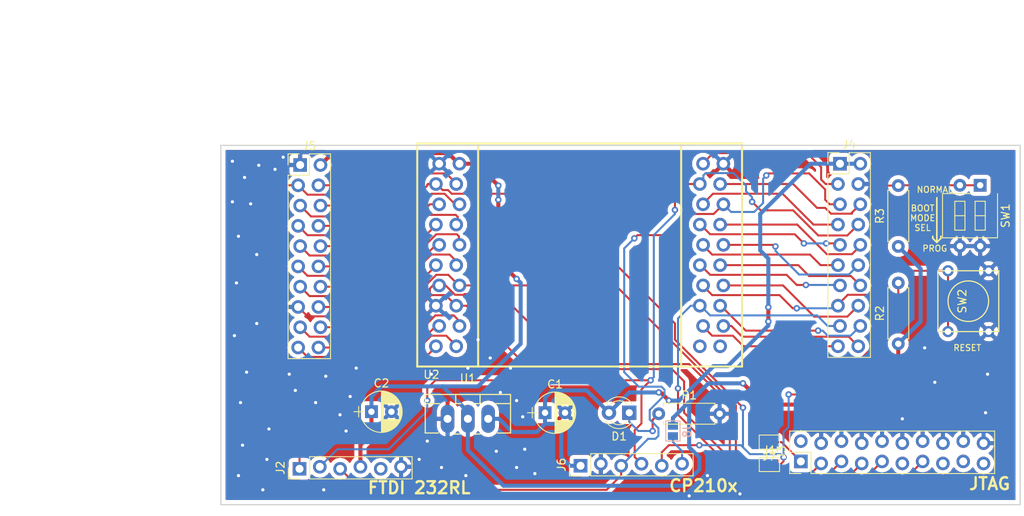
<source format=kicad_pcb>
(kicad_pcb (version 20170123) (host pcbnew no-vcs-found-08c4a0b~58~ubuntu16.04.1)

  (general
    (thickness 1.6)
    (drawings 20)
    (tracks 479)
    (zones 0)
    (modules 18)
    (nets 50)
  )

  (page A4)
  (title_block
    (title "Minimalistic ESP32 programmer")
    (date 2017-08-18)
    (rev 1)
    (company Bitsoko.io)
    (comment 1 "Author: Alois Mbutura")
  )

  (layers
    (0 F.Cu signal)
    (31 B.Cu signal)
    (32 B.Adhes user)
    (33 F.Adhes user)
    (34 B.Paste user)
    (35 F.Paste user)
    (36 B.SilkS user)
    (37 F.SilkS user)
    (38 B.Mask user)
    (39 F.Mask user)
    (40 Dwgs.User user)
    (41 Cmts.User user)
    (42 Eco1.User user)
    (43 Eco2.User user)
    (44 Edge.Cuts user)
    (45 Margin user)
    (46 B.CrtYd user)
    (47 F.CrtYd user)
    (48 B.Fab user)
    (49 F.Fab user)
  )

  (setup
    (last_trace_width 0.25)
    (trace_clearance 0.2)
    (zone_clearance 0.508)
    (zone_45_only no)
    (trace_min 0.2)
    (segment_width 0.2)
    (edge_width 0.15)
    (via_size 0.8)
    (via_drill 0.4)
    (via_min_size 0.4)
    (via_min_drill 0.3)
    (uvia_size 0.3)
    (uvia_drill 0.1)
    (uvias_allowed no)
    (uvia_min_size 0.2)
    (uvia_min_drill 0.1)
    (pcb_text_width 0.3)
    (pcb_text_size 1.5 1.5)
    (mod_edge_width 0.15)
    (mod_text_size 1 1)
    (mod_text_width 0.15)
    (pad_size 1.524 1.524)
    (pad_drill 0.762)
    (pad_to_mask_clearance 0.2)
    (aux_axis_origin 0 0)
    (visible_elements FFFFFF7F)
    (pcbplotparams
      (layerselection 0x010f0_ffffffff)
      (usegerberextensions true)
      (excludeedgelayer true)
      (linewidth 0.100000)
      (plotframeref false)
      (viasonmask false)
      (mode 1)
      (useauxorigin false)
      (hpglpennumber 1)
      (hpglpenspeed 20)
      (hpglpendiameter 15)
      (psnegative false)
      (psa4output false)
      (plotreference true)
      (plotvalue false)
      (plotinvisibletext false)
      (padsonsilk false)
      (subtractmaskfromsilk false)
      (outputformat 1)
      (mirror false)
      (drillshape 0)
      (scaleselection 1)
      (outputdirectory gerbers/PROGRAMMER/))
  )

  (net 0 "")
  (net 1 GND)
  (net 2 "Net-(J2-Pad5)")
  (net 3 /5v)
  (net 4 /TXD)
  (net 5 /RXD)
  (net 6 /3v3)
  (net 7 /CLK)
  (net 8 /CMD)
  (net 9 /SD3)
  (net 10 /SD2)
  (net 11 /TCK)
  (net 12 /TDI)
  (net 13 /TMS)
  (net 14 /IO27)
  (net 15 /IO26)
  (net 16 /IO25)
  (net 17 /IO33)
  (net 18 /IO32)
  (net 19 /IO35)
  (net 20 /IO34)
  (net 21 /SVN)
  (net 22 /SVP)
  (net 23 /IO23)
  (net 24 /IO22)
  (net 25 /IO21)
  (net 26 /IO19)
  (net 27 /IO20)
  (net 28 /IO5)
  (net 29 /IO18)
  (net 30 /IO16)
  (net 31 /IO17)
  (net 32 /IO0)
  (net 33 /IO4)
  (net 34 /TDO)
  (net 35 /IO2)
  (net 36 /SD0)
  (net 37 /SD1)
  (net 38 "Net-(J3-Pad19)")
  (net 39 "Net-(J3-Pad17)")
  (net 40 "Net-(J3-Pad15)")
  (net 41 "Net-(J3-Pad11)")
  (net 42 /~TRST)
  (net 43 "Net-(J3-Pad2)")
  (net 44 "Net-(J3-Pad1)")
  (net 45 "Net-(U2-Pad39)")
  (net 46 "Net-(U2-Pad40)")
  (net 47 "Net-(D1-Pad1)")
  (net 48 /DTR)
  (net 49 "Net-(J6-Pad6)")

  (net_class Default "This is the default net class."
    (clearance 0.2)
    (trace_width 0.25)
    (via_dia 0.8)
    (via_drill 0.4)
    (uvia_dia 0.3)
    (uvia_drill 0.1)
    (add_net /CLK)
    (add_net /CMD)
    (add_net /DTR)
    (add_net /IO0)
    (add_net /IO16)
    (add_net /IO17)
    (add_net /IO18)
    (add_net /IO19)
    (add_net /IO2)
    (add_net /IO20)
    (add_net /IO21)
    (add_net /IO22)
    (add_net /IO23)
    (add_net /IO25)
    (add_net /IO26)
    (add_net /IO27)
    (add_net /IO32)
    (add_net /IO33)
    (add_net /IO34)
    (add_net /IO35)
    (add_net /IO4)
    (add_net /IO5)
    (add_net /RXD)
    (add_net /SD0)
    (add_net /SD1)
    (add_net /SD2)
    (add_net /SD3)
    (add_net /SVN)
    (add_net /SVP)
    (add_net /TCK)
    (add_net /TDI)
    (add_net /TDO)
    (add_net /TMS)
    (add_net /TXD)
    (add_net /~TRST)
    (add_net GND)
    (add_net "Net-(D1-Pad1)")
    (add_net "Net-(J2-Pad5)")
    (add_net "Net-(J3-Pad1)")
    (add_net "Net-(J3-Pad11)")
    (add_net "Net-(J3-Pad15)")
    (add_net "Net-(J3-Pad17)")
    (add_net "Net-(J3-Pad19)")
    (add_net "Net-(J3-Pad2)")
    (add_net "Net-(J6-Pad6)")
    (add_net "Net-(U2-Pad39)")
    (add_net "Net-(U2-Pad40)")
  )

  (net_class Power ""
    (clearance 0.2)
    (trace_width 0.508)
    (via_dia 0.8)
    (via_drill 0.4)
    (uvia_dia 0.3)
    (uvia_drill 0.1)
    (add_net /3v3)
    (add_net /5v)
  )

  (module Connectors:GS2 (layer B.Cu) (tedit 586134A1) (tstamp 59AB1E09)
    (at 146.558 80.772)
    (descr "2-pin solder bridge")
    (tags "solder bridge")
    (path /59A5D683)
    (attr smd)
    (fp_text reference J8 (at 1.78 0 -90) (layer B.SilkS)
      (effects (font (size 1 1) (thickness 0.15)) (justify mirror))
    )
    (fp_text value GS2 (at -1.8 0 -90) (layer B.Fab)
      (effects (font (size 1 1) (thickness 0.15)) (justify mirror))
    )
    (fp_line (start 1.1 1.45) (end 1.1 -1.5) (layer B.CrtYd) (width 0.05))
    (fp_line (start 1.1 -1.5) (end -1.1 -1.5) (layer B.CrtYd) (width 0.05))
    (fp_line (start -1.1 -1.5) (end -1.1 1.45) (layer B.CrtYd) (width 0.05))
    (fp_line (start -1.1 1.45) (end 1.1 1.45) (layer B.CrtYd) (width 0.05))
    (fp_line (start -0.89 1.27) (end -0.89 -1.27) (layer B.SilkS) (width 0.12))
    (fp_line (start 0.89 -1.27) (end 0.89 1.27) (layer B.SilkS) (width 0.12))
    (fp_line (start 0.89 -1.27) (end -0.89 -1.27) (layer B.SilkS) (width 0.12))
    (fp_line (start -0.89 1.27) (end 0.89 1.27) (layer B.SilkS) (width 0.12))
    (pad 1 smd rect (at 0 0.64) (size 1.27 0.97) (layers B.Cu B.Paste B.Mask)
      (net 49 "Net-(J6-Pad6)"))
    (pad 2 smd rect (at 0 -0.64) (size 1.27 0.97) (layers B.Cu B.Paste B.Mask)
      (net 6 /3v3))
  )

  (module narra:ESP32-module-v2 (layer F.Cu) (tedit 599B0B74) (tstamp 59ABA0CE)
    (at 117.107 47.3)
    (path /59961717)
    (fp_text reference U2 (at -0.762 26.416) (layer F.SilkS)
      (effects (font (size 1 1) (thickness 0.15)))
    )
    (fp_text value ESP-32-module (at 17.526 -3.302) (layer F.Fab)
      (effects (font (size 1 1) (thickness 0.15)))
    )
    (fp_line (start 30.48 25.4) (end 30.48 25.4) (layer F.SilkS) (width 0.254))
    (fp_line (start 30.48 25.4) (end 30.48 25.4) (layer F.SilkS) (width 0.254))
    (fp_line (start 30.48 25.4) (end 30.48 25.4) (layer F.SilkS) (width 0.254))
    (fp_line (start 30.48 -2.54) (end 30.48 25.4) (layer F.SilkS) (width 0.254))
    (fp_line (start 5.08 25.4) (end 5.08 25.4) (layer F.SilkS) (width 0.254))
    (fp_line (start 5.08 -2.54) (end 5.08 25.4) (layer F.SilkS) (width 0.254))
    (fp_line (start -2.54 25.4) (end -2.54 25.4) (layer F.SilkS) (width 0.254))
    (fp_line (start 38.1 25.4) (end -2.54 25.4) (layer F.SilkS) (width 0.254))
    (fp_line (start 38.1 25.4) (end 38.1 25.4) (layer F.SilkS) (width 0.254))
    (fp_line (start 38.1 -2.54) (end 38.1 25.4) (layer F.SilkS) (width 0.254))
    (fp_line (start 38.1 -2.54) (end 38.1 -2.54) (layer F.SilkS) (width 0.254))
    (fp_line (start -2.54 -2.54) (end 38.1 -2.54) (layer F.SilkS) (width 0.254))
    (fp_line (start -2.54 -2.54) (end -2.54 -2.54) (layer F.SilkS) (width 0.05))
    (fp_line (start -2.54 25.4) (end -2.54 -2.54) (layer F.SilkS) (width 0.254))
    (fp_line (start 38.1 25.4) (end -2.54 25.4) (layer F.SilkS) (width 0.05))
    (pad 40 thru_hole circle (at 32.8168 22.86) (size 1.7 1.7) (drill 1) (layers *.Cu *.Mask)
      (net 46 "Net-(U2-Pad40)"))
    (pad 39 thru_hole circle (at 35.3568 22.86) (size 1.7 1.7) (drill 1) (layers *.Cu *.Mask)
      (net 45 "Net-(U2-Pad39)"))
    (pad 38 thru_hole circle (at 33.2232 20.32) (size 1.7 1.7) (drill 1) (layers *.Cu *.Mask)
      (net 36 /SD0))
    (pad 37 thru_hole circle (at 35.7632 20.32) (size 1.7 1.7) (drill 1) (layers *.Cu *.Mask)
      (net 37 /SD1))
    (pad 36 thru_hole circle (at 32.8168 17.78) (size 1.7 1.7) (drill 1) (layers *.Cu *.Mask)
      (net 34 /TDO))
    (pad 35 thru_hole circle (at 35.3568 17.78) (size 1.7 1.7) (drill 1) (layers *.Cu *.Mask)
      (net 35 /IO2))
    (pad 34 thru_hole circle (at 33.2232 15.24) (size 1.7 1.7) (drill 1) (layers *.Cu *.Mask)
      (net 32 /IO0))
    (pad 33 thru_hole circle (at 35.7632 15.24) (size 1.7 1.7) (drill 1) (layers *.Cu *.Mask)
      (net 33 /IO4))
    (pad 32 thru_hole circle (at 32.8168 12.7) (size 1.7 1.7) (drill 1) (layers *.Cu *.Mask)
      (net 30 /IO16))
    (pad 31 thru_hole circle (at 35.3568 12.7) (size 1.7 1.7) (drill 1) (layers *.Cu *.Mask)
      (net 31 /IO17))
    (pad 30 thru_hole circle (at 33.2232 10.16) (size 1.7 1.7) (drill 1) (layers *.Cu *.Mask)
      (net 28 /IO5))
    (pad 29 thru_hole circle (at 35.7632 10.16) (size 1.7 1.7) (drill 1) (layers *.Cu *.Mask)
      (net 29 /IO18))
    (pad 28 thru_hole circle (at 32.8168 7.62) (size 1.7 1.7) (drill 1) (layers *.Cu *.Mask)
      (net 26 /IO19))
    (pad 27 thru_hole circle (at 35.3568 7.62) (size 1.7 1.7) (drill 1) (layers *.Cu *.Mask)
      (net 27 /IO20))
    (pad 26 thru_hole circle (at 33.2232 5.08) (size 1.7 1.7) (drill 1) (layers *.Cu *.Mask)
      (net 25 /IO21))
    (pad 25 thru_hole circle (at 35.7632 5.08) (size 1.7 1.7) (drill 1) (layers *.Cu *.Mask)
      (net 4 /TXD))
    (pad 24 thru_hole circle (at 32.8168 2.54) (size 1.7 1.7) (drill 1) (layers *.Cu *.Mask)
      (net 5 /RXD))
    (pad 23 thru_hole circle (at 35.3568 2.54) (size 1.7 1.7) (drill 1) (layers *.Cu *.Mask)
      (net 24 /IO22))
    (pad 22 thru_hole circle (at 33.2232 0) (size 1.7 1.7) (drill 1) (layers *.Cu *.Mask)
      (net 23 /IO23))
    (pad 21 thru_hole circle (at 35.7632 0) (size 1.7 1.7) (drill 1) (layers *.Cu *.Mask)
      (net 1 GND))
    (pad 20 thru_hole circle (at 2.3368 22.86) (size 1.7 1.7) (drill 1) (layers *.Cu *.Mask)
      (net 7 /CLK))
    (pad 19 thru_hole circle (at -0.2032 22.86) (size 1.7 1.7) (drill 1) (layers *.Cu *.Mask)
      (net 8 /CMD))
    (pad 18 thru_hole circle (at 2.7432 20.32) (size 1.7 1.7) (drill 1) (layers *.Cu *.Mask)
      (net 9 /SD3))
    (pad 17 thru_hole circle (at 0.2032 20.32) (size 1.7 1.7) (drill 1) (layers *.Cu *.Mask)
      (net 10 /SD2))
    (pad 16 thru_hole circle (at 2.3368 17.78) (size 1.7 1.7) (drill 1) (layers *.Cu *.Mask)
      (net 11 /TCK))
    (pad 15 thru_hole circle (at -0.2032 17.78) (size 1.7 1.7) (drill 1) (layers *.Cu *.Mask)
      (net 1 GND))
    (pad 14 thru_hole circle (at 2.7432 15.24) (size 1.7 1.7) (drill 1) (layers *.Cu *.Mask)
      (net 12 /TDI))
    (pad 13 thru_hole circle (at 0.2032 15.24) (size 1.7 1.7) (drill 1) (layers *.Cu *.Mask)
      (net 13 /TMS))
    (pad 12 thru_hole circle (at 2.3368 12.7) (size 1.7 1.7) (drill 1) (layers *.Cu *.Mask)
      (net 14 /IO27))
    (pad 11 thru_hole circle (at -0.2032 12.7) (size 1.7 1.7) (drill 1) (layers *.Cu *.Mask)
      (net 15 /IO26))
    (pad 10 thru_hole circle (at 2.7432 10.16) (size 1.7 1.7) (drill 1) (layers *.Cu *.Mask)
      (net 16 /IO25))
    (pad 9 thru_hole circle (at 0.2032 10.16) (size 1.7 1.7) (drill 1) (layers *.Cu *.Mask)
      (net 17 /IO33))
    (pad 8 thru_hole circle (at 2.3368 7.62) (size 1.7 1.7) (drill 1) (layers *.Cu *.Mask)
      (net 18 /IO32))
    (pad 7 thru_hole circle (at -0.2032 7.62) (size 1.7 1.7) (drill 1) (layers *.Cu *.Mask)
      (net 19 /IO35))
    (pad 6 thru_hole circle (at 2.7432 5.08) (size 1.7 1.7) (drill 1) (layers *.Cu *.Mask)
      (net 20 /IO34))
    (pad 5 thru_hole circle (at 0.2032 5.08) (size 1.7 1.7) (drill 1) (layers *.Cu *.Mask)
      (net 21 /SVN))
    (pad 4 thru_hole circle (at 2.3368 2.54) (size 1.7 1.7) (drill 1) (layers *.Cu *.Mask)
      (net 22 /SVP))
    (pad 3 thru_hole circle (at -0.2032 2.54) (size 1.7 1.7) (drill 1) (layers *.Cu *.Mask)
      (net 48 /DTR))
    (pad 2 thru_hole circle (at 2.7432 0) (size 1.7 1.7) (drill 1) (layers *.Cu *.Mask)
      (net 6 /3v3))
    (pad 1 thru_hole circle (at 0.2032 0) (size 1.7 1.7) (drill 1) (layers *.Cu *.Mask)
      (net 1 GND))
  )

  (module narra:Pin_header_5mil_staggered_1x06_2.54mm (layer F.Cu) (tedit 5953A418) (tstamp 59C648F1)
    (at 99.84 85.381 90)
    (descr "Through hole straight pin header, 1x06, 2.54mm pitch, single row")
    (tags "Through hole pin header THT 1x06 2.54mm single row")
    (path /59961AD9)
    (fp_text reference J2 (at 0 -2.39 90) (layer F.SilkS)
      (effects (font (size 1 1) (thickness 0.15)))
    )
    (fp_text value CONN_01X06 (at 0 15.09 90) (layer F.Fab)
      (effects (font (size 1 1) (thickness 0.15)))
    )
    (fp_line (start 1.6 -1.6) (end -1.6 -1.6) (layer F.CrtYd) (width 0.05))
    (fp_line (start 1.6 14.3) (end 1.6 -1.6) (layer F.CrtYd) (width 0.05))
    (fp_line (start -1.6 14.3) (end 1.6 14.3) (layer F.CrtYd) (width 0.05))
    (fp_line (start -1.6 -1.6) (end -1.6 14.3) (layer F.CrtYd) (width 0.05))
    (fp_line (start -1.39 -1.39) (end 0 -1.39) (layer F.SilkS) (width 0.12))
    (fp_line (start -1.39 0) (end -1.39 -1.39) (layer F.SilkS) (width 0.12))
    (fp_line (start 1.39 1.27) (end -1.39 1.27) (layer F.SilkS) (width 0.12))
    (fp_line (start 1.39 14.09) (end 1.39 1.27) (layer F.SilkS) (width 0.12))
    (fp_line (start -1.39 14.09) (end 1.39 14.09) (layer F.SilkS) (width 0.12))
    (fp_line (start -1.39 1.27) (end -1.39 14.09) (layer F.SilkS) (width 0.12))
    (fp_line (start 1.27 -1.27) (end -1.27 -1.27) (layer F.Fab) (width 0.1))
    (fp_line (start 1.27 13.97) (end 1.27 -1.27) (layer F.Fab) (width 0.1))
    (fp_line (start -1.27 13.97) (end 1.27 13.97) (layer F.Fab) (width 0.1))
    (fp_line (start -1.27 -1.27) (end -1.27 13.97) (layer F.Fab) (width 0.1))
    (pad 6 thru_hole oval (at 0.127 12.7 90) (size 1.7 1.7) (drill 1) (layers *.Cu *.Mask)
      (net 1 GND))
    (pad 5 thru_hole oval (at -0.127 10.16 90) (size 1.7 1.7) (drill 1) (layers *.Cu *.Mask)
      (net 2 "Net-(J2-Pad5)"))
    (pad 4 thru_hole oval (at 0.127 7.62 90) (size 1.7 1.7) (drill 1) (layers *.Cu *.Mask)
      (net 6 /3v3))
    (pad 3 thru_hole oval (at -0.127 5.08 90) (size 1.7 1.7) (drill 1) (layers *.Cu *.Mask)
      (net 4 /TXD))
    (pad 2 thru_hole oval (at 0.127 2.54 90) (size 1.7 1.7) (drill 1) (layers *.Cu *.Mask)
      (net 5 /RXD))
    (pad 1 thru_hole rect (at -0.127 0 90) (size 1.7 1.7) (drill 1) (layers *.Cu *.Mask)
      (net 48 /DTR))
    (model Pin_Headers.3dshapes/Pin_Header_Straight_1x06_Pitch2.54mm.wrl
      (at (xyz 0 -0.25 0))
      (scale (xyz 1 1 1))
      (rotate (xyz 0 0 90))
    )
  )

  (module Capacitors_THT:CP_Radial_D5.0mm_P2.50mm (layer F.Cu) (tedit 58765D06) (tstamp 59EFFA24)
    (at 130.556 78.486)
    (descr "CP, Radial series, Radial, pin pitch=2.50mm, , diameter=5mm, Electrolytic Capacitor")
    (tags "CP Radial series Radial pin pitch 2.50mm  diameter 5mm Electrolytic Capacitor")
    (path /59965443)
    (fp_text reference C1 (at 1.25 -3.56) (layer F.SilkS)
      (effects (font (size 1 1) (thickness 0.15)))
    )
    (fp_text value 10uF (at 1.25 3.56) (layer F.Fab)
      (effects (font (size 1 1) (thickness 0.15)))
    )
    (fp_arc (start 1.25 0) (end -1.147436 -0.98) (angle 135.5) (layer F.SilkS) (width 0.12))
    (fp_arc (start 1.25 0) (end -1.147436 0.98) (angle -135.5) (layer F.SilkS) (width 0.12))
    (fp_arc (start 1.25 0) (end 3.647436 -0.98) (angle 44.5) (layer F.SilkS) (width 0.12))
    (fp_circle (center 1.25 0) (end 3.75 0) (layer F.Fab) (width 0.1))
    (fp_line (start -2.2 0) (end -1 0) (layer F.Fab) (width 0.1))
    (fp_line (start -1.6 -0.65) (end -1.6 0.65) (layer F.Fab) (width 0.1))
    (fp_line (start 1.25 -2.55) (end 1.25 2.55) (layer F.SilkS) (width 0.12))
    (fp_line (start 1.29 -2.55) (end 1.29 2.55) (layer F.SilkS) (width 0.12))
    (fp_line (start 1.33 -2.549) (end 1.33 2.549) (layer F.SilkS) (width 0.12))
    (fp_line (start 1.37 -2.548) (end 1.37 2.548) (layer F.SilkS) (width 0.12))
    (fp_line (start 1.41 -2.546) (end 1.41 2.546) (layer F.SilkS) (width 0.12))
    (fp_line (start 1.45 -2.543) (end 1.45 2.543) (layer F.SilkS) (width 0.12))
    (fp_line (start 1.49 -2.539) (end 1.49 2.539) (layer F.SilkS) (width 0.12))
    (fp_line (start 1.53 -2.535) (end 1.53 -0.98) (layer F.SilkS) (width 0.12))
    (fp_line (start 1.53 0.98) (end 1.53 2.535) (layer F.SilkS) (width 0.12))
    (fp_line (start 1.57 -2.531) (end 1.57 -0.98) (layer F.SilkS) (width 0.12))
    (fp_line (start 1.57 0.98) (end 1.57 2.531) (layer F.SilkS) (width 0.12))
    (fp_line (start 1.61 -2.525) (end 1.61 -0.98) (layer F.SilkS) (width 0.12))
    (fp_line (start 1.61 0.98) (end 1.61 2.525) (layer F.SilkS) (width 0.12))
    (fp_line (start 1.65 -2.519) (end 1.65 -0.98) (layer F.SilkS) (width 0.12))
    (fp_line (start 1.65 0.98) (end 1.65 2.519) (layer F.SilkS) (width 0.12))
    (fp_line (start 1.69 -2.513) (end 1.69 -0.98) (layer F.SilkS) (width 0.12))
    (fp_line (start 1.69 0.98) (end 1.69 2.513) (layer F.SilkS) (width 0.12))
    (fp_line (start 1.73 -2.506) (end 1.73 -0.98) (layer F.SilkS) (width 0.12))
    (fp_line (start 1.73 0.98) (end 1.73 2.506) (layer F.SilkS) (width 0.12))
    (fp_line (start 1.77 -2.498) (end 1.77 -0.98) (layer F.SilkS) (width 0.12))
    (fp_line (start 1.77 0.98) (end 1.77 2.498) (layer F.SilkS) (width 0.12))
    (fp_line (start 1.81 -2.489) (end 1.81 -0.98) (layer F.SilkS) (width 0.12))
    (fp_line (start 1.81 0.98) (end 1.81 2.489) (layer F.SilkS) (width 0.12))
    (fp_line (start 1.85 -2.48) (end 1.85 -0.98) (layer F.SilkS) (width 0.12))
    (fp_line (start 1.85 0.98) (end 1.85 2.48) (layer F.SilkS) (width 0.12))
    (fp_line (start 1.89 -2.47) (end 1.89 -0.98) (layer F.SilkS) (width 0.12))
    (fp_line (start 1.89 0.98) (end 1.89 2.47) (layer F.SilkS) (width 0.12))
    (fp_line (start 1.93 -2.46) (end 1.93 -0.98) (layer F.SilkS) (width 0.12))
    (fp_line (start 1.93 0.98) (end 1.93 2.46) (layer F.SilkS) (width 0.12))
    (fp_line (start 1.971 -2.448) (end 1.971 -0.98) (layer F.SilkS) (width 0.12))
    (fp_line (start 1.971 0.98) (end 1.971 2.448) (layer F.SilkS) (width 0.12))
    (fp_line (start 2.011 -2.436) (end 2.011 -0.98) (layer F.SilkS) (width 0.12))
    (fp_line (start 2.011 0.98) (end 2.011 2.436) (layer F.SilkS) (width 0.12))
    (fp_line (start 2.051 -2.424) (end 2.051 -0.98) (layer F.SilkS) (width 0.12))
    (fp_line (start 2.051 0.98) (end 2.051 2.424) (layer F.SilkS) (width 0.12))
    (fp_line (start 2.091 -2.41) (end 2.091 -0.98) (layer F.SilkS) (width 0.12))
    (fp_line (start 2.091 0.98) (end 2.091 2.41) (layer F.SilkS) (width 0.12))
    (fp_line (start 2.131 -2.396) (end 2.131 -0.98) (layer F.SilkS) (width 0.12))
    (fp_line (start 2.131 0.98) (end 2.131 2.396) (layer F.SilkS) (width 0.12))
    (fp_line (start 2.171 -2.382) (end 2.171 -0.98) (layer F.SilkS) (width 0.12))
    (fp_line (start 2.171 0.98) (end 2.171 2.382) (layer F.SilkS) (width 0.12))
    (fp_line (start 2.211 -2.366) (end 2.211 -0.98) (layer F.SilkS) (width 0.12))
    (fp_line (start 2.211 0.98) (end 2.211 2.366) (layer F.SilkS) (width 0.12))
    (fp_line (start 2.251 -2.35) (end 2.251 -0.98) (layer F.SilkS) (width 0.12))
    (fp_line (start 2.251 0.98) (end 2.251 2.35) (layer F.SilkS) (width 0.12))
    (fp_line (start 2.291 -2.333) (end 2.291 -0.98) (layer F.SilkS) (width 0.12))
    (fp_line (start 2.291 0.98) (end 2.291 2.333) (layer F.SilkS) (width 0.12))
    (fp_line (start 2.331 -2.315) (end 2.331 -0.98) (layer F.SilkS) (width 0.12))
    (fp_line (start 2.331 0.98) (end 2.331 2.315) (layer F.SilkS) (width 0.12))
    (fp_line (start 2.371 -2.296) (end 2.371 -0.98) (layer F.SilkS) (width 0.12))
    (fp_line (start 2.371 0.98) (end 2.371 2.296) (layer F.SilkS) (width 0.12))
    (fp_line (start 2.411 -2.276) (end 2.411 -0.98) (layer F.SilkS) (width 0.12))
    (fp_line (start 2.411 0.98) (end 2.411 2.276) (layer F.SilkS) (width 0.12))
    (fp_line (start 2.451 -2.256) (end 2.451 -0.98) (layer F.SilkS) (width 0.12))
    (fp_line (start 2.451 0.98) (end 2.451 2.256) (layer F.SilkS) (width 0.12))
    (fp_line (start 2.491 -2.234) (end 2.491 -0.98) (layer F.SilkS) (width 0.12))
    (fp_line (start 2.491 0.98) (end 2.491 2.234) (layer F.SilkS) (width 0.12))
    (fp_line (start 2.531 -2.212) (end 2.531 -0.98) (layer F.SilkS) (width 0.12))
    (fp_line (start 2.531 0.98) (end 2.531 2.212) (layer F.SilkS) (width 0.12))
    (fp_line (start 2.571 -2.189) (end 2.571 -0.98) (layer F.SilkS) (width 0.12))
    (fp_line (start 2.571 0.98) (end 2.571 2.189) (layer F.SilkS) (width 0.12))
    (fp_line (start 2.611 -2.165) (end 2.611 -0.98) (layer F.SilkS) (width 0.12))
    (fp_line (start 2.611 0.98) (end 2.611 2.165) (layer F.SilkS) (width 0.12))
    (fp_line (start 2.651 -2.14) (end 2.651 -0.98) (layer F.SilkS) (width 0.12))
    (fp_line (start 2.651 0.98) (end 2.651 2.14) (layer F.SilkS) (width 0.12))
    (fp_line (start 2.691 -2.113) (end 2.691 -0.98) (layer F.SilkS) (width 0.12))
    (fp_line (start 2.691 0.98) (end 2.691 2.113) (layer F.SilkS) (width 0.12))
    (fp_line (start 2.731 -2.086) (end 2.731 -0.98) (layer F.SilkS) (width 0.12))
    (fp_line (start 2.731 0.98) (end 2.731 2.086) (layer F.SilkS) (width 0.12))
    (fp_line (start 2.771 -2.058) (end 2.771 -0.98) (layer F.SilkS) (width 0.12))
    (fp_line (start 2.771 0.98) (end 2.771 2.058) (layer F.SilkS) (width 0.12))
    (fp_line (start 2.811 -2.028) (end 2.811 -0.98) (layer F.SilkS) (width 0.12))
    (fp_line (start 2.811 0.98) (end 2.811 2.028) (layer F.SilkS) (width 0.12))
    (fp_line (start 2.851 -1.997) (end 2.851 -0.98) (layer F.SilkS) (width 0.12))
    (fp_line (start 2.851 0.98) (end 2.851 1.997) (layer F.SilkS) (width 0.12))
    (fp_line (start 2.891 -1.965) (end 2.891 -0.98) (layer F.SilkS) (width 0.12))
    (fp_line (start 2.891 0.98) (end 2.891 1.965) (layer F.SilkS) (width 0.12))
    (fp_line (start 2.931 -1.932) (end 2.931 -0.98) (layer F.SilkS) (width 0.12))
    (fp_line (start 2.931 0.98) (end 2.931 1.932) (layer F.SilkS) (width 0.12))
    (fp_line (start 2.971 -1.897) (end 2.971 -0.98) (layer F.SilkS) (width 0.12))
    (fp_line (start 2.971 0.98) (end 2.971 1.897) (layer F.SilkS) (width 0.12))
    (fp_line (start 3.011 -1.861) (end 3.011 -0.98) (layer F.SilkS) (width 0.12))
    (fp_line (start 3.011 0.98) (end 3.011 1.861) (layer F.SilkS) (width 0.12))
    (fp_line (start 3.051 -1.823) (end 3.051 -0.98) (layer F.SilkS) (width 0.12))
    (fp_line (start 3.051 0.98) (end 3.051 1.823) (layer F.SilkS) (width 0.12))
    (fp_line (start 3.091 -1.783) (end 3.091 -0.98) (layer F.SilkS) (width 0.12))
    (fp_line (start 3.091 0.98) (end 3.091 1.783) (layer F.SilkS) (width 0.12))
    (fp_line (start 3.131 -1.742) (end 3.131 -0.98) (layer F.SilkS) (width 0.12))
    (fp_line (start 3.131 0.98) (end 3.131 1.742) (layer F.SilkS) (width 0.12))
    (fp_line (start 3.171 -1.699) (end 3.171 -0.98) (layer F.SilkS) (width 0.12))
    (fp_line (start 3.171 0.98) (end 3.171 1.699) (layer F.SilkS) (width 0.12))
    (fp_line (start 3.211 -1.654) (end 3.211 -0.98) (layer F.SilkS) (width 0.12))
    (fp_line (start 3.211 0.98) (end 3.211 1.654) (layer F.SilkS) (width 0.12))
    (fp_line (start 3.251 -1.606) (end 3.251 -0.98) (layer F.SilkS) (width 0.12))
    (fp_line (start 3.251 0.98) (end 3.251 1.606) (layer F.SilkS) (width 0.12))
    (fp_line (start 3.291 -1.556) (end 3.291 -0.98) (layer F.SilkS) (width 0.12))
    (fp_line (start 3.291 0.98) (end 3.291 1.556) (layer F.SilkS) (width 0.12))
    (fp_line (start 3.331 -1.504) (end 3.331 -0.98) (layer F.SilkS) (width 0.12))
    (fp_line (start 3.331 0.98) (end 3.331 1.504) (layer F.SilkS) (width 0.12))
    (fp_line (start 3.371 -1.448) (end 3.371 -0.98) (layer F.SilkS) (width 0.12))
    (fp_line (start 3.371 0.98) (end 3.371 1.448) (layer F.SilkS) (width 0.12))
    (fp_line (start 3.411 -1.39) (end 3.411 -0.98) (layer F.SilkS) (width 0.12))
    (fp_line (start 3.411 0.98) (end 3.411 1.39) (layer F.SilkS) (width 0.12))
    (fp_line (start 3.451 -1.327) (end 3.451 -0.98) (layer F.SilkS) (width 0.12))
    (fp_line (start 3.451 0.98) (end 3.451 1.327) (layer F.SilkS) (width 0.12))
    (fp_line (start 3.491 -1.261) (end 3.491 1.261) (layer F.SilkS) (width 0.12))
    (fp_line (start 3.531 -1.189) (end 3.531 1.189) (layer F.SilkS) (width 0.12))
    (fp_line (start 3.571 -1.112) (end 3.571 1.112) (layer F.SilkS) (width 0.12))
    (fp_line (start 3.611 -1.028) (end 3.611 1.028) (layer F.SilkS) (width 0.12))
    (fp_line (start 3.651 -0.934) (end 3.651 0.934) (layer F.SilkS) (width 0.12))
    (fp_line (start 3.691 -0.829) (end 3.691 0.829) (layer F.SilkS) (width 0.12))
    (fp_line (start 3.731 -0.707) (end 3.731 0.707) (layer F.SilkS) (width 0.12))
    (fp_line (start 3.771 -0.559) (end 3.771 0.559) (layer F.SilkS) (width 0.12))
    (fp_line (start 3.811 -0.354) (end 3.811 0.354) (layer F.SilkS) (width 0.12))
    (fp_line (start -2.2 0) (end -1 0) (layer F.SilkS) (width 0.12))
    (fp_line (start -1.6 -0.65) (end -1.6 0.65) (layer F.SilkS) (width 0.12))
    (fp_line (start -1.6 -2.85) (end -1.6 2.85) (layer F.CrtYd) (width 0.05))
    (fp_line (start -1.6 2.85) (end 4.1 2.85) (layer F.CrtYd) (width 0.05))
    (fp_line (start 4.1 2.85) (end 4.1 -2.85) (layer F.CrtYd) (width 0.05))
    (fp_line (start 4.1 -2.85) (end -1.6 -2.85) (layer F.CrtYd) (width 0.05))
    (pad 1 thru_hole rect (at 0 0) (size 1.6 1.6) (drill 0.8) (layers *.Cu *.Mask)
      (net 3 /5v))
    (pad 2 thru_hole circle (at 2.5 0) (size 1.6 1.6) (drill 0.8) (layers *.Cu *.Mask)
      (net 1 GND))
    (model Capacitors_ThroughHole.3dshapes/CP_Radial_D5.0mm_P2.50mm.wrl
      (at (xyz 0 0 0))
      (scale (xyz 0.393701 0.393701 0.393701))
      (rotate (xyz 0 0 0))
    )
  )

  (module TO_SOT_Packages_THT:TO-220_Neutral123_Vertical_LargePads (layer F.Cu) (tedit 0) (tstamp 59EABB58)
    (at 120.904 79.248)
    (descr "TO-220, Neutral, Vertical, Large Pads,")
    (tags "TO-220, Neutral, Vertical, Large Pads,")
    (path /59964FC1)
    (fp_text reference U1 (at 0 -5.08) (layer F.SilkS)
      (effects (font (size 1 1) (thickness 0.15)))
    )
    (fp_text value LD1117S33TR_SOT223 (at 0 3.81) (layer F.Fab)
      (effects (font (size 1 1) (thickness 0.15)))
    )
    (fp_line (start 5.334 -1.905) (end 3.429 -1.905) (layer F.SilkS) (width 0.15))
    (fp_line (start 0.889 -1.905) (end 1.651 -1.905) (layer F.SilkS) (width 0.15))
    (fp_line (start -1.524 -1.905) (end -1.651 -1.905) (layer F.SilkS) (width 0.15))
    (fp_line (start -1.524 -1.905) (end -0.889 -1.905) (layer F.SilkS) (width 0.15))
    (fp_line (start -5.334 -1.905) (end -3.556 -1.905) (layer F.SilkS) (width 0.15))
    (fp_line (start -5.334 1.778) (end -3.683 1.778) (layer F.SilkS) (width 0.15))
    (fp_line (start -1.016 1.905) (end -1.651 1.905) (layer F.SilkS) (width 0.15))
    (fp_line (start 1.524 1.905) (end 0.889 1.905) (layer F.SilkS) (width 0.15))
    (fp_line (start 5.334 1.778) (end 3.683 1.778) (layer F.SilkS) (width 0.15))
    (fp_line (start -1.524 -3.048) (end -1.524 -1.905) (layer F.SilkS) (width 0.15))
    (fp_line (start 1.524 -3.048) (end 1.524 -1.905) (layer F.SilkS) (width 0.15))
    (fp_line (start 5.334 -1.905) (end 5.334 1.778) (layer F.SilkS) (width 0.15))
    (fp_line (start -5.334 1.778) (end -5.334 -1.905) (layer F.SilkS) (width 0.15))
    (fp_line (start 5.334 -3.048) (end 5.334 -1.905) (layer F.SilkS) (width 0.15))
    (fp_line (start -5.334 -1.905) (end -5.334 -3.048) (layer F.SilkS) (width 0.15))
    (fp_line (start 0 -3.048) (end -5.334 -3.048) (layer F.SilkS) (width 0.15))
    (fp_line (start 0 -3.048) (end 5.334 -3.048) (layer F.SilkS) (width 0.15))
    (pad 2 thru_hole oval (at 0 0 90) (size 3.50012 1.69926) (drill 1.00076) (layers *.Cu *.Mask)
      (net 6 /3v3))
    (pad 1 thru_hole oval (at -2.54 0 90) (size 3.50012 1.69926) (drill 1.00076) (layers *.Cu *.Mask)
      (net 1 GND))
    (pad 3 thru_hole oval (at 2.54 0 90) (size 3.50012 1.69926) (drill 1.00076) (layers *.Cu *.Mask)
      (net 3 /5v))
    (model TO_SOT_Packages_THT.3dshapes/TO-220_Neutral123_Vertical_LargePads.wrl
      (at (xyz 0 0 0))
      (scale (xyz 0.3937 0.3937 0.3937))
      (rotate (xyz 0 0 0))
    )
  )

  (module LEDs:LED_D3.0mm (layer F.Cu) (tedit 587A3A7B) (tstamp 59E04BB8)
    (at 141.097 78.486 180)
    (descr "LED, diameter 3.0mm, 2 pins")
    (tags "LED diameter 3.0mm 2 pins")
    (path /5997FDC4)
    (fp_text reference D1 (at 1.27 -2.96 180) (layer F.SilkS)
      (effects (font (size 1 1) (thickness 0.15)))
    )
    (fp_text value LED (at 1.27 2.96 180) (layer F.Fab)
      (effects (font (size 1 1) (thickness 0.15)))
    )
    (fp_arc (start 1.27 0) (end -0.23 -1.16619) (angle 284.3) (layer F.Fab) (width 0.1))
    (fp_arc (start 1.27 0) (end -0.29 -1.235516) (angle 108.8) (layer F.SilkS) (width 0.12))
    (fp_arc (start 1.27 0) (end -0.29 1.235516) (angle -108.8) (layer F.SilkS) (width 0.12))
    (fp_arc (start 1.27 0) (end 0.229039 -1.08) (angle 87.9) (layer F.SilkS) (width 0.12))
    (fp_arc (start 1.27 0) (end 0.229039 1.08) (angle -87.9) (layer F.SilkS) (width 0.12))
    (fp_circle (center 1.27 0) (end 2.77 0) (layer F.Fab) (width 0.1))
    (fp_line (start -0.23 -1.16619) (end -0.23 1.16619) (layer F.Fab) (width 0.1))
    (fp_line (start -0.29 -1.236) (end -0.29 -1.08) (layer F.SilkS) (width 0.12))
    (fp_line (start -0.29 1.08) (end -0.29 1.236) (layer F.SilkS) (width 0.12))
    (fp_line (start -1.15 -2.25) (end -1.15 2.25) (layer F.CrtYd) (width 0.05))
    (fp_line (start -1.15 2.25) (end 3.7 2.25) (layer F.CrtYd) (width 0.05))
    (fp_line (start 3.7 2.25) (end 3.7 -2.25) (layer F.CrtYd) (width 0.05))
    (fp_line (start 3.7 -2.25) (end -1.15 -2.25) (layer F.CrtYd) (width 0.05))
    (pad 1 thru_hole rect (at 0 0 180) (size 1.8 1.8) (drill 0.9) (layers *.Cu *.Mask)
      (net 47 "Net-(D1-Pad1)"))
    (pad 2 thru_hole circle (at 2.54 0 180) (size 1.8 1.8) (drill 0.9) (layers *.Cu *.Mask)
      (net 3 /5v))
    (model LEDs.3dshapes/LED_D3.0mm.wrl
      (at (xyz 0 0 0))
      (scale (xyz 0.393701 0.393701 0.393701))
      (rotate (xyz 0 0 0))
    )
  )

  (module Buttons_Switches_THT:SW_DIP_x2_W7.62mm_Slide_LowProfile (layer F.Cu) (tedit 5862A068) (tstamp 59C64FE8)
    (at 185 50 270)
    (descr "2x-dip-switch, Slide, row spacing 7.62 mm (300 mils), LowProfile")
    (tags "DIP Switch Slide 7.62mm 300mil LowProfile")
    (path /59977E12)
    (fp_text reference SW1 (at 3.81 -3.17 270) (layer F.SilkS)
      (effects (font (size 1 1) (thickness 0.15)))
    )
    (fp_text value SW_DIP_x02 (at 3.81 5.71 270) (layer F.Fab)
      (effects (font (size 1 1) (thickness 0.15)))
    )
    (fp_line (start 1.47 -2.05) (end 7.15 -2.05) (layer F.Fab) (width 0.1))
    (fp_line (start 7.15 -2.05) (end 7.15 4.59) (layer F.Fab) (width 0.1))
    (fp_line (start 7.15 4.59) (end 0.47 4.59) (layer F.Fab) (width 0.1))
    (fp_line (start 0.47 4.59) (end 0.47 -1.05) (layer F.Fab) (width 0.1))
    (fp_line (start 0.47 -1.05) (end 1.47 -2.05) (layer F.Fab) (width 0.1))
    (fp_line (start 2 -0.635) (end 2 0.635) (layer F.Fab) (width 0.1))
    (fp_line (start 2 0.635) (end 5.62 0.635) (layer F.Fab) (width 0.1))
    (fp_line (start 5.62 0.635) (end 5.62 -0.635) (layer F.Fab) (width 0.1))
    (fp_line (start 5.62 -0.635) (end 2 -0.635) (layer F.Fab) (width 0.1))
    (fp_line (start 3.81 -0.635) (end 3.81 0.635) (layer F.Fab) (width 0.1))
    (fp_line (start 2 1.905) (end 2 3.175) (layer F.Fab) (width 0.1))
    (fp_line (start 2 3.175) (end 5.62 3.175) (layer F.Fab) (width 0.1))
    (fp_line (start 5.62 3.175) (end 5.62 1.905) (layer F.Fab) (width 0.1))
    (fp_line (start 5.62 1.905) (end 2 1.905) (layer F.Fab) (width 0.1))
    (fp_line (start 3.81 1.905) (end 3.81 3.175) (layer F.Fab) (width 0.1))
    (fp_line (start 1.04 -2.17) (end 6.58 -2.17) (layer F.SilkS) (width 0.12))
    (fp_line (start 6.58 -2.17) (end 6.58 4.71) (layer F.SilkS) (width 0.12))
    (fp_line (start 6.58 4.71) (end 1.04 4.71) (layer F.SilkS) (width 0.12))
    (fp_line (start 1.04 4.71) (end 1.04 1.27) (layer F.SilkS) (width 0.12))
    (fp_line (start 2 -0.635) (end 2 0.635) (layer F.SilkS) (width 0.12))
    (fp_line (start 2 0.635) (end 5.62 0.635) (layer F.SilkS) (width 0.12))
    (fp_line (start 5.62 0.635) (end 5.62 -0.635) (layer F.SilkS) (width 0.12))
    (fp_line (start 5.62 -0.635) (end 2 -0.635) (layer F.SilkS) (width 0.12))
    (fp_line (start 3.81 -0.635) (end 3.81 0.635) (layer F.SilkS) (width 0.12))
    (fp_line (start 2 1.905) (end 2 3.175) (layer F.SilkS) (width 0.12))
    (fp_line (start 2 3.175) (end 5.62 3.175) (layer F.SilkS) (width 0.12))
    (fp_line (start 5.62 3.175) (end 5.62 1.905) (layer F.SilkS) (width 0.12))
    (fp_line (start 5.62 1.905) (end 2 1.905) (layer F.SilkS) (width 0.12))
    (fp_line (start 3.81 1.905) (end 3.81 3.175) (layer F.SilkS) (width 0.12))
    (fp_line (start -1.1 -2.3) (end -1.1 4.9) (layer F.CrtYd) (width 0.05))
    (fp_line (start -1.1 4.9) (end 8.7 4.9) (layer F.CrtYd) (width 0.05))
    (fp_line (start 8.7 4.9) (end 8.7 -2.3) (layer F.CrtYd) (width 0.05))
    (fp_line (start 8.7 -2.3) (end -1.1 -2.3) (layer F.CrtYd) (width 0.05))
    (pad 1 thru_hole rect (at 0 0 270) (size 1.6 1.6) (drill 0.8) (layers *.Cu *.Mask)
      (net 32 /IO0))
    (pad 3 thru_hole oval (at 7.62 2.54 270) (size 1.6 1.6) (drill 0.8) (layers *.Cu *.Mask)
      (net 1 GND))
    (pad 2 thru_hole oval (at 0 2.54 270) (size 1.6 1.6) (drill 0.8) (layers *.Cu *.Mask)
      (net 32 /IO0))
    (pad 4 thru_hole oval (at 7.62 0 270) (size 1.6 1.6) (drill 0.8) (layers *.Cu *.Mask)
      (net 1 GND))
    (model Buttons_Switches_ThroughHole.3dshapes/SW_DIP_x2_W7.62mm_Slide_LowProfile.wrl
      (at (xyz 0 0 0))
      (scale (xyz 1 1 1))
      (rotate (xyz 0 0 90))
    )
  )

  (module Buttons_Switches_THT:SW_PUSH_SMALL (layer F.Cu) (tedit 0) (tstamp 59C64FA7)
    (at 183.515 64.516 90)
    (path /59982C6F)
    (fp_text reference SW2 (at 0 -0.762 90) (layer F.SilkS)
      (effects (font (size 1 1) (thickness 0.15)))
    )
    (fp_text value SW_Push (at 0 1.016 90) (layer F.Fab)
      (effects (font (size 1 1) (thickness 0.15)))
    )
    (fp_circle (center 0 0) (end 0 -2.54) (layer F.SilkS) (width 0.15))
    (fp_line (start -3.81 -3.81) (end 3.81 -3.81) (layer F.SilkS) (width 0.15))
    (fp_line (start 3.81 -3.81) (end 3.81 3.81) (layer F.SilkS) (width 0.15))
    (fp_line (start 3.81 3.81) (end -3.81 3.81) (layer F.SilkS) (width 0.15))
    (fp_line (start -3.81 -3.81) (end -3.81 3.81) (layer F.SilkS) (width 0.15))
    (pad 1 thru_hole circle (at 3.81 -2.54 90) (size 1.397 1.397) (drill 0.8128) (layers *.Cu *.Mask)
      (net 32 /IO0))
    (pad 2 thru_hole circle (at 3.81 2.54 90) (size 1.397 1.397) (drill 0.8128) (layers *.Cu *.Mask)
      (net 1 GND))
    (pad 1 thru_hole circle (at -3.81 -2.54 90) (size 1.397 1.397) (drill 0.8128) (layers *.Cu *.Mask)
      (net 32 /IO0))
    (pad 2 thru_hole circle (at -3.81 2.54 90) (size 1.397 1.397) (drill 0.8128) (layers *.Cu *.Mask)
      (net 1 GND))
  )

  (module Capacitors_THT:CP_Radial_D5.0mm_P2.50mm (layer F.Cu) (tedit 58765D06) (tstamp 59C64D0A)
    (at 108.839 78.359)
    (descr "CP, Radial series, Radial, pin pitch=2.50mm, , diameter=5mm, Electrolytic Capacitor")
    (tags "CP Radial series Radial pin pitch 2.50mm  diameter 5mm Electrolytic Capacitor")
    (path /59965A80)
    (fp_text reference C2 (at 1.25 -3.56) (layer F.SilkS)
      (effects (font (size 1 1) (thickness 0.15)))
    )
    (fp_text value 10uF (at 1.25 3.56) (layer F.Fab)
      (effects (font (size 1 1) (thickness 0.15)))
    )
    (fp_arc (start 1.25 0) (end -1.147436 -0.98) (angle 135.5) (layer F.SilkS) (width 0.12))
    (fp_arc (start 1.25 0) (end -1.147436 0.98) (angle -135.5) (layer F.SilkS) (width 0.12))
    (fp_arc (start 1.25 0) (end 3.647436 -0.98) (angle 44.5) (layer F.SilkS) (width 0.12))
    (fp_circle (center 1.25 0) (end 3.75 0) (layer F.Fab) (width 0.1))
    (fp_line (start -2.2 0) (end -1 0) (layer F.Fab) (width 0.1))
    (fp_line (start -1.6 -0.65) (end -1.6 0.65) (layer F.Fab) (width 0.1))
    (fp_line (start 1.25 -2.55) (end 1.25 2.55) (layer F.SilkS) (width 0.12))
    (fp_line (start 1.29 -2.55) (end 1.29 2.55) (layer F.SilkS) (width 0.12))
    (fp_line (start 1.33 -2.549) (end 1.33 2.549) (layer F.SilkS) (width 0.12))
    (fp_line (start 1.37 -2.548) (end 1.37 2.548) (layer F.SilkS) (width 0.12))
    (fp_line (start 1.41 -2.546) (end 1.41 2.546) (layer F.SilkS) (width 0.12))
    (fp_line (start 1.45 -2.543) (end 1.45 2.543) (layer F.SilkS) (width 0.12))
    (fp_line (start 1.49 -2.539) (end 1.49 2.539) (layer F.SilkS) (width 0.12))
    (fp_line (start 1.53 -2.535) (end 1.53 -0.98) (layer F.SilkS) (width 0.12))
    (fp_line (start 1.53 0.98) (end 1.53 2.535) (layer F.SilkS) (width 0.12))
    (fp_line (start 1.57 -2.531) (end 1.57 -0.98) (layer F.SilkS) (width 0.12))
    (fp_line (start 1.57 0.98) (end 1.57 2.531) (layer F.SilkS) (width 0.12))
    (fp_line (start 1.61 -2.525) (end 1.61 -0.98) (layer F.SilkS) (width 0.12))
    (fp_line (start 1.61 0.98) (end 1.61 2.525) (layer F.SilkS) (width 0.12))
    (fp_line (start 1.65 -2.519) (end 1.65 -0.98) (layer F.SilkS) (width 0.12))
    (fp_line (start 1.65 0.98) (end 1.65 2.519) (layer F.SilkS) (width 0.12))
    (fp_line (start 1.69 -2.513) (end 1.69 -0.98) (layer F.SilkS) (width 0.12))
    (fp_line (start 1.69 0.98) (end 1.69 2.513) (layer F.SilkS) (width 0.12))
    (fp_line (start 1.73 -2.506) (end 1.73 -0.98) (layer F.SilkS) (width 0.12))
    (fp_line (start 1.73 0.98) (end 1.73 2.506) (layer F.SilkS) (width 0.12))
    (fp_line (start 1.77 -2.498) (end 1.77 -0.98) (layer F.SilkS) (width 0.12))
    (fp_line (start 1.77 0.98) (end 1.77 2.498) (layer F.SilkS) (width 0.12))
    (fp_line (start 1.81 -2.489) (end 1.81 -0.98) (layer F.SilkS) (width 0.12))
    (fp_line (start 1.81 0.98) (end 1.81 2.489) (layer F.SilkS) (width 0.12))
    (fp_line (start 1.85 -2.48) (end 1.85 -0.98) (layer F.SilkS) (width 0.12))
    (fp_line (start 1.85 0.98) (end 1.85 2.48) (layer F.SilkS) (width 0.12))
    (fp_line (start 1.89 -2.47) (end 1.89 -0.98) (layer F.SilkS) (width 0.12))
    (fp_line (start 1.89 0.98) (end 1.89 2.47) (layer F.SilkS) (width 0.12))
    (fp_line (start 1.93 -2.46) (end 1.93 -0.98) (layer F.SilkS) (width 0.12))
    (fp_line (start 1.93 0.98) (end 1.93 2.46) (layer F.SilkS) (width 0.12))
    (fp_line (start 1.971 -2.448) (end 1.971 -0.98) (layer F.SilkS) (width 0.12))
    (fp_line (start 1.971 0.98) (end 1.971 2.448) (layer F.SilkS) (width 0.12))
    (fp_line (start 2.011 -2.436) (end 2.011 -0.98) (layer F.SilkS) (width 0.12))
    (fp_line (start 2.011 0.98) (end 2.011 2.436) (layer F.SilkS) (width 0.12))
    (fp_line (start 2.051 -2.424) (end 2.051 -0.98) (layer F.SilkS) (width 0.12))
    (fp_line (start 2.051 0.98) (end 2.051 2.424) (layer F.SilkS) (width 0.12))
    (fp_line (start 2.091 -2.41) (end 2.091 -0.98) (layer F.SilkS) (width 0.12))
    (fp_line (start 2.091 0.98) (end 2.091 2.41) (layer F.SilkS) (width 0.12))
    (fp_line (start 2.131 -2.396) (end 2.131 -0.98) (layer F.SilkS) (width 0.12))
    (fp_line (start 2.131 0.98) (end 2.131 2.396) (layer F.SilkS) (width 0.12))
    (fp_line (start 2.171 -2.382) (end 2.171 -0.98) (layer F.SilkS) (width 0.12))
    (fp_line (start 2.171 0.98) (end 2.171 2.382) (layer F.SilkS) (width 0.12))
    (fp_line (start 2.211 -2.366) (end 2.211 -0.98) (layer F.SilkS) (width 0.12))
    (fp_line (start 2.211 0.98) (end 2.211 2.366) (layer F.SilkS) (width 0.12))
    (fp_line (start 2.251 -2.35) (end 2.251 -0.98) (layer F.SilkS) (width 0.12))
    (fp_line (start 2.251 0.98) (end 2.251 2.35) (layer F.SilkS) (width 0.12))
    (fp_line (start 2.291 -2.333) (end 2.291 -0.98) (layer F.SilkS) (width 0.12))
    (fp_line (start 2.291 0.98) (end 2.291 2.333) (layer F.SilkS) (width 0.12))
    (fp_line (start 2.331 -2.315) (end 2.331 -0.98) (layer F.SilkS) (width 0.12))
    (fp_line (start 2.331 0.98) (end 2.331 2.315) (layer F.SilkS) (width 0.12))
    (fp_line (start 2.371 -2.296) (end 2.371 -0.98) (layer F.SilkS) (width 0.12))
    (fp_line (start 2.371 0.98) (end 2.371 2.296) (layer F.SilkS) (width 0.12))
    (fp_line (start 2.411 -2.276) (end 2.411 -0.98) (layer F.SilkS) (width 0.12))
    (fp_line (start 2.411 0.98) (end 2.411 2.276) (layer F.SilkS) (width 0.12))
    (fp_line (start 2.451 -2.256) (end 2.451 -0.98) (layer F.SilkS) (width 0.12))
    (fp_line (start 2.451 0.98) (end 2.451 2.256) (layer F.SilkS) (width 0.12))
    (fp_line (start 2.491 -2.234) (end 2.491 -0.98) (layer F.SilkS) (width 0.12))
    (fp_line (start 2.491 0.98) (end 2.491 2.234) (layer F.SilkS) (width 0.12))
    (fp_line (start 2.531 -2.212) (end 2.531 -0.98) (layer F.SilkS) (width 0.12))
    (fp_line (start 2.531 0.98) (end 2.531 2.212) (layer F.SilkS) (width 0.12))
    (fp_line (start 2.571 -2.189) (end 2.571 -0.98) (layer F.SilkS) (width 0.12))
    (fp_line (start 2.571 0.98) (end 2.571 2.189) (layer F.SilkS) (width 0.12))
    (fp_line (start 2.611 -2.165) (end 2.611 -0.98) (layer F.SilkS) (width 0.12))
    (fp_line (start 2.611 0.98) (end 2.611 2.165) (layer F.SilkS) (width 0.12))
    (fp_line (start 2.651 -2.14) (end 2.651 -0.98) (layer F.SilkS) (width 0.12))
    (fp_line (start 2.651 0.98) (end 2.651 2.14) (layer F.SilkS) (width 0.12))
    (fp_line (start 2.691 -2.113) (end 2.691 -0.98) (layer F.SilkS) (width 0.12))
    (fp_line (start 2.691 0.98) (end 2.691 2.113) (layer F.SilkS) (width 0.12))
    (fp_line (start 2.731 -2.086) (end 2.731 -0.98) (layer F.SilkS) (width 0.12))
    (fp_line (start 2.731 0.98) (end 2.731 2.086) (layer F.SilkS) (width 0.12))
    (fp_line (start 2.771 -2.058) (end 2.771 -0.98) (layer F.SilkS) (width 0.12))
    (fp_line (start 2.771 0.98) (end 2.771 2.058) (layer F.SilkS) (width 0.12))
    (fp_line (start 2.811 -2.028) (end 2.811 -0.98) (layer F.SilkS) (width 0.12))
    (fp_line (start 2.811 0.98) (end 2.811 2.028) (layer F.SilkS) (width 0.12))
    (fp_line (start 2.851 -1.997) (end 2.851 -0.98) (layer F.SilkS) (width 0.12))
    (fp_line (start 2.851 0.98) (end 2.851 1.997) (layer F.SilkS) (width 0.12))
    (fp_line (start 2.891 -1.965) (end 2.891 -0.98) (layer F.SilkS) (width 0.12))
    (fp_line (start 2.891 0.98) (end 2.891 1.965) (layer F.SilkS) (width 0.12))
    (fp_line (start 2.931 -1.932) (end 2.931 -0.98) (layer F.SilkS) (width 0.12))
    (fp_line (start 2.931 0.98) (end 2.931 1.932) (layer F.SilkS) (width 0.12))
    (fp_line (start 2.971 -1.897) (end 2.971 -0.98) (layer F.SilkS) (width 0.12))
    (fp_line (start 2.971 0.98) (end 2.971 1.897) (layer F.SilkS) (width 0.12))
    (fp_line (start 3.011 -1.861) (end 3.011 -0.98) (layer F.SilkS) (width 0.12))
    (fp_line (start 3.011 0.98) (end 3.011 1.861) (layer F.SilkS) (width 0.12))
    (fp_line (start 3.051 -1.823) (end 3.051 -0.98) (layer F.SilkS) (width 0.12))
    (fp_line (start 3.051 0.98) (end 3.051 1.823) (layer F.SilkS) (width 0.12))
    (fp_line (start 3.091 -1.783) (end 3.091 -0.98) (layer F.SilkS) (width 0.12))
    (fp_line (start 3.091 0.98) (end 3.091 1.783) (layer F.SilkS) (width 0.12))
    (fp_line (start 3.131 -1.742) (end 3.131 -0.98) (layer F.SilkS) (width 0.12))
    (fp_line (start 3.131 0.98) (end 3.131 1.742) (layer F.SilkS) (width 0.12))
    (fp_line (start 3.171 -1.699) (end 3.171 -0.98) (layer F.SilkS) (width 0.12))
    (fp_line (start 3.171 0.98) (end 3.171 1.699) (layer F.SilkS) (width 0.12))
    (fp_line (start 3.211 -1.654) (end 3.211 -0.98) (layer F.SilkS) (width 0.12))
    (fp_line (start 3.211 0.98) (end 3.211 1.654) (layer F.SilkS) (width 0.12))
    (fp_line (start 3.251 -1.606) (end 3.251 -0.98) (layer F.SilkS) (width 0.12))
    (fp_line (start 3.251 0.98) (end 3.251 1.606) (layer F.SilkS) (width 0.12))
    (fp_line (start 3.291 -1.556) (end 3.291 -0.98) (layer F.SilkS) (width 0.12))
    (fp_line (start 3.291 0.98) (end 3.291 1.556) (layer F.SilkS) (width 0.12))
    (fp_line (start 3.331 -1.504) (end 3.331 -0.98) (layer F.SilkS) (width 0.12))
    (fp_line (start 3.331 0.98) (end 3.331 1.504) (layer F.SilkS) (width 0.12))
    (fp_line (start 3.371 -1.448) (end 3.371 -0.98) (layer F.SilkS) (width 0.12))
    (fp_line (start 3.371 0.98) (end 3.371 1.448) (layer F.SilkS) (width 0.12))
    (fp_line (start 3.411 -1.39) (end 3.411 -0.98) (layer F.SilkS) (width 0.12))
    (fp_line (start 3.411 0.98) (end 3.411 1.39) (layer F.SilkS) (width 0.12))
    (fp_line (start 3.451 -1.327) (end 3.451 -0.98) (layer F.SilkS) (width 0.12))
    (fp_line (start 3.451 0.98) (end 3.451 1.327) (layer F.SilkS) (width 0.12))
    (fp_line (start 3.491 -1.261) (end 3.491 1.261) (layer F.SilkS) (width 0.12))
    (fp_line (start 3.531 -1.189) (end 3.531 1.189) (layer F.SilkS) (width 0.12))
    (fp_line (start 3.571 -1.112) (end 3.571 1.112) (layer F.SilkS) (width 0.12))
    (fp_line (start 3.611 -1.028) (end 3.611 1.028) (layer F.SilkS) (width 0.12))
    (fp_line (start 3.651 -0.934) (end 3.651 0.934) (layer F.SilkS) (width 0.12))
    (fp_line (start 3.691 -0.829) (end 3.691 0.829) (layer F.SilkS) (width 0.12))
    (fp_line (start 3.731 -0.707) (end 3.731 0.707) (layer F.SilkS) (width 0.12))
    (fp_line (start 3.771 -0.559) (end 3.771 0.559) (layer F.SilkS) (width 0.12))
    (fp_line (start 3.811 -0.354) (end 3.811 0.354) (layer F.SilkS) (width 0.12))
    (fp_line (start -2.2 0) (end -1 0) (layer F.SilkS) (width 0.12))
    (fp_line (start -1.6 -0.65) (end -1.6 0.65) (layer F.SilkS) (width 0.12))
    (fp_line (start -1.6 -2.85) (end -1.6 2.85) (layer F.CrtYd) (width 0.05))
    (fp_line (start -1.6 2.85) (end 4.1 2.85) (layer F.CrtYd) (width 0.05))
    (fp_line (start 4.1 2.85) (end 4.1 -2.85) (layer F.CrtYd) (width 0.05))
    (fp_line (start 4.1 -2.85) (end -1.6 -2.85) (layer F.CrtYd) (width 0.05))
    (pad 1 thru_hole rect (at 0 0) (size 1.6 1.6) (drill 0.8) (layers *.Cu *.Mask)
      (net 6 /3v3))
    (pad 2 thru_hole circle (at 2.5 0) (size 1.6 1.6) (drill 0.8) (layers *.Cu *.Mask)
      (net 1 GND))
    (model Capacitors_ThroughHole.3dshapes/CP_Radial_D5.0mm_P2.50mm.wrl
      (at (xyz 0 0 0))
      (scale (xyz 0.393701 0.393701 0.393701))
      (rotate (xyz 0 0 0))
    )
  )

  (module Connectors:GS2 (layer F.Cu) (tedit 586134A1) (tstamp 59C64C6C)
    (at 158.623 82.169 270)
    (descr "2-pin solder bridge")
    (tags "solder bridge")
    (path /5997DA2B)
    (attr smd)
    (fp_text reference J7 (at 1.78 0) (layer F.SilkS)
      (effects (font (size 1 1) (thickness 0.15)))
    )
    (fp_text value GS2 (at -1.8 0) (layer F.Fab)
      (effects (font (size 1 1) (thickness 0.15)))
    )
    (fp_line (start -0.89 -1.27) (end 0.89 -1.27) (layer F.SilkS) (width 0.12))
    (fp_line (start 0.89 1.27) (end -0.89 1.27) (layer F.SilkS) (width 0.12))
    (fp_line (start 0.89 1.27) (end 0.89 -1.27) (layer F.SilkS) (width 0.12))
    (fp_line (start -0.89 -1.27) (end -0.89 1.27) (layer F.SilkS) (width 0.12))
    (fp_line (start -1.1 -1.45) (end 1.1 -1.45) (layer F.CrtYd) (width 0.05))
    (fp_line (start -1.1 1.5) (end -1.1 -1.45) (layer F.CrtYd) (width 0.05))
    (fp_line (start 1.1 1.5) (end -1.1 1.5) (layer F.CrtYd) (width 0.05))
    (fp_line (start 1.1 -1.45) (end 1.1 1.5) (layer F.CrtYd) (width 0.05))
    (pad 2 smd rect (at 0 0.64 270) (size 1.27 0.97) (layers F.Cu F.Paste F.Mask)
      (net 6 /3v3))
    (pad 1 smd rect (at 0 -0.64 270) (size 1.27 0.97) (layers F.Cu F.Paste F.Mask)
      (net 44 "Net-(J3-Pad1)"))
  )

  (module Connectors:GS2 (layer F.Cu) (tedit 586134A1) (tstamp 59C64C44)
    (at 158.628 84.963 90)
    (descr "2-pin solder bridge")
    (tags "solder bridge")
    (path /59970896)
    (attr smd)
    (fp_text reference J1 (at 1.78 0 180) (layer F.SilkS)
      (effects (font (size 1 1) (thickness 0.15)))
    )
    (fp_text value GS2 (at -1.8 0 180) (layer F.Fab)
      (effects (font (size 1 1) (thickness 0.15)))
    )
    (fp_line (start 1.1 -1.45) (end 1.1 1.5) (layer F.CrtYd) (width 0.05))
    (fp_line (start 1.1 1.5) (end -1.1 1.5) (layer F.CrtYd) (width 0.05))
    (fp_line (start -1.1 1.5) (end -1.1 -1.45) (layer F.CrtYd) (width 0.05))
    (fp_line (start -1.1 -1.45) (end 1.1 -1.45) (layer F.CrtYd) (width 0.05))
    (fp_line (start -0.89 -1.27) (end -0.89 1.27) (layer F.SilkS) (width 0.12))
    (fp_line (start 0.89 1.27) (end 0.89 -1.27) (layer F.SilkS) (width 0.12))
    (fp_line (start 0.89 1.27) (end -0.89 1.27) (layer F.SilkS) (width 0.12))
    (fp_line (start -0.89 -1.27) (end 0.89 -1.27) (layer F.SilkS) (width 0.12))
    (pad 1 smd rect (at 0 -0.64 90) (size 1.27 0.97) (layers F.Cu F.Paste F.Mask)
      (net 42 /~TRST))
    (pad 2 smd rect (at 0 0.64 90) (size 1.27 0.97) (layers F.Cu F.Paste F.Mask)
      (net 48 /DTR))
  )

  (module Resistors_THT:R_Axial_DIN0207_L6.3mm_D2.5mm_P7.62mm_Horizontal (layer F.Cu) (tedit 5874F706) (tstamp 59C64C0C)
    (at 144.78 78.613)
    (descr "Resistor, Axial_DIN0207 series, Axial, Horizontal, pin pitch=7.62mm, 0.25W = 1/4W, length*diameter=6.3*2.5mm^2, http://cdn-reichelt.de/documents/datenblatt/B400/1_4W%23YAG.pdf")
    (tags "Resistor Axial_DIN0207 series Axial Horizontal pin pitch 7.62mm 0.25W = 1/4W length 6.3mm diameter 2.5mm")
    (path /599657B9)
    (fp_text reference R1 (at 3.81 -2.31) (layer F.SilkS)
      (effects (font (size 1 1) (thickness 0.15)))
    )
    (fp_text value 1k (at 3.81 2.31) (layer F.Fab)
      (effects (font (size 1 1) (thickness 0.15)))
    )
    (fp_line (start 8.7 -1.6) (end -1.05 -1.6) (layer F.CrtYd) (width 0.05))
    (fp_line (start 8.7 1.6) (end 8.7 -1.6) (layer F.CrtYd) (width 0.05))
    (fp_line (start -1.05 1.6) (end 8.7 1.6) (layer F.CrtYd) (width 0.05))
    (fp_line (start -1.05 -1.6) (end -1.05 1.6) (layer F.CrtYd) (width 0.05))
    (fp_line (start 7.02 1.31) (end 7.02 0.98) (layer F.SilkS) (width 0.12))
    (fp_line (start 0.6 1.31) (end 7.02 1.31) (layer F.SilkS) (width 0.12))
    (fp_line (start 0.6 0.98) (end 0.6 1.31) (layer F.SilkS) (width 0.12))
    (fp_line (start 7.02 -1.31) (end 7.02 -0.98) (layer F.SilkS) (width 0.12))
    (fp_line (start 0.6 -1.31) (end 7.02 -1.31) (layer F.SilkS) (width 0.12))
    (fp_line (start 0.6 -0.98) (end 0.6 -1.31) (layer F.SilkS) (width 0.12))
    (fp_line (start 7.62 0) (end 6.96 0) (layer F.Fab) (width 0.1))
    (fp_line (start 0 0) (end 0.66 0) (layer F.Fab) (width 0.1))
    (fp_line (start 6.96 -1.25) (end 0.66 -1.25) (layer F.Fab) (width 0.1))
    (fp_line (start 6.96 1.25) (end 6.96 -1.25) (layer F.Fab) (width 0.1))
    (fp_line (start 0.66 1.25) (end 6.96 1.25) (layer F.Fab) (width 0.1))
    (fp_line (start 0.66 -1.25) (end 0.66 1.25) (layer F.Fab) (width 0.1))
    (pad 2 thru_hole oval (at 7.62 0) (size 1.6 1.6) (drill 0.8) (layers *.Cu *.Mask)
      (net 1 GND))
    (pad 1 thru_hole circle (at 0 0) (size 1.6 1.6) (drill 0.8) (layers *.Cu *.Mask)
      (net 47 "Net-(D1-Pad1)"))
    (model Resistors_ThroughHole.3dshapes/R_Axial_DIN0207_L6.3mm_D2.5mm_P7.62mm_Horizontal.wrl
      (at (xyz 0 0 0))
      (scale (xyz 0.393701 0.393701 0.393701))
      (rotate (xyz 0 0 0))
    )
  )

  (module Resistors_THT:R_Axial_DIN0207_L6.3mm_D2.5mm_P7.62mm_Horizontal (layer F.Cu) (tedit 5874F706) (tstamp 59C64BCC)
    (at 174.752 57.658 90)
    (descr "Resistor, Axial_DIN0207 series, Axial, Horizontal, pin pitch=7.62mm, 0.25W = 1/4W, length*diameter=6.3*2.5mm^2, http://cdn-reichelt.de/documents/datenblatt/B400/1_4W%23YAG.pdf")
    (tags "Resistor Axial_DIN0207 series Axial Horizontal pin pitch 7.62mm 0.25W = 1/4W length 6.3mm diameter 2.5mm")
    (path /5996D9C9)
    (fp_text reference R3 (at 3.81 -2.31 90) (layer F.SilkS)
      (effects (font (size 1 1) (thickness 0.15)))
    )
    (fp_text value 10k (at 3.81 2.31 90) (layer F.Fab)
      (effects (font (size 1 1) (thickness 0.15)))
    )
    (fp_line (start 8.7 -1.6) (end -1.05 -1.6) (layer F.CrtYd) (width 0.05))
    (fp_line (start 8.7 1.6) (end 8.7 -1.6) (layer F.CrtYd) (width 0.05))
    (fp_line (start -1.05 1.6) (end 8.7 1.6) (layer F.CrtYd) (width 0.05))
    (fp_line (start -1.05 -1.6) (end -1.05 1.6) (layer F.CrtYd) (width 0.05))
    (fp_line (start 7.02 1.31) (end 7.02 0.98) (layer F.SilkS) (width 0.12))
    (fp_line (start 0.6 1.31) (end 7.02 1.31) (layer F.SilkS) (width 0.12))
    (fp_line (start 0.6 0.98) (end 0.6 1.31) (layer F.SilkS) (width 0.12))
    (fp_line (start 7.02 -1.31) (end 7.02 -0.98) (layer F.SilkS) (width 0.12))
    (fp_line (start 0.6 -1.31) (end 7.02 -1.31) (layer F.SilkS) (width 0.12))
    (fp_line (start 0.6 -0.98) (end 0.6 -1.31) (layer F.SilkS) (width 0.12))
    (fp_line (start 7.62 0) (end 6.96 0) (layer F.Fab) (width 0.1))
    (fp_line (start 0 0) (end 0.66 0) (layer F.Fab) (width 0.1))
    (fp_line (start 6.96 -1.25) (end 0.66 -1.25) (layer F.Fab) (width 0.1))
    (fp_line (start 6.96 1.25) (end 6.96 -1.25) (layer F.Fab) (width 0.1))
    (fp_line (start 0.66 1.25) (end 6.96 1.25) (layer F.Fab) (width 0.1))
    (fp_line (start 0.66 -1.25) (end 0.66 1.25) (layer F.Fab) (width 0.1))
    (pad 2 thru_hole oval (at 7.62 0 90) (size 1.6 1.6) (drill 0.8) (layers *.Cu *.Mask)
      (net 32 /IO0))
    (pad 1 thru_hole circle (at 0 0 90) (size 1.6 1.6) (drill 0.8) (layers *.Cu *.Mask)
      (net 6 /3v3))
    (model Resistors_ThroughHole.3dshapes/R_Axial_DIN0207_L6.3mm_D2.5mm_P7.62mm_Horizontal.wrl
      (at (xyz 0 0 0))
      (scale (xyz 0.393701 0.393701 0.393701))
      (rotate (xyz 0 0 0))
    )
  )

  (module Resistors_THT:R_Axial_DIN0207_L6.3mm_D2.5mm_P7.62mm_Horizontal (layer F.Cu) (tedit 5874F706) (tstamp 59C64B8C)
    (at 174.752 69.85 90)
    (descr "Resistor, Axial_DIN0207 series, Axial, Horizontal, pin pitch=7.62mm, 0.25W = 1/4W, length*diameter=6.3*2.5mm^2, http://cdn-reichelt.de/documents/datenblatt/B400/1_4W%23YAG.pdf")
    (tags "Resistor Axial_DIN0207 series Axial Horizontal pin pitch 7.62mm 0.25W = 1/4W length 6.3mm diameter 2.5mm")
    (path /5996E89D)
    (fp_text reference R2 (at 3.81 -2.31 90) (layer F.SilkS)
      (effects (font (size 1 1) (thickness 0.15)))
    )
    (fp_text value 10k (at 3.81 2.31 90) (layer F.Fab)
      (effects (font (size 1 1) (thickness 0.15)))
    )
    (fp_line (start 0.66 -1.25) (end 0.66 1.25) (layer F.Fab) (width 0.1))
    (fp_line (start 0.66 1.25) (end 6.96 1.25) (layer F.Fab) (width 0.1))
    (fp_line (start 6.96 1.25) (end 6.96 -1.25) (layer F.Fab) (width 0.1))
    (fp_line (start 6.96 -1.25) (end 0.66 -1.25) (layer F.Fab) (width 0.1))
    (fp_line (start 0 0) (end 0.66 0) (layer F.Fab) (width 0.1))
    (fp_line (start 7.62 0) (end 6.96 0) (layer F.Fab) (width 0.1))
    (fp_line (start 0.6 -0.98) (end 0.6 -1.31) (layer F.SilkS) (width 0.12))
    (fp_line (start 0.6 -1.31) (end 7.02 -1.31) (layer F.SilkS) (width 0.12))
    (fp_line (start 7.02 -1.31) (end 7.02 -0.98) (layer F.SilkS) (width 0.12))
    (fp_line (start 0.6 0.98) (end 0.6 1.31) (layer F.SilkS) (width 0.12))
    (fp_line (start 0.6 1.31) (end 7.02 1.31) (layer F.SilkS) (width 0.12))
    (fp_line (start 7.02 1.31) (end 7.02 0.98) (layer F.SilkS) (width 0.12))
    (fp_line (start -1.05 -1.6) (end -1.05 1.6) (layer F.CrtYd) (width 0.05))
    (fp_line (start -1.05 1.6) (end 8.7 1.6) (layer F.CrtYd) (width 0.05))
    (fp_line (start 8.7 1.6) (end 8.7 -1.6) (layer F.CrtYd) (width 0.05))
    (fp_line (start 8.7 -1.6) (end -1.05 -1.6) (layer F.CrtYd) (width 0.05))
    (pad 1 thru_hole circle (at 0 0 90) (size 1.6 1.6) (drill 0.8) (layers *.Cu *.Mask)
      (net 6 /3v3))
    (pad 2 thru_hole oval (at 7.62 0 90) (size 1.6 1.6) (drill 0.8) (layers *.Cu *.Mask)
      (net 48 /DTR))
    (model Resistors_ThroughHole.3dshapes/R_Axial_DIN0207_L6.3mm_D2.5mm_P7.62mm_Horizontal.wrl
      (at (xyz 0 0 0))
      (scale (xyz 0.393701 0.393701 0.393701))
      (rotate (xyz 0 0 0))
    )
  )

  (module narra:Pin_Header_Straight_2x10_Pitch2.54mm_staggered (layer F.Cu) (tedit 5997014C) (tstamp 59C64A79)
    (at 162.56 84.709 90)
    (descr "Through hole straight pin header, 2x10, 2.54mm pitch, double rows")
    (tags "Through hole pin header THT 2x10 2.54mm double row")
    (path /599618AD)
    (fp_text reference J3 (at 1.27 -2.39 90) (layer F.SilkS)
      (effects (font (size 1 1) (thickness 0.15)))
    )
    (fp_text value CONN_02X10 (at 1.27 25.25 90) (layer F.Fab)
      (effects (font (size 1 1) (thickness 0.15)))
    )
    (fp_line (start 4.1 -1.6) (end -1.6 -1.6) (layer F.CrtYd) (width 0.05))
    (fp_line (start 4.1 24.4) (end 4.1 -1.6) (layer F.CrtYd) (width 0.05))
    (fp_line (start -1.6 24.4) (end 4.1 24.4) (layer F.CrtYd) (width 0.05))
    (fp_line (start -1.6 -1.6) (end -1.6 24.4) (layer F.CrtYd) (width 0.05))
    (fp_line (start -1.39 -1.39) (end 0 -1.39) (layer F.SilkS) (width 0.12))
    (fp_line (start -1.39 0) (end -1.39 -1.39) (layer F.SilkS) (width 0.12))
    (fp_line (start 1.27 1.27) (end -1.39 1.27) (layer F.SilkS) (width 0.12))
    (fp_line (start 1.27 -1.39) (end 1.27 1.27) (layer F.SilkS) (width 0.12))
    (fp_line (start 3.93 -1.39) (end 1.27 -1.39) (layer F.SilkS) (width 0.12))
    (fp_line (start 3.93 24.25) (end 3.93 -1.39) (layer F.SilkS) (width 0.12))
    (fp_line (start -1.39 24.25) (end 3.93 24.25) (layer F.SilkS) (width 0.12))
    (fp_line (start -1.39 1.27) (end -1.39 24.25) (layer F.SilkS) (width 0.12))
    (fp_line (start 3.81 -1.27) (end -1.27 -1.27) (layer F.Fab) (width 0.1))
    (fp_line (start 3.81 24.13) (end 3.81 -1.27) (layer F.Fab) (width 0.1))
    (fp_line (start -1.27 24.13) (end 3.81 24.13) (layer F.Fab) (width 0.1))
    (fp_line (start -1.27 -1.27) (end -1.27 24.13) (layer F.Fab) (width 0.1))
    (pad 20 thru_hole oval (at 2.413 22.86 90) (size 1.7 1.7) (drill 1) (layers *.Cu *.Mask)
      (net 1 GND))
    (pad 19 thru_hole oval (at -0.127 22.86 90) (size 1.7 1.7) (drill 1) (layers *.Cu *.Mask)
      (net 38 "Net-(J3-Pad19)"))
    (pad 18 thru_hole oval (at 2.667 20.32 90) (size 1.7 1.7) (drill 1) (layers *.Cu *.Mask)
      (net 1 GND))
    (pad 17 thru_hole oval (at 0.127 20.32 90) (size 1.7 1.7) (drill 1) (layers *.Cu *.Mask)
      (net 39 "Net-(J3-Pad17)"))
    (pad 16 thru_hole oval (at 2.413 17.78 90) (size 1.7 1.7) (drill 1) (layers *.Cu *.Mask)
      (net 1 GND))
    (pad 15 thru_hole oval (at -0.127 17.78 90) (size 1.7 1.7) (drill 1) (layers *.Cu *.Mask)
      (net 40 "Net-(J3-Pad15)"))
    (pad 14 thru_hole oval (at 2.667 15.24 90) (size 1.7 1.7) (drill 1) (layers *.Cu *.Mask)
      (net 1 GND))
    (pad 13 thru_hole oval (at 0.127 15.24 90) (size 1.7 1.7) (drill 1) (layers *.Cu *.Mask)
      (net 34 /TDO))
    (pad 12 thru_hole oval (at 2.413 12.7 90) (size 1.7 1.7) (drill 1) (layers *.Cu *.Mask)
      (net 1 GND))
    (pad 11 thru_hole oval (at -0.127 12.7 90) (size 1.7 1.7) (drill 1) (layers *.Cu *.Mask)
      (net 41 "Net-(J3-Pad11)"))
    (pad 10 thru_hole oval (at 2.667 10.16 90) (size 1.7 1.7) (drill 1) (layers *.Cu *.Mask)
      (net 1 GND))
    (pad 9 thru_hole oval (at 0.127 10.16 90) (size 1.7 1.7) (drill 1) (layers *.Cu *.Mask)
      (net 11 /TCK))
    (pad 8 thru_hole oval (at 2.413 7.62 90) (size 1.7 1.7) (drill 1) (layers *.Cu *.Mask)
      (net 1 GND))
    (pad 7 thru_hole oval (at -0.127 7.62 90) (size 1.7 1.7) (drill 1) (layers *.Cu *.Mask)
      (net 13 /TMS))
    (pad 6 thru_hole oval (at 2.667 5.08 90) (size 1.7 1.7) (drill 1) (layers *.Cu *.Mask)
      (net 1 GND))
    (pad 5 thru_hole oval (at 0.127 5.08 90) (size 1.7 1.7) (drill 1) (layers *.Cu *.Mask)
      (net 12 /TDI))
    (pad 4 thru_hole oval (at 2.413 2.54 90) (size 1.7 1.7) (drill 1) (layers *.Cu *.Mask)
      (net 1 GND))
    (pad 3 thru_hole oval (at -0.127 2.54 90) (size 1.7 1.7) (drill 1) (layers *.Cu *.Mask)
      (net 42 /~TRST))
    (pad 2 thru_hole oval (at 2.667 0 90) (size 1.7 1.7) (drill 1) (layers *.Cu *.Mask)
      (net 43 "Net-(J3-Pad2)"))
    (pad 1 thru_hole rect (at 0.127 0 90) (size 1.7 1.7) (drill 1) (layers *.Cu *.Mask)
      (net 44 "Net-(J3-Pad1)"))
    (model Pin_Headers.3dshapes/Pin_Header_Straight_2x10_Pitch2.54mm.wrl
      (at (xyz 0.05 -0.45 0))
      (scale (xyz 1 1 1))
      (rotate (xyz 0 0 90))
    )
  )

  (module narra:Pin_Header_Straight_2x10_Pitch2.54mm_staggered (layer F.Cu) (tedit 59956C43) (tstamp 59C64A03)
    (at 167.333 47.3)
    (descr "Through hole straight pin header, 2x10, 2.54mm pitch, double rows")
    (tags "Through hole pin header THT 2x10 2.54mm double row")
    (path /599619E3)
    (fp_text reference J4 (at 1.27 -2.39) (layer F.SilkS)
      (effects (font (size 1 1) (thickness 0.15)))
    )
    (fp_text value CONN_02X10 (at 1.27 25.25) (layer F.Fab)
      (effects (font (size 1 1) (thickness 0.15)))
    )
    (fp_line (start -1.27 -1.27) (end -1.27 24.13) (layer F.Fab) (width 0.1))
    (fp_line (start -1.27 24.13) (end 3.81 24.13) (layer F.Fab) (width 0.1))
    (fp_line (start 3.81 24.13) (end 3.81 -1.27) (layer F.Fab) (width 0.1))
    (fp_line (start 3.81 -1.27) (end -1.27 -1.27) (layer F.Fab) (width 0.1))
    (fp_line (start -1.39 1.27) (end -1.39 24.25) (layer F.SilkS) (width 0.12))
    (fp_line (start -1.39 24.25) (end 3.93 24.25) (layer F.SilkS) (width 0.12))
    (fp_line (start 3.93 24.25) (end 3.93 -1.39) (layer F.SilkS) (width 0.12))
    (fp_line (start 3.93 -1.39) (end 1.27 -1.39) (layer F.SilkS) (width 0.12))
    (fp_line (start 1.27 -1.39) (end 1.27 1.27) (layer F.SilkS) (width 0.12))
    (fp_line (start 1.27 1.27) (end -1.39 1.27) (layer F.SilkS) (width 0.12))
    (fp_line (start -1.39 0) (end -1.39 -1.39) (layer F.SilkS) (width 0.12))
    (fp_line (start -1.39 -1.39) (end 0 -1.39) (layer F.SilkS) (width 0.12))
    (fp_line (start -1.6 -1.6) (end -1.6 24.4) (layer F.CrtYd) (width 0.05))
    (fp_line (start -1.6 24.4) (end 4.1 24.4) (layer F.CrtYd) (width 0.05))
    (fp_line (start 4.1 24.4) (end 4.1 -1.6) (layer F.CrtYd) (width 0.05))
    (fp_line (start 4.1 -1.6) (end -1.6 -1.6) (layer F.CrtYd) (width 0.05))
    (pad 1 thru_hole rect (at 0.127 0) (size 1.7 1.7) (drill 1) (layers *.Cu *.Mask)
      (net 3 /5v))
    (pad 2 thru_hole oval (at 2.667 0) (size 1.7 1.7) (drill 1) (layers *.Cu *.Mask)
      (net 3 /5v))
    (pad 3 thru_hole oval (at -0.127 2.54) (size 1.7 1.7) (drill 1) (layers *.Cu *.Mask)
      (net 23 /IO23))
    (pad 4 thru_hole oval (at 2.413 2.54) (size 1.7 1.7) (drill 1) (layers *.Cu *.Mask)
      (net 1 GND))
    (pad 5 thru_hole oval (at 0.127 5.08) (size 1.7 1.7) (drill 1) (layers *.Cu *.Mask)
      (net 4 /TXD))
    (pad 6 thru_hole oval (at 2.667 5.08) (size 1.7 1.7) (drill 1) (layers *.Cu *.Mask)
      (net 24 /IO22))
    (pad 7 thru_hole oval (at -0.127 7.62) (size 1.7 1.7) (drill 1) (layers *.Cu *.Mask)
      (net 25 /IO21))
    (pad 8 thru_hole oval (at 2.413 7.62) (size 1.7 1.7) (drill 1) (layers *.Cu *.Mask)
      (net 5 /RXD))
    (pad 9 thru_hole oval (at 0.127 10.16) (size 1.7 1.7) (drill 1) (layers *.Cu *.Mask)
      (net 26 /IO19))
    (pad 10 thru_hole oval (at 2.667 10.16) (size 1.7 1.7) (drill 1) (layers *.Cu *.Mask)
      (net 27 /IO20))
    (pad 11 thru_hole oval (at -0.127 12.7) (size 1.7 1.7) (drill 1) (layers *.Cu *.Mask)
      (net 28 /IO5))
    (pad 12 thru_hole oval (at 2.413 12.7) (size 1.7 1.7) (drill 1) (layers *.Cu *.Mask)
      (net 29 /IO18))
    (pad 13 thru_hole oval (at 0.127 15.24) (size 1.7 1.7) (drill 1) (layers *.Cu *.Mask)
      (net 30 /IO16))
    (pad 14 thru_hole oval (at 2.667 15.24) (size 1.7 1.7) (drill 1) (layers *.Cu *.Mask)
      (net 31 /IO17))
    (pad 15 thru_hole oval (at -0.127 17.78) (size 1.7 1.7) (drill 1) (layers *.Cu *.Mask)
      (net 32 /IO0))
    (pad 16 thru_hole oval (at 2.413 17.78) (size 1.7 1.7) (drill 1) (layers *.Cu *.Mask)
      (net 33 /IO4))
    (pad 17 thru_hole oval (at 0.127 20.32) (size 1.7 1.7) (drill 1) (layers *.Cu *.Mask)
      (net 34 /TDO))
    (pad 18 thru_hole oval (at 2.667 20.32) (size 1.7 1.7) (drill 1) (layers *.Cu *.Mask)
      (net 35 /IO2))
    (pad 19 thru_hole oval (at -0.127 22.86) (size 1.7 1.7) (drill 1) (layers *.Cu *.Mask)
      (net 36 /SD0))
    (pad 20 thru_hole oval (at 2.413 22.86) (size 1.7 1.7) (drill 1) (layers *.Cu *.Mask)
      (net 37 /SD1))
    (model Pin_Headers.3dshapes/Pin_Header_Straight_2x10_Pitch2.54mm.wrl
      (at (xyz 0.05 -0.45 0))
      (scale (xyz 1 1 1))
      (rotate (xyz 0 0 90))
    )
  )

  (module narra:Pin_Header_Straight_2x10_Pitch2.54mm_staggered (layer F.Cu) (tedit 59956C43) (tstamp 59C6498D)
    (at 99.793 47.46)
    (descr "Through hole straight pin header, 2x10, 2.54mm pitch, double rows")
    (tags "Through hole pin header THT 2x10 2.54mm double row")
    (path /599617A4)
    (fp_text reference J5 (at 1.27 -2.39) (layer F.SilkS)
      (effects (font (size 1 1) (thickness 0.15)))
    )
    (fp_text value CONN_02X10 (at 1.27 25.25) (layer F.Fab)
      (effects (font (size 1 1) (thickness 0.15)))
    )
    (fp_line (start 4.1 -1.6) (end -1.6 -1.6) (layer F.CrtYd) (width 0.05))
    (fp_line (start 4.1 24.4) (end 4.1 -1.6) (layer F.CrtYd) (width 0.05))
    (fp_line (start -1.6 24.4) (end 4.1 24.4) (layer F.CrtYd) (width 0.05))
    (fp_line (start -1.6 -1.6) (end -1.6 24.4) (layer F.CrtYd) (width 0.05))
    (fp_line (start -1.39 -1.39) (end 0 -1.39) (layer F.SilkS) (width 0.12))
    (fp_line (start -1.39 0) (end -1.39 -1.39) (layer F.SilkS) (width 0.12))
    (fp_line (start 1.27 1.27) (end -1.39 1.27) (layer F.SilkS) (width 0.12))
    (fp_line (start 1.27 -1.39) (end 1.27 1.27) (layer F.SilkS) (width 0.12))
    (fp_line (start 3.93 -1.39) (end 1.27 -1.39) (layer F.SilkS) (width 0.12))
    (fp_line (start 3.93 24.25) (end 3.93 -1.39) (layer F.SilkS) (width 0.12))
    (fp_line (start -1.39 24.25) (end 3.93 24.25) (layer F.SilkS) (width 0.12))
    (fp_line (start -1.39 1.27) (end -1.39 24.25) (layer F.SilkS) (width 0.12))
    (fp_line (start 3.81 -1.27) (end -1.27 -1.27) (layer F.Fab) (width 0.1))
    (fp_line (start 3.81 24.13) (end 3.81 -1.27) (layer F.Fab) (width 0.1))
    (fp_line (start -1.27 24.13) (end 3.81 24.13) (layer F.Fab) (width 0.1))
    (fp_line (start -1.27 -1.27) (end -1.27 24.13) (layer F.Fab) (width 0.1))
    (pad 20 thru_hole oval (at 2.413 22.86) (size 1.7 1.7) (drill 1) (layers *.Cu *.Mask)
      (net 7 /CLK))
    (pad 19 thru_hole oval (at -0.127 22.86) (size 1.7 1.7) (drill 1) (layers *.Cu *.Mask)
      (net 8 /CMD))
    (pad 18 thru_hole oval (at 2.667 20.32) (size 1.7 1.7) (drill 1) (layers *.Cu *.Mask)
      (net 9 /SD3))
    (pad 17 thru_hole oval (at 0.127 20.32) (size 1.7 1.7) (drill 1) (layers *.Cu *.Mask)
      (net 10 /SD2))
    (pad 16 thru_hole oval (at 2.413 17.78) (size 1.7 1.7) (drill 1) (layers *.Cu *.Mask)
      (net 11 /TCK))
    (pad 15 thru_hole oval (at -0.127 17.78) (size 1.7 1.7) (drill 1) (layers *.Cu *.Mask)
      (net 1 GND))
    (pad 14 thru_hole oval (at 2.667 15.24) (size 1.7 1.7) (drill 1) (layers *.Cu *.Mask)
      (net 12 /TDI))
    (pad 13 thru_hole oval (at 0.127 15.24) (size 1.7 1.7) (drill 1) (layers *.Cu *.Mask)
      (net 13 /TMS))
    (pad 12 thru_hole oval (at 2.413 12.7) (size 1.7 1.7) (drill 1) (layers *.Cu *.Mask)
      (net 14 /IO27))
    (pad 11 thru_hole oval (at -0.127 12.7) (size 1.7 1.7) (drill 1) (layers *.Cu *.Mask)
      (net 15 /IO26))
    (pad 10 thru_hole oval (at 2.667 10.16) (size 1.7 1.7) (drill 1) (layers *.Cu *.Mask)
      (net 16 /IO25))
    (pad 9 thru_hole oval (at 0.127 10.16) (size 1.7 1.7) (drill 1) (layers *.Cu *.Mask)
      (net 17 /IO33))
    (pad 8 thru_hole oval (at 2.413 7.62) (size 1.7 1.7) (drill 1) (layers *.Cu *.Mask)
      (net 18 /IO32))
    (pad 7 thru_hole oval (at -0.127 7.62) (size 1.7 1.7) (drill 1) (layers *.Cu *.Mask)
      (net 19 /IO35))
    (pad 6 thru_hole oval (at 2.667 5.08) (size 1.7 1.7) (drill 1) (layers *.Cu *.Mask)
      (net 20 /IO34))
    (pad 5 thru_hole oval (at 0.127 5.08) (size 1.7 1.7) (drill 1) (layers *.Cu *.Mask)
      (net 21 /SVN))
    (pad 4 thru_hole oval (at 2.413 2.54) (size 1.7 1.7) (drill 1) (layers *.Cu *.Mask)
      (net 22 /SVP))
    (pad 3 thru_hole oval (at -0.127 2.54) (size 1.7 1.7) (drill 1) (layers *.Cu *.Mask)
      (net 48 /DTR))
    (pad 2 thru_hole oval (at 2.667 0) (size 1.7 1.7) (drill 1) (layers *.Cu *.Mask)
      (net 6 /3v3))
    (pad 1 thru_hole rect (at 0.127 0) (size 1.7 1.7) (drill 1) (layers *.Cu *.Mask)
      (net 1 GND))
    (model Pin_Headers.3dshapes/Pin_Header_Straight_2x10_Pitch2.54mm.wrl
      (at (xyz 0.05 -0.45 0))
      (scale (xyz 1 1 1))
      (rotate (xyz 0 0 90))
    )
  )

  (module narra:Pin_header_5mil_staggered_1x06_2.54mm (layer F.Cu) (tedit 5953A418) (tstamp 59C64937)
    (at 135 85 90)
    (descr "Through hole straight pin header, 1x06, 2.54mm pitch, single row")
    (tags "Through hole pin header THT 1x06 2.54mm single row")
    (path /5996FB37)
    (fp_text reference J6 (at 0 -2.39 90) (layer F.SilkS)
      (effects (font (size 1 1) (thickness 0.15)))
    )
    (fp_text value CONN_01X06 (at 0 15.09 90) (layer F.Fab)
      (effects (font (size 1 1) (thickness 0.15)))
    )
    (fp_line (start -1.27 -1.27) (end -1.27 13.97) (layer F.Fab) (width 0.1))
    (fp_line (start -1.27 13.97) (end 1.27 13.97) (layer F.Fab) (width 0.1))
    (fp_line (start 1.27 13.97) (end 1.27 -1.27) (layer F.Fab) (width 0.1))
    (fp_line (start 1.27 -1.27) (end -1.27 -1.27) (layer F.Fab) (width 0.1))
    (fp_line (start -1.39 1.27) (end -1.39 14.09) (layer F.SilkS) (width 0.12))
    (fp_line (start -1.39 14.09) (end 1.39 14.09) (layer F.SilkS) (width 0.12))
    (fp_line (start 1.39 14.09) (end 1.39 1.27) (layer F.SilkS) (width 0.12))
    (fp_line (start 1.39 1.27) (end -1.39 1.27) (layer F.SilkS) (width 0.12))
    (fp_line (start -1.39 0) (end -1.39 -1.39) (layer F.SilkS) (width 0.12))
    (fp_line (start -1.39 -1.39) (end 0 -1.39) (layer F.SilkS) (width 0.12))
    (fp_line (start -1.6 -1.6) (end -1.6 14.3) (layer F.CrtYd) (width 0.05))
    (fp_line (start -1.6 14.3) (end 1.6 14.3) (layer F.CrtYd) (width 0.05))
    (fp_line (start 1.6 14.3) (end 1.6 -1.6) (layer F.CrtYd) (width 0.05))
    (fp_line (start 1.6 -1.6) (end -1.6 -1.6) (layer F.CrtYd) (width 0.05))
    (pad 1 thru_hole rect (at -0.127 0 90) (size 1.7 1.7) (drill 1) (layers *.Cu *.Mask)
      (net 3 /5v))
    (pad 2 thru_hole oval (at 0.127 2.54 90) (size 1.7 1.7) (drill 1) (layers *.Cu *.Mask)
      (net 1 GND))
    (pad 3 thru_hole oval (at -0.127 5.08 90) (size 1.7 1.7) (drill 1) (layers *.Cu *.Mask)
      (net 4 /TXD))
    (pad 4 thru_hole oval (at 0.127 7.62 90) (size 1.7 1.7) (drill 1) (layers *.Cu *.Mask)
      (net 5 /RXD))
    (pad 5 thru_hole oval (at -0.127 10.16 90) (size 1.7 1.7) (drill 1) (layers *.Cu *.Mask)
      (net 48 /DTR))
    (pad 6 thru_hole oval (at 0.127 12.7 90) (size 1.7 1.7) (drill 1) (layers *.Cu *.Mask)
      (net 49 "Net-(J6-Pad6)"))
    (model Pin_Headers.3dshapes/Pin_Header_Straight_1x06_Pitch2.54mm.wrl
      (at (xyz 0 -0.25 0))
      (scale (xyz 1 1 1))
      (rotate (xyz 0 0 90))
    )
  )

  (gr_text "FTDI 232RL" (at 114.808 87.884) (layer F.SilkS)
    (effects (font (size 1.5 1.5) (thickness 0.3)))
  )
  (gr_text CP210x (at 150.368 87.63) (layer F.SilkS)
    (effects (font (size 1.5 1.5) (thickness 0.3)))
  )
  (gr_text NORMAL (at 179.324 50.546) (layer F.SilkS)
    (effects (font (size 0.762 0.762) (thickness 0.127)))
  )
  (gr_text PROG (at 179.324 57.912) (layer F.SilkS)
    (effects (font (size 0.762 0.762) (thickness 0.127)))
  )
  (gr_line (start 180.086 56.642) (end 180.086 56.388) (layer F.SilkS) (width 0.2))
  (gr_line (start 179.578 57.15) (end 180.086 56.642) (layer F.SilkS) (width 0.2))
  (gr_line (start 179.07 56.388) (end 179.07 56.642) (layer F.SilkS) (width 0.2) (tstamp 59BA2370))
  (gr_line (start 179.578 57.15) (end 179.07 56.642) (layer F.SilkS) (width 0.2))
  (gr_line (start 179.578 51.562) (end 179.578 57.15) (layer F.SilkS) (width 0.2))
  (gr_text "BOOT\nMODE\nSEL" (at 177.8 54.102) (layer F.SilkS)
    (effects (font (size 0.762 0.762) (thickness 0.127)))
  )
  (gr_text RESET (at 183.388 70.358) (layer F.SilkS)
    (effects (font (size 0.762 0.762) (thickness 0.127)))
  )
  (gr_text JTAG (at 186.182 87.376) (layer F.SilkS)
    (effects (font (size 1.5 1.5) (thickness 0.3)))
  )
  (dimension 100 (width 0.3) (layer Dwgs.User)
    (gr_text "100.000 mm" (at 140 28.65) (layer Dwgs.User) (tstamp 59A60582)
      (effects (font (size 1.5 1.5) (thickness 0.3)))
    )
    (feature1 (pts (xy 190 45) (xy 190 27.3)))
    (feature2 (pts (xy 90 45) (xy 90 27.3)))
    (crossbar (pts (xy 90 30) (xy 190 30)))
    (arrow1a (pts (xy 190 30) (xy 188.873496 30.586421)))
    (arrow1b (pts (xy 190 30) (xy 188.873496 29.413579)))
    (arrow2a (pts (xy 90 30) (xy 91.126504 30.586421)))
    (arrow2b (pts (xy 90 30) (xy 91.126504 29.413579)))
  )
  (dimension 45 (width 0.3) (layer Dwgs.User)
    (gr_text "45.000 mm" (at 68.65 67.5 270) (layer Dwgs.User) (tstamp 59A60583)
      (effects (font (size 1.5 1.5) (thickness 0.3)))
    )
    (feature1 (pts (xy 90 90) (xy 67.3 90)))
    (feature2 (pts (xy 90 45) (xy 67.3 45)))
    (crossbar (pts (xy 70 45) (xy 70 90)))
    (arrow1a (pts (xy 70 90) (xy 69.413579 88.873496)))
    (arrow1b (pts (xy 70 90) (xy 70.586421 88.873496)))
    (arrow2a (pts (xy 70 45) (xy 69.413579 46.126504)))
    (arrow2b (pts (xy 70 45) (xy 70.586421 46.126504)))
  )
  (gr_line (start 190 45) (end 190 45) (layer Edge.Cuts) (width 0.15) (tstamp 59F00879))
  (gr_line (start 190 90) (end 190 45) (layer Edge.Cuts) (width 0.15))
  (gr_line (start 90 90) (end 190 90) (layer Edge.Cuts) (width 0.15))
  (gr_line (start 90 45) (end 90 90) (layer Edge.Cuts) (width 0.15))
  (gr_line (start 90 45) (end 90 45) (layer Edge.Cuts) (width 0.15) (tstamp 59EFFC1B))
  (gr_line (start 90 45) (end 190 45) (layer Edge.Cuts) (width 0.15))

  (via (at 154.94 88.646) (size 0.8) (drill 0.4) (layers F.Cu B.Cu) (net 1))
  (via (at 148.59 88.9) (size 0.8) (drill 0.4) (layers F.Cu B.Cu) (net 1))
  (via (at 150.876 86.36) (size 0.8) (drill 0.4) (layers F.Cu B.Cu) (net 1))
  (via (at 127.762 78.994) (size 0.8) (drill 0.4) (layers F.Cu B.Cu) (net 1))
  (via (at 124.968 75.946) (size 0.8) (drill 0.4) (layers F.Cu B.Cu) (net 1))
  (via (at 127 76.962) (size 0.8) (drill 0.4) (layers F.Cu B.Cu) (net 1))
  (via (at 129.286 86.106) (size 0.8) (drill 0.4) (layers F.Cu B.Cu) (net 1))
  (via (at 128.016 83.058) (size 0.8) (drill 0.4) (layers F.Cu B.Cu) (net 1))
  (via (at 124.46 83.312) (size 0.8) (drill 0.4) (layers F.Cu B.Cu) (net 1))
  (via (at 127 85.344) (size 0.8) (drill 0.4) (layers F.Cu B.Cu) (net 1))
  (via (at 120.65 86.36) (size 0.8) (drill 0.4) (layers F.Cu B.Cu) (net 1))
  (via (at 114.808 84.328) (size 0.8) (drill 0.4) (layers F.Cu B.Cu) (net 1))
  (via (at 115.824 82.042) (size 0.8) (drill 0.4) (layers F.Cu B.Cu) (net 1))
  (via (at 117.602 85.344) (size 0.8) (drill 0.4) (layers F.Cu B.Cu) (net 1))
  (via (at 102.87 88.138) (size 0.8) (drill 0.4) (layers F.Cu B.Cu) (net 1))
  (via (at 95.758 84.328) (size 0.8) (drill 0.4) (layers F.Cu B.Cu) (net 1))
  (via (at 95.25 88.138) (size 0.8) (drill 0.4) (layers F.Cu B.Cu) (net 1))
  (via (at 92.202 86.36) (size 0.8) (drill 0.4) (layers F.Cu B.Cu) (net 1))
  (via (at 92.71 82.55) (size 0.8) (drill 0.4) (layers F.Cu B.Cu) (net 1))
  (via (at 96.012 80.518) (size 0.8) (drill 0.4) (layers F.Cu B.Cu) (net 1))
  (via (at 92.456 77.216) (size 0.8) (drill 0.4) (layers F.Cu B.Cu) (net 1))
  (via (at 96.774 48.006) (size 0.8) (drill 0.4) (layers F.Cu B.Cu) (net 1))
  (via (at 97.79 46.482) (size 0.8) (drill 0.4) (layers F.Cu B.Cu) (net 1))
  (via (at 94.742 47.498) (size 0.8) (drill 0.4) (layers F.Cu B.Cu) (net 1))
  (via (at 91.44 46.99) (size 0.8) (drill 0.4) (layers F.Cu B.Cu) (net 1))
  (via (at 92.964 49.022) (size 0.8) (drill 0.4) (layers F.Cu B.Cu) (net 1))
  (via (at 93.726 52.324) (size 0.8) (drill 0.4) (layers F.Cu B.Cu) (net 1))
  (via (at 91.44 52.07) (size 0.8) (drill 0.4) (layers F.Cu B.Cu) (net 1))
  (via (at 92.202 56.388) (size 0.8) (drill 0.4) (layers F.Cu B.Cu) (net 1))
  (via (at 94.488 58.674) (size 0.8) (drill 0.4) (layers F.Cu B.Cu) (net 1))
  (via (at 91.948 62.23) (size 0.8) (drill 0.4) (layers F.Cu B.Cu) (net 1))
  (via (at 94.488 67.31) (size 0.8) (drill 0.4) (layers F.Cu B.Cu) (net 1))
  (via (at 91.694 68.834) (size 0.8) (drill 0.4) (layers F.Cu B.Cu) (net 1))
  (via (at 93.218 73.406) (size 0.8) (drill 0.4) (layers F.Cu B.Cu) (net 1))
  (via (at 98.552 73.66) (size 0.8) (drill 0.4) (layers F.Cu B.Cu) (net 1))
  (via (at 103.124 73.914) (size 0.8) (drill 0.4) (layers F.Cu B.Cu) (net 1))
  (via (at 99.314 75.692) (size 0.8) (drill 0.4) (layers F.Cu B.Cu) (net 1))
  (via (at 101.854 77.216) (size 0.8) (drill 0.4) (layers F.Cu B.Cu) (net 1))
  (via (at 105.664 80.772) (size 0.8) (drill 0.4) (layers F.Cu B.Cu) (net 1))
  (via (at 104.902 78.74) (size 0.8) (drill 0.4) (layers F.Cu B.Cu) (net 1))
  (via (at 106.172 76.454) (size 0.8) (drill 0.4) (layers F.Cu B.Cu) (net 1))
  (via (at 106.934 72.898) (size 0.8) (drill 0.4) (layers F.Cu B.Cu) (net 1))
  (via (at 116.332 73.66) (size 0.8) (drill 0.4) (layers F.Cu B.Cu) (net 1))
  (via (at 120.904 72.898) (size 0.8) (drill 0.4) (layers F.Cu B.Cu) (net 1))
  (via (at 126.238 72.898) (size 0.8) (drill 0.4) (layers F.Cu B.Cu) (net 1))
  (via (at 122.174 69.342) (size 0.8) (drill 0.4) (layers F.Cu B.Cu) (net 1))
  (via (at 123.698 71.628) (size 0.8) (drill 0.4) (layers F.Cu B.Cu) (net 1))
  (via (at 175.26 79.248) (size 0.8) (drill 0.4) (layers F.Cu B.Cu) (net 1))
  (via (at 185.674 78.486) (size 0.8) (drill 0.4) (layers F.Cu B.Cu) (net 1))
  (via (at 178.054 70.358) (size 0.8) (drill 0.4) (layers F.Cu B.Cu) (net 1))
  (via (at 185.928 73.66) (size 0.8) (drill 0.4) (layers F.Cu B.Cu) (net 1))
  (via (at 179.324 74.676) (size 0.8) (drill 0.4) (layers F.Cu B.Cu) (net 1))
  (segment (start 99.666 65.24) (end 100.841001 66.415001) (width 0.25) (layer F.Cu) (net 1))
  (segment (start 100.841001 66.415001) (end 115.644999 66.415001) (width 0.25) (layer F.Cu) (net 1))
  (segment (start 115.644999 66.415001) (end 116.218001 65.841999) (width 0.25) (layer F.Cu) (net 1))
  (segment (start 116.218001 65.841999) (end 116.98 65.08) (width 0.25) (layer F.Cu) (net 1))
  (segment (start 135 85.127) (end 133.642 85.127) (width 0.508) (layer B.Cu) (net 3))
  (segment (start 133.642 85.127) (end 132.588 84.073) (width 0.508) (layer B.Cu) (net 3))
  (segment (start 132.588 84.073) (end 132.588 80.518) (width 0.508) (layer B.Cu) (net 3))
  (segment (start 132.588 80.518) (end 131.953 79.883) (width 0.508) (layer B.Cu) (net 3))
  (segment (start 131.953 79.883) (end 131.114 79.883) (width 0.508) (layer B.Cu) (net 3))
  (segment (start 167.46 47.3) (end 170 47.3) (width 0.508) (layer B.Cu) (net 3))
  (segment (start 158.496 65.278) (end 158.496 59.182) (width 0.508) (layer B.Cu) (net 3))
  (segment (start 158.496 59.182) (end 157.48 58.166) (width 0.508) (layer B.Cu) (net 3))
  (segment (start 157.48 58.166) (end 157.48 53.594) (width 0.508) (layer B.Cu) (net 3))
  (segment (start 157.48 53.594) (end 163.774 47.3) (width 0.508) (layer B.Cu) (net 3))
  (segment (start 163.774 47.3) (end 167.46 47.3) (width 0.508) (layer B.Cu) (net 3))
  (segment (start 158.496 67.056) (end 158.496 65.278) (width 0.508) (layer F.Cu) (net 3))
  (via (at 158.496 65.278) (size 0.8) (drill 0.4) (layers F.Cu B.Cu) (net 3))
  (segment (start 153.416 72.644) (end 158.496 67.564) (width 0.508) (layer B.Cu) (net 3))
  (segment (start 158.496 67.564) (end 158.496 67.056) (width 0.508) (layer B.Cu) (net 3))
  (via (at 158.496 67.056) (size 0.8) (drill 0.4) (layers F.Cu B.Cu) (net 3))
  (segment (start 151.638 72.644) (end 153.416 72.644) (width 0.508) (layer B.Cu) (net 3))
  (segment (start 147.32 76.962) (end 151.638 72.644) (width 0.508) (layer B.Cu) (net 3))
  (segment (start 146.05 76.962) (end 147.32 76.962) (width 0.508) (layer B.Cu) (net 3))
  (segment (start 144.78 75.946) (end 145.034 75.946) (width 0.508) (layer F.Cu) (net 3))
  (segment (start 145.034 75.946) (end 146.05 76.962) (width 0.508) (layer F.Cu) (net 3))
  (via (at 146.05 76.962) (size 0.8) (drill 0.4) (layers F.Cu B.Cu) (net 3))
  (segment (start 138.557 78.486) (end 141.097 75.946) (width 0.508) (layer B.Cu) (net 3))
  (segment (start 141.097 75.946) (end 144.78 75.946) (width 0.508) (layer B.Cu) (net 3))
  (via (at 144.78 75.946) (size 0.8) (drill 0.4) (layers F.Cu B.Cu) (net 3))
  (segment (start 131.114 79.883) (end 130.556 79.883) (width 0.508) (layer B.Cu) (net 3))
  (segment (start 131.445 75.692) (end 130.556 76.581) (width 0.508) (layer B.Cu) (net 3))
  (segment (start 130.556 76.581) (end 130.556 78.486) (width 0.508) (layer B.Cu) (net 3))
  (segment (start 135.763 75.692) (end 131.445 75.692) (width 0.508) (layer B.Cu) (net 3))
  (segment (start 138.557 78.486) (end 135.763 75.692) (width 0.508) (layer B.Cu) (net 3))
  (segment (start 129.54 80.899) (end 130.556 79.883) (width 0.508) (layer B.Cu) (net 3))
  (segment (start 130.556 79.883) (end 130.556 78.486) (width 0.508) (layer B.Cu) (net 3))
  (segment (start 126.45263 80.899) (end 129.54 80.899) (width 0.508) (layer B.Cu) (net 3))
  (segment (start 123.444 79.248) (end 124.80163 79.248) (width 0.508) (layer B.Cu) (net 3))
  (segment (start 124.80163 79.248) (end 126.45263 80.899) (width 0.508) (layer B.Cu) (net 3))
  (segment (start 144.366002 81.751002) (end 143.455998 81.751002) (width 0.25) (layer B.Cu) (net 4))
  (segment (start 143.455998 81.751002) (end 140.929999 84.277001) (width 0.25) (layer B.Cu) (net 4))
  (segment (start 140.929999 84.277001) (end 140.08 85.127) (width 0.25) (layer B.Cu) (net 4))
  (segment (start 143.654999 79.335995) (end 144.743002 80.423998) (width 0.25) (layer B.Cu) (net 4))
  (segment (start 144.743002 80.423998) (end 144.743002 81.374002) (width 0.25) (layer B.Cu) (net 4))
  (segment (start 143.654999 78.144005) (end 143.654999 79.335995) (width 0.25) (layer B.Cu) (net 4))
  (segment (start 144.743002 81.374002) (end 144.366002 81.751002) (width 0.25) (layer B.Cu) (net 4))
  (segment (start 145.128002 75.220998) (end 145.505002 75.597998) (width 0.25) (layer B.Cu) (net 4))
  (segment (start 145.505002 76.294002) (end 143.654999 78.144005) (width 0.25) (layer B.Cu) (net 4))
  (segment (start 142.276998 75.220998) (end 145.128002 75.220998) (width 0.25) (layer B.Cu) (net 4))
  (segment (start 145.505002 75.597998) (end 145.505002 76.294002) (width 0.25) (layer B.Cu) (net 4))
  (segment (start 140.462 58.30037) (end 140.462 73.406) (width 0.25) (layer B.Cu) (net 4))
  (segment (start 140.462 73.406) (end 142.276998 75.220998) (width 0.25) (layer B.Cu) (net 4))
  (segment (start 140.462 57.912) (end 141.732 56.642) (width 0.25) (layer B.Cu) (net 4))
  (segment (start 140.462 58.30037) (end 140.462 57.912) (width 0.25) (layer B.Cu) (net 4))
  (segment (start 148.59 53.594) (end 151.6562 53.594) (width 0.25) (layer F.Cu) (net 4))
  (segment (start 151.6562 53.594) (end 152.8702 52.38) (width 0.25) (layer F.Cu) (net 4))
  (segment (start 145.941999 56.242001) (end 148.59 53.594) (width 0.25) (layer F.Cu) (net 4))
  (segment (start 141.732 56.642) (end 142.131999 56.242001) (width 0.25) (layer F.Cu) (net 4))
  (segment (start 142.131999 56.242001) (end 145.941999 56.242001) (width 0.25) (layer F.Cu) (net 4))
  (via (at 141.732 56.642) (size 0.8) (drill 0.4) (layers F.Cu B.Cu) (net 4))
  (segment (start 158.242 48.768) (end 157.842001 49.167999) (width 0.25) (layer B.Cu) (net 4))
  (segment (start 157.842001 49.167999) (end 157.842001 52.215999) (width 0.25) (layer B.Cu) (net 4))
  (segment (start 157.842001 52.215999) (end 156.718 53.34) (width 0.25) (layer B.Cu) (net 4))
  (segment (start 156.718 53.34) (end 153.8302 53.34) (width 0.25) (layer B.Cu) (net 4))
  (segment (start 153.8302 53.34) (end 152.8702 52.38) (width 0.25) (layer B.Cu) (net 4))
  (segment (start 163.594 48.514) (end 158.496 48.514) (width 0.25) (layer F.Cu) (net 4))
  (segment (start 158.496 48.514) (end 158.242 48.768) (width 0.25) (layer F.Cu) (net 4))
  (via (at 158.242 48.768) (size 0.8) (drill 0.4) (layers F.Cu B.Cu) (net 4))
  (segment (start 166.172 52.38) (end 167.46 52.38) (width 0.25) (layer F.Cu) (net 4))
  (segment (start 163.594 48.514) (end 165.608 50.528) (width 0.25) (layer F.Cu) (net 4))
  (segment (start 165.608 50.528) (end 165.608 51.816) (width 0.25) (layer F.Cu) (net 4))
  (segment (start 165.608 51.816) (end 166.172 52.38) (width 0.25) (layer F.Cu) (net 4))
  (segment (start 138.271081 88.138) (end 107.55 88.138) (width 0.25) (layer F.Cu) (net 4))
  (segment (start 107.55 88.138) (end 104.92 85.508) (width 0.25) (layer F.Cu) (net 4))
  (segment (start 140.08 85.127) (end 140.08 86.329081) (width 0.25) (layer F.Cu) (net 4))
  (segment (start 140.08 86.329081) (end 138.271081 88.138) (width 0.25) (layer F.Cu) (net 4))
  (segment (start 156.464 52.07) (end 156.464 51.504315) (width 0.25) (layer B.Cu) (net 5))
  (segment (start 154.139001 48.475001) (end 150.660999 48.475001) (width 0.25) (layer B.Cu) (net 5))
  (segment (start 150.368 49.3958) (end 149.9238 49.84) (width 0.25) (layer B.Cu) (net 5))
  (segment (start 156.464 51.504315) (end 155.702 50.742315) (width 0.25) (layer B.Cu) (net 5))
  (segment (start 155.702 50.742315) (end 155.702 50.038) (width 0.25) (layer B.Cu) (net 5))
  (segment (start 150.368 48.768) (end 150.368 49.3958) (width 0.25) (layer B.Cu) (net 5))
  (segment (start 155.702 50.038) (end 154.139001 48.475001) (width 0.25) (layer B.Cu) (net 5))
  (segment (start 150.660999 48.475001) (end 150.368 48.768) (width 0.25) (layer B.Cu) (net 5))
  (segment (start 161.599999 53.141999) (end 157.535999 53.141999) (width 0.25) (layer F.Cu) (net 5))
  (segment (start 157.535999 53.141999) (end 156.464 52.07) (width 0.25) (layer F.Cu) (net 5))
  (via (at 156.464 52.07) (size 0.8) (drill 0.4) (layers F.Cu B.Cu) (net 5))
  (segment (start 146.812 51.308) (end 148.28 49.84) (width 0.25) (layer F.Cu) (net 5))
  (segment (start 148.28 49.84) (end 149.9238 49.84) (width 0.25) (layer F.Cu) (net 5))
  (segment (start 146.812 53.086) (end 146.812 51.308) (width 0.25) (layer F.Cu) (net 5))
  (segment (start 146.812 53.594) (end 146.812 53.086) (width 0.25) (layer B.Cu) (net 5))
  (via (at 146.812 53.086) (size 0.8) (drill 0.4) (layers F.Cu B.Cu) (net 5))
  (segment (start 142.62 75.566) (end 143.364001 74.821999) (width 0.25) (layer F.Cu) (net 5))
  (segment (start 142.62 84.873) (end 141.770001 84.023001) (width 0.25) (layer F.Cu) (net 5))
  (segment (start 142.62 79.826998) (end 142.62 75.566) (width 0.25) (layer F.Cu) (net 5))
  (segment (start 141.770001 80.676997) (end 142.62 79.826998) (width 0.25) (layer F.Cu) (net 5))
  (segment (start 143.364001 74.821999) (end 143.764 74.422) (width 0.25) (layer F.Cu) (net 5))
  (segment (start 141.770001 84.023001) (end 141.770001 80.676997) (width 0.25) (layer F.Cu) (net 5))
  (segment (start 115.824 76.962) (end 115.824 75.438) (width 0.25) (layer F.Cu) (net 5))
  (segment (start 115.824 75.438) (end 116.84 74.422) (width 0.25) (layer F.Cu) (net 5))
  (segment (start 116.84 74.422) (end 143.764 74.422) (width 0.25) (layer F.Cu) (net 5))
  (segment (start 110.998 83.058) (end 115.824 78.232) (width 0.25) (layer B.Cu) (net 5))
  (segment (start 115.824 78.232) (end 115.824 76.962) (width 0.25) (layer B.Cu) (net 5))
  (via (at 115.824 76.962) (size 0.8) (drill 0.4) (layers F.Cu B.Cu) (net 5))
  (segment (start 102.38 85.254) (end 104.576 83.058) (width 0.25) (layer B.Cu) (net 5))
  (segment (start 104.576 83.058) (end 110.998 83.058) (width 0.25) (layer B.Cu) (net 5))
  (segment (start 144.163999 56.242001) (end 146.812 53.594) (width 0.25) (layer B.Cu) (net 5))
  (segment (start 143.764 74.422) (end 144.163999 74.022001) (width 0.25) (layer B.Cu) (net 5))
  (segment (start 144.163999 74.022001) (end 144.163999 56.242001) (width 0.25) (layer B.Cu) (net 5))
  (via (at 143.764 74.422) (size 0.8) (drill 0.4) (layers F.Cu B.Cu) (net 5))
  (segment (start 161.599999 53.141999) (end 164.742999 56.284999) (width 0.25) (layer F.Cu) (net 5))
  (segment (start 168.381001 56.284999) (end 168.896001 55.769999) (width 0.25) (layer F.Cu) (net 5))
  (segment (start 164.742999 56.284999) (end 168.381001 56.284999) (width 0.25) (layer F.Cu) (net 5))
  (segment (start 168.896001 55.769999) (end 169.746 54.92) (width 0.25) (layer F.Cu) (net 5))
  (segment (start 146.558 80.132) (end 146.558 79.139) (width 0.508) (layer B.Cu) (net 6))
  (segment (start 146.558 79.139) (end 148.481 77.216) (width 0.508) (layer B.Cu) (net 6))
  (segment (start 148.481 77.216) (end 148.59 77.216) (width 0.508) (layer B.Cu) (net 6))
  (segment (start 120.904 79.248) (end 120.904 83.185) (width 0.508) (layer B.Cu) (net 6))
  (segment (start 148.59 77.216) (end 151.003 74.803) (width 0.508) (layer B.Cu) (net 6))
  (segment (start 120.904 83.185) (end 125.349 87.63) (width 0.508) (layer B.Cu) (net 6))
  (segment (start 125.349 87.63) (end 147.828 87.63) (width 0.508) (layer B.Cu) (net 6))
  (segment (start 147.828 87.63) (end 149.86 85.598) (width 0.508) (layer B.Cu) (net 6))
  (segment (start 149.86 85.598) (end 149.86 84.074) (width 0.508) (layer B.Cu) (net 6))
  (segment (start 149.86 84.074) (end 148.59 82.804) (width 0.508) (layer B.Cu) (net 6))
  (segment (start 148.59 82.804) (end 148.59 77.216) (width 0.508) (layer B.Cu) (net 6))
  (segment (start 151.003 74.803) (end 155.321 74.803) (width 0.508) (layer B.Cu) (net 6))
  (segment (start 107.46 82.532) (end 108.839 81.153) (width 0.508) (layer F.Cu) (net 6))
  (segment (start 108.839 81.153) (end 108.839 78.359) (width 0.508) (layer F.Cu) (net 6))
  (segment (start 107.46 85.254) (end 107.46 82.532) (width 0.508) (layer F.Cu) (net 6))
  (segment (start 177.546 60.452) (end 177.546 67.056) (width 0.508) (layer B.Cu) (net 6))
  (segment (start 177.546 67.056) (end 174.752 69.85) (width 0.508) (layer B.Cu) (net 6))
  (segment (start 174.752 57.658) (end 177.546 60.452) (width 0.508) (layer B.Cu) (net 6))
  (segment (start 127.508 69.85) (end 122.174 75.184) (width 0.508) (layer B.Cu) (net 6))
  (segment (start 122.174 75.184) (end 117.74043 75.184) (width 0.508) (layer B.Cu) (net 6))
  (segment (start 127.508 62.23) (end 127.508 69.85) (width 0.508) (layer B.Cu) (net 6))
  (segment (start 127 61.722) (end 127.508 62.23) (width 0.508) (layer B.Cu) (net 6))
  (segment (start 124.714 51.816) (end 124.714 59.436) (width 0.508) (layer F.Cu) (net 6))
  (segment (start 124.714 59.436) (end 127 61.722) (width 0.508) (layer F.Cu) (net 6))
  (via (at 127 61.722) (size 0.8) (drill 0.4) (layers F.Cu B.Cu) (net 6))
  (segment (start 124.714 50.038) (end 124.714 51.816) (width 0.508) (layer B.Cu) (net 6))
  (via (at 124.714 51.816) (size 0.8) (drill 0.4) (layers F.Cu B.Cu) (net 6))
  (segment (start 119.774 47.3) (end 121.976 47.3) (width 0.508) (layer F.Cu) (net 6))
  (segment (start 121.976 47.3) (end 124.714 50.038) (width 0.508) (layer F.Cu) (net 6))
  (via (at 124.714 50.038) (size 0.8) (drill 0.4) (layers F.Cu B.Cu) (net 6))
  (segment (start 115.824 45.974) (end 118.448 45.974) (width 0.508) (layer F.Cu) (net 6))
  (segment (start 118.448 45.974) (end 119.774 47.3) (width 0.508) (layer F.Cu) (net 6))
  (segment (start 115.714001 46.083999) (end 115.824 45.974) (width 0.508) (layer F.Cu) (net 6))
  (segment (start 102.46 47.46) (end 103.836001 46.083999) (width 0.508) (layer F.Cu) (net 6))
  (segment (start 103.836001 46.083999) (end 115.714001 46.083999) (width 0.508) (layer F.Cu) (net 6))
  (segment (start 174.752 75.184) (end 172.471 77.465) (width 0.508) (layer F.Cu) (net 6))
  (segment (start 172.471 77.465) (end 157.983 77.465) (width 0.508) (layer F.Cu) (net 6))
  (segment (start 174.752 69.85) (end 174.752 75.184) (width 0.508) (layer F.Cu) (net 6))
  (segment (start 110.109 75.184) (end 108.839 76.454) (width 0.508) (layer B.Cu) (net 6))
  (segment (start 108.839 76.454) (end 108.839 78.359) (width 0.508) (layer B.Cu) (net 6))
  (segment (start 117.74043 75.184) (end 110.109 75.184) (width 0.508) (layer B.Cu) (net 6))
  (segment (start 120.904 79.248) (end 120.904 78.34757) (width 0.508) (layer B.Cu) (net 6))
  (segment (start 120.904 78.34757) (end 117.74043 75.184) (width 0.508) (layer B.Cu) (net 6))
  (segment (start 157.983 77.465) (end 155.321 74.803) (width 0.508) (layer F.Cu) (net 6))
  (via (at 155.321 74.803) (size 0.8) (drill 0.4) (layers F.Cu B.Cu) (net 6))
  (segment (start 157.983 82.169) (end 157.983 77.465) (width 0.508) (layer F.Cu) (net 6))
  (segment (start 102.206 70.32) (end 114.846 70.32) (width 0.25) (layer F.Cu) (net 7))
  (segment (start 114.846 70.32) (end 116.332 68.834) (width 0.25) (layer F.Cu) (net 7))
  (segment (start 116.332 68.834) (end 118.194 68.834) (width 0.25) (layer F.Cu) (net 7))
  (segment (start 118.194 68.834) (end 118.758001 69.398001) (width 0.25) (layer F.Cu) (net 7))
  (segment (start 118.758001 69.398001) (end 119.52 70.16) (width 0.25) (layer F.Cu) (net 7))
  (segment (start 115.702999 71.495001) (end 115.702999 71.437001) (width 0.25) (layer F.Cu) (net 8))
  (segment (start 115.702999 71.437001) (end 116.98 70.16) (width 0.25) (layer F.Cu) (net 8))
  (segment (start 99.666 70.32) (end 100.841001 71.495001) (width 0.25) (layer F.Cu) (net 8))
  (segment (start 100.841001 71.495001) (end 115.702999 71.495001) (width 0.25) (layer F.Cu) (net 8))
  (segment (start 102.46 67.78) (end 115.354 67.78) (width 0.25) (layer F.Cu) (net 9))
  (segment (start 115.354 67.78) (end 116.84 66.294) (width 0.25) (layer F.Cu) (net 9))
  (segment (start 116.84 66.294) (end 119.126 66.294) (width 0.25) (layer F.Cu) (net 9))
  (segment (start 119.126 66.294) (end 119.774 66.942) (width 0.25) (layer F.Cu) (net 9))
  (segment (start 119.774 66.942) (end 119.774 67.62) (width 0.25) (layer F.Cu) (net 9))
  (segment (start 115.574589 68.955001) (end 116.90959 67.62) (width 0.25) (layer F.Cu) (net 10))
  (segment (start 101.095001 68.955001) (end 115.574589 68.955001) (width 0.25) (layer F.Cu) (net 10))
  (segment (start 116.90959 67.62) (end 117.234 67.62) (width 0.25) (layer F.Cu) (net 10))
  (segment (start 99.92 67.78) (end 101.095001 68.955001) (width 0.25) (layer F.Cu) (net 10))
  (segment (start 127.465 71.839) (end 120.706 65.08) (width 0.25) (layer F.Cu) (net 11))
  (segment (start 120.706 65.08) (end 119.4438 65.08) (width 0.25) (layer F.Cu) (net 11))
  (segment (start 127.465 73.025) (end 127.465 71.839) (width 0.25) (layer F.Cu) (net 11))
  (segment (start 102.206 65.24) (end 114.846 65.24) (width 0.25) (layer F.Cu) (net 11))
  (segment (start 114.846 65.24) (end 116.332 63.754) (width 0.25) (layer F.Cu) (net 11))
  (segment (start 116.332 63.754) (end 118.1178 63.754) (width 0.25) (layer F.Cu) (net 11))
  (segment (start 118.1178 63.754) (end 119.4438 65.08) (width 0.25) (layer F.Cu) (net 11))
  (segment (start 146.431 73.025) (end 147.955 74.549) (width 0.25) (layer F.Cu) (net 11))
  (segment (start 168.656 88.646) (end 172.72 84.582) (width 0.25) (layer F.Cu) (net 11))
  (segment (start 127.465 73.025) (end 146.431 73.025) (width 0.25) (layer F.Cu) (net 11))
  (segment (start 147.955 74.549) (end 147.955 78.486) (width 0.25) (layer F.Cu) (net 11))
  (segment (start 147.955 78.486) (end 158.115 88.646) (width 0.25) (layer F.Cu) (net 11))
  (segment (start 158.115 88.646) (end 168.656 88.646) (width 0.25) (layer F.Cu) (net 11))
  (segment (start 102.46 62.7) (end 115.465238 62.7) (width 0.25) (layer F.Cu) (net 12))
  (segment (start 115.465238 62.7) (end 116.951238 61.214) (width 0.25) (layer F.Cu) (net 12))
  (segment (start 116.951238 61.214) (end 118.448 61.214) (width 0.25) (layer F.Cu) (net 12))
  (segment (start 118.448 61.214) (end 119.774 62.54) (width 0.25) (layer F.Cu) (net 12))
  (segment (start 119.774 62.54) (end 139.37359 62.54) (width 0.25) (layer F.Cu) (net 12))
  (segment (start 139.37359 62.54) (end 154.432 77.59841) (width 0.25) (layer F.Cu) (net 12))
  (segment (start 154.432 77.59841) (end 154.432 83.112002) (width 0.25) (layer F.Cu) (net 12))
  (segment (start 154.432 83.112002) (end 158.568998 87.249) (width 0.25) (layer F.Cu) (net 12))
  (segment (start 158.568998 87.249) (end 164.973 87.249) (width 0.25) (layer F.Cu) (net 12))
  (segment (start 164.973 87.249) (end 167.64 84.582) (width 0.25) (layer F.Cu) (net 12))
  (segment (start 116.1456 62.9244) (end 116.53 62.54) (width 0.25) (layer F.Cu) (net 13))
  (segment (start 116.53 62.54) (end 117.3102 62.54) (width 0.25) (layer F.Cu) (net 13))
  (segment (start 116.1456 63.303989) (end 116.1456 62.9244) (width 0.25) (layer F.Cu) (net 13))
  (segment (start 170.18 84.836) (end 166.878 88.138) (width 0.25) (layer F.Cu) (net 13))
  (segment (start 166.878 88.138) (end 158.369 88.138) (width 0.25) (layer F.Cu) (net 13))
  (segment (start 124.968001 63.627001) (end 120.502201 63.627001) (width 0.25) (layer F.Cu) (net 13))
  (segment (start 158.369 88.138) (end 153.67 83.439) (width 0.25) (layer F.Cu) (net 13))
  (segment (start 120.414201 63.715001) (end 119.286199 63.715001) (width 0.25) (layer F.Cu) (net 13))
  (segment (start 118.111198 62.54) (end 117.3102 62.54) (width 0.25) (layer F.Cu) (net 13))
  (segment (start 153.67 83.439) (end 153.67 77.47282) (width 0.25) (layer F.Cu) (net 13))
  (segment (start 148.58718 72.39) (end 133.731 72.39) (width 0.25) (layer F.Cu) (net 13))
  (segment (start 153.67 77.47282) (end 148.58718 72.39) (width 0.25) (layer F.Cu) (net 13))
  (segment (start 133.731 72.39) (end 124.968001 63.627001) (width 0.25) (layer F.Cu) (net 13))
  (segment (start 120.502201 63.627001) (end 120.414201 63.715001) (width 0.25) (layer F.Cu) (net 13))
  (segment (start 119.286199 63.715001) (end 118.111198 62.54) (width 0.25) (layer F.Cu) (net 13))
  (segment (start 101.095001 63.875001) (end 115.574589 63.875001) (width 0.25) (layer F.Cu) (net 13))
  (segment (start 115.574589 63.875001) (end 116.1456 63.303989) (width 0.25) (layer F.Cu) (net 13))
  (segment (start 99.92 62.7) (end 101.095001 63.875001) (width 0.25) (layer F.Cu) (net 13))
  (segment (start 114.846 60.16) (end 116.332 58.674) (width 0.25) (layer F.Cu) (net 14))
  (segment (start 102.206 60.16) (end 114.846 60.16) (width 0.25) (layer F.Cu) (net 14))
  (segment (start 116.332 58.674) (end 118.618 58.674) (width 0.25) (layer F.Cu) (net 14))
  (segment (start 118.618 58.674) (end 119.52 59.576) (width 0.25) (layer F.Cu) (net 14))
  (segment (start 119.52 59.576) (end 119.52 60) (width 0.25) (layer F.Cu) (net 14))
  (segment (start 99.666 60.16) (end 100.841001 61.335001) (width 0.25) (layer F.Cu) (net 15))
  (segment (start 100.841001 61.335001) (end 115.644999 61.335001) (width 0.25) (layer F.Cu) (net 15))
  (segment (start 115.644999 61.335001) (end 116.218001 60.761999) (width 0.25) (layer F.Cu) (net 15))
  (segment (start 116.218001 60.761999) (end 116.98 60) (width 0.25) (layer F.Cu) (net 15))
  (segment (start 102.46 57.62) (end 115.465238 57.62) (width 0.25) (layer F.Cu) (net 16))
  (segment (start 115.465238 57.62) (end 116.951238 56.134) (width 0.25) (layer F.Cu) (net 16))
  (segment (start 116.951238 56.134) (end 119.52563 56.134) (width 0.25) (layer F.Cu) (net 16))
  (segment (start 119.52563 56.134) (end 119.774 56.38237) (width 0.25) (layer F.Cu) (net 16))
  (segment (start 119.774 56.38237) (end 119.774 57.46) (width 0.25) (layer F.Cu) (net 16))
  (segment (start 116.90959 57.46) (end 117.234 57.46) (width 0.25) (layer F.Cu) (net 17))
  (segment (start 115.574589 58.795001) (end 116.90959 57.46) (width 0.25) (layer F.Cu) (net 17))
  (segment (start 101.095001 58.795001) (end 115.574589 58.795001) (width 0.25) (layer F.Cu) (net 17))
  (segment (start 99.92 57.62) (end 101.095001 58.795001) (width 0.25) (layer F.Cu) (net 17))
  (segment (start 102.206 55.08) (end 114.592 55.08) (width 0.25) (layer F.Cu) (net 18))
  (segment (start 114.592 55.08) (end 115.966762 53.705238) (width 0.25) (layer F.Cu) (net 18))
  (segment (start 115.966762 53.705238) (end 119.382868 53.705238) (width 0.25) (layer F.Cu) (net 18))
  (segment (start 119.382868 53.705238) (end 119.634 53.95637) (width 0.25) (layer F.Cu) (net 18))
  (segment (start 119.634 53.95637) (end 119.634 54.806) (width 0.25) (layer F.Cu) (net 18))
  (segment (start 119.634 54.806) (end 119.52 54.92) (width 0.25) (layer F.Cu) (net 18))
  (segment (start 99.666 55.08) (end 100.841001 56.255001) (width 0.25) (layer F.Cu) (net 19))
  (segment (start 116.218001 55.681999) (end 116.98 54.92) (width 0.25) (layer F.Cu) (net 19))
  (segment (start 100.841001 56.255001) (end 115.644999 56.255001) (width 0.25) (layer F.Cu) (net 19))
  (segment (start 115.644999 56.255001) (end 116.218001 55.681999) (width 0.25) (layer F.Cu) (net 19))
  (segment (start 119.30759 52.38) (end 119.774 52.38) (width 0.25) (layer F.Cu) (net 20))
  (segment (start 102.46 52.54) (end 114.846 52.54) (width 0.25) (layer F.Cu) (net 20))
  (segment (start 114.846 52.54) (end 116.332 51.054) (width 0.25) (layer F.Cu) (net 20))
  (segment (start 116.332 51.054) (end 117.98159 51.054) (width 0.25) (layer F.Cu) (net 20))
  (segment (start 117.98159 51.054) (end 119.30759 52.38) (width 0.25) (layer F.Cu) (net 20))
  (segment (start 114.631371 53.904999) (end 116.15637 52.38) (width 0.25) (layer F.Cu) (net 21))
  (segment (start 101.284999 53.904999) (end 114.631371 53.904999) (width 0.25) (layer F.Cu) (net 21))
  (segment (start 99.92 52.54) (end 101.284999 53.904999) (width 0.25) (layer F.Cu) (net 21))
  (segment (start 116.15637 52.38) (end 117.234 52.38) (width 0.25) (layer F.Cu) (net 21))
  (segment (start 102.206 50) (end 113.576 50) (width 0.25) (layer F.Cu) (net 22))
  (segment (start 113.576 50) (end 115.062 48.514) (width 0.25) (layer F.Cu) (net 22))
  (segment (start 115.062 48.514) (end 118.194 48.514) (width 0.25) (layer F.Cu) (net 22))
  (segment (start 118.194 48.514) (end 119.52 49.84) (width 0.25) (layer F.Cu) (net 22))
  (segment (start 180.975 60.706) (end 180.975 61.693828) (width 0.25) (layer F.Cu) (net 32))
  (segment (start 180.975 61.693828) (end 180.975 68.326) (width 0.25) (layer F.Cu) (net 32))
  (segment (start 172.085 58.674) (end 172.085 62.865) (width 0.25) (layer F.Cu) (net 32))
  (segment (start 172.085 51.181) (end 172.085 58.674) (width 0.25) (layer F.Cu) (net 32))
  (segment (start 172.085 58.674) (end 174.117 60.706) (width 0.25) (layer F.Cu) (net 32))
  (segment (start 174.117 60.706) (end 180.975 60.706) (width 0.25) (layer F.Cu) (net 32))
  (segment (start 99.666 50) (end 97.32 50) (width 0.25) (layer F.Cu) (net 48))
  (segment (start 97.32 50) (end 96.012 51.308) (width 0.25) (layer F.Cu) (net 48))
  (segment (start 96.012 51.308) (end 96.012 75.184) (width 0.25) (layer F.Cu) (net 48))
  (segment (start 96.012 75.184) (end 99.84 79.012) (width 0.25) (layer F.Cu) (net 48))
  (segment (start 99.84 79.012) (end 99.84 85.508) (width 0.25) (layer F.Cu) (net 48))
  (segment (start 149.86 82.55) (end 155.067 82.55) (width 0.25) (layer B.Cu) (net 48))
  (segment (start 155.067 82.55) (end 155.321 82.804) (width 0.25) (layer B.Cu) (net 48))
  (segment (start 145.16 83.44) (end 146.05 82.55) (width 0.25) (layer F.Cu) (net 48))
  (segment (start 146.05 82.55) (end 149.86 82.55) (width 0.25) (layer F.Cu) (net 48))
  (via (at 149.86 82.55) (size 0.8) (drill 0.4) (layers F.Cu B.Cu) (net 48))
  (segment (start 145.16 85.127) (end 145.16 83.44) (width 0.25) (layer F.Cu) (net 48))
  (segment (start 161.036 80.264) (end 160.401 80.899) (width 0.25) (layer B.Cu) (net 48))
  (segment (start 160.401 80.899) (end 160.401 84.074) (width 0.25) (layer B.Cu) (net 48))
  (segment (start 161.036 76.2) (end 161.036 80.264) (width 0.25) (layer B.Cu) (net 48))
  (segment (start 165.608 76.2) (end 161.036 76.2) (width 0.25) (layer F.Cu) (net 48))
  (via (at 161.036 76.2) (size 0.8) (drill 0.4) (layers F.Cu B.Cu) (net 48))
  (segment (start 171.958 69.85) (end 165.608 76.2) (width 0.25) (layer F.Cu) (net 48))
  (segment (start 174.752 67.056) (end 171.958 69.85) (width 0.25) (layer F.Cu) (net 48))
  (segment (start 174.752 62.23) (end 174.752 67.056) (width 0.25) (layer F.Cu) (net 48))
  (segment (start 99.666 50) (end 100.841001 51.175001) (width 0.25) (layer F.Cu) (net 48))
  (segment (start 116.98 49.84) (end 117.741999 50.601999) (width 0.25) (layer F.Cu) (net 48))
  (segment (start 100.841001 51.175001) (end 114.686999 51.175001) (width 0.25) (layer F.Cu) (net 48))
  (segment (start 115.90237 49.84) (end 116.98 49.84) (width 0.25) (layer F.Cu) (net 48))
  (segment (start 117.741999 50.601999) (end 118.419999 50.601999) (width 0.25) (layer F.Cu) (net 48))
  (segment (start 118.419999 50.601999) (end 118.872 51.054) (width 0.25) (layer F.Cu) (net 48))
  (segment (start 114.686999 51.175001) (end 115.824 50.038) (width 0.25) (layer F.Cu) (net 48))
  (segment (start 146.812 67.31) (end 146.812 69.342) (width 0.25) (layer F.Cu) (net 48))
  (segment (start 115.824 50.038) (end 115.824 49.91837) (width 0.25) (layer F.Cu) (net 48))
  (segment (start 115.824 49.91837) (end 115.90237 49.84) (width 0.25) (layer F.Cu) (net 48))
  (segment (start 118.872 51.054) (end 130.556 51.054) (width 0.25) (layer F.Cu) (net 48))
  (segment (start 130.556 51.054) (end 146.812 67.31) (width 0.25) (layer F.Cu) (net 48))
  (segment (start 146.812 69.342) (end 155.321 77.851) (width 0.25) (layer F.Cu) (net 48))
  (via (at 155.321 77.851) (size 0.8) (drill 0.4) (layers F.Cu B.Cu) (net 48))
  (segment (start 155.321 82.804) (end 155.321 77.851) (width 0.25) (layer B.Cu) (net 48))
  (segment (start 156.191001 83.674001) (end 155.321 82.804) (width 0.25) (layer B.Cu) (net 48))
  (segment (start 160.001001 83.674001) (end 156.191001 83.674001) (width 0.25) (layer B.Cu) (net 48))
  (segment (start 160.401 84.074) (end 160.001001 83.674001) (width 0.25) (layer B.Cu) (net 48))
  (segment (start 160.401 84.565) (end 160.401 84.074) (width 0.25) (layer F.Cu) (net 48))
  (via (at 160.401 84.074) (size 0.8) (drill 0.4) (layers F.Cu B.Cu) (net 48))
  (segment (start 159.268 84.963) (end 160.003 84.963) (width 0.25) (layer F.Cu) (net 48))
  (segment (start 160.003 84.963) (end 160.401 84.565) (width 0.25) (layer F.Cu) (net 48))
  (segment (start 150.254 47.3) (end 151.58 45.974) (width 0.25) (layer F.Cu) (net 23))
  (segment (start 151.58 45.974) (end 163.34 45.974) (width 0.25) (layer F.Cu) (net 23))
  (segment (start 163.34 45.974) (end 165.1 47.734) (width 0.25) (layer F.Cu) (net 23))
  (segment (start 165.1 47.734) (end 165.1 49.276) (width 0.25) (layer F.Cu) (net 23))
  (segment (start 165.1 49.276) (end 165.664 49.84) (width 0.25) (layer F.Cu) (net 23))
  (segment (start 165.664 49.84) (end 167.206 49.84) (width 0.25) (layer F.Cu) (net 23))
  (segment (start 152.54 49.84) (end 161.6 49.84) (width 0.25) (layer F.Cu) (net 24))
  (segment (start 168.948999 53.555001) (end 168.948999 53.431001) (width 0.25) (layer F.Cu) (net 24))
  (segment (start 168.948999 53.431001) (end 170 52.38) (width 0.25) (layer F.Cu) (net 24))
  (segment (start 165.608 52.832) (end 166.331001 53.555001) (width 0.25) (layer F.Cu) (net 24))
  (segment (start 166.331001 53.555001) (end 168.948999 53.555001) (width 0.25) (layer F.Cu) (net 24))
  (segment (start 164.592 52.832) (end 165.608 52.832) (width 0.25) (layer F.Cu) (net 24))
  (segment (start 161.6 49.84) (end 164.592 52.832) (width 0.25) (layer F.Cu) (net 24))
  (segment (start 150.254 52.38) (end 151.58 51.054) (width 0.25) (layer F.Cu) (net 25))
  (segment (start 151.58 51.054) (end 160.274 51.054) (width 0.25) (layer F.Cu) (net 25))
  (segment (start 160.274 51.054) (end 164.14 54.92) (width 0.25) (layer F.Cu) (net 25))
  (segment (start 164.14 54.92) (end 167.206 54.92) (width 0.25) (layer F.Cu) (net 25))
  (segment (start 150 54.92) (end 151.214 56.134) (width 0.25) (layer F.Cu) (net 26))
  (segment (start 151.214 56.134) (end 161.798 56.134) (width 0.25) (layer F.Cu) (net 26))
  (segment (start 161.798 56.134) (end 162.941 57.277) (width 0.25) (layer F.Cu) (net 26))
  (segment (start 165.735 57.277) (end 167.277 57.277) (width 0.25) (layer F.Cu) (net 26))
  (segment (start 167.277 57.277) (end 167.46 57.46) (width 0.25) (layer F.Cu) (net 26))
  (segment (start 162.941 57.277) (end 165.735 57.277) (width 0.25) (layer B.Cu) (net 26))
  (via (at 165.735 57.277) (size 0.8) (drill 0.4) (layers F.Cu B.Cu) (net 26))
  (via (at 162.941 57.277) (size 0.8) (drill 0.4) (layers F.Cu B.Cu) (net 26))
  (segment (start 152.54 54.92) (end 162.108 54.92) (width 0.25) (layer F.Cu) (net 27))
  (segment (start 162.108 54.92) (end 165.823001 58.635001) (width 0.25) (layer F.Cu) (net 27))
  (segment (start 168.948999 58.635001) (end 170 57.584) (width 0.25) (layer F.Cu) (net 27))
  (segment (start 165.823001 58.635001) (end 168.948999 58.635001) (width 0.25) (layer F.Cu) (net 27))
  (segment (start 170 57.584) (end 170 57.46) (width 0.25) (layer F.Cu) (net 27))
  (segment (start 150.254 57.46) (end 151.468 58.674) (width 0.25) (layer F.Cu) (net 28))
  (segment (start 151.468 58.674) (end 163.703 58.674) (width 0.25) (layer F.Cu) (net 28))
  (segment (start 163.703 58.674) (end 165.029 60) (width 0.25) (layer F.Cu) (net 28))
  (segment (start 165.029 60) (end 167.206 60) (width 0.25) (layer F.Cu) (net 28))
  (segment (start 159.385 57.658) (end 159.385 58.223685) (width 0.25) (layer B.Cu) (net 29))
  (segment (start 159.385 58.223685) (end 162.336316 61.175001) (width 0.25) (layer B.Cu) (net 29))
  (segment (start 162.336316 61.175001) (end 168.570999 61.175001) (width 0.25) (layer B.Cu) (net 29))
  (segment (start 168.570999 61.175001) (end 168.896001 60.849999) (width 0.25) (layer B.Cu) (net 29))
  (segment (start 168.896001 60.849999) (end 169.746 60) (width 0.25) (layer B.Cu) (net 29))
  (segment (start 152.794 57.46) (end 159.187 57.46) (width 0.25) (layer F.Cu) (net 29))
  (segment (start 159.187 57.46) (end 159.385 57.658) (width 0.25) (layer F.Cu) (net 29))
  (via (at 159.385 57.658) (size 0.8) (drill 0.4) (layers F.Cu B.Cu) (net 29))
  (segment (start 150 60) (end 151.214 61.214) (width 0.25) (layer F.Cu) (net 30))
  (segment (start 151.214 61.214) (end 160.782 61.214) (width 0.25) (layer F.Cu) (net 30))
  (segment (start 160.782 61.214) (end 162.052 62.484) (width 0.25) (layer F.Cu) (net 30))
  (segment (start 162.052 62.484) (end 163.195 62.484) (width 0.25) (layer F.Cu) (net 30))
  (segment (start 163.195 62.484) (end 167.404 62.484) (width 0.25) (layer B.Cu) (net 30))
  (segment (start 167.404 62.484) (end 167.46 62.54) (width 0.25) (layer B.Cu) (net 30))
  (via (at 163.195 62.484) (size 0.8) (drill 0.4) (layers F.Cu B.Cu) (net 30))
  (segment (start 169.150001 61.690001) (end 170 62.54) (width 0.25) (layer F.Cu) (net 31))
  (segment (start 168.824999 61.364999) (end 169.150001 61.690001) (width 0.25) (layer F.Cu) (net 31))
  (segment (start 163.599999 61.364999) (end 168.824999 61.364999) (width 0.25) (layer F.Cu) (net 31))
  (segment (start 162.235 60) (end 163.599999 61.364999) (width 0.25) (layer F.Cu) (net 31))
  (segment (start 152.54 60) (end 162.235 60) (width 0.25) (layer F.Cu) (net 31))
  (segment (start 150.254 62.54) (end 151.468 63.754) (width 0.25) (layer F.Cu) (net 32))
  (segment (start 151.468 63.754) (end 159.893 63.754) (width 0.25) (layer F.Cu) (net 32))
  (segment (start 159.893 63.754) (end 161.544 65.405) (width 0.25) (layer F.Cu) (net 32))
  (segment (start 161.544 65.405) (end 162.052 65.405) (width 0.25) (layer F.Cu) (net 32))
  (segment (start 174.752 50.038) (end 173.228 50.038) (width 0.25) (layer F.Cu) (net 32))
  (segment (start 173.228 50.038) (end 172.085 51.181) (width 0.25) (layer F.Cu) (net 32))
  (segment (start 172.085 62.865) (end 171.234999 63.715001) (width 0.25) (layer F.Cu) (net 32))
  (segment (start 171.234999 63.715001) (end 168.440999 63.715001) (width 0.25) (layer F.Cu) (net 32))
  (segment (start 168.440999 63.715001) (end 167.206 64.95) (width 0.25) (layer F.Cu) (net 32))
  (segment (start 167.206 64.95) (end 167.206 65.08) (width 0.25) (layer F.Cu) (net 32))
  (segment (start 182.46 50) (end 174.79 50) (width 0.25) (layer F.Cu) (net 32))
  (segment (start 174.79 50) (end 174.752 50.038) (width 0.25) (layer F.Cu) (net 32))
  (segment (start 182.46 50) (end 185 50) (width 0.25) (layer F.Cu) (net 32))
  (segment (start 162.052 65.405) (end 166.881 65.405) (width 0.25) (layer B.Cu) (net 32))
  (segment (start 166.881 65.405) (end 167.206 65.08) (width 0.25) (layer B.Cu) (net 32))
  (via (at 162.052 65.405) (size 0.8) (drill 0.4) (layers F.Cu B.Cu) (net 32))
  (segment (start 168.896001 65.929999) (end 169.746 65.08) (width 0.25) (layer F.Cu) (net 33))
  (segment (start 168.381001 66.444999) (end 168.896001 65.929999) (width 0.25) (layer F.Cu) (net 33))
  (segment (start 152.794 62.54) (end 160.33 62.54) (width 0.25) (layer F.Cu) (net 33))
  (segment (start 164.234999 66.444999) (end 168.381001 66.444999) (width 0.25) (layer F.Cu) (net 33))
  (segment (start 160.33 62.54) (end 164.234999 66.444999) (width 0.25) (layer F.Cu) (net 33))
  (segment (start 147.193 75.438) (end 147.193 66.675) (width 0.25) (layer B.Cu) (net 34))
  (segment (start 147.193 66.675) (end 148.788 65.08) (width 0.25) (layer B.Cu) (net 34))
  (segment (start 148.788 65.08) (end 150 65.08) (width 0.25) (layer B.Cu) (net 34))
  (segment (start 150 65.08) (end 151.214 66.294) (width 0.25) (layer B.Cu) (net 34))
  (segment (start 151.214 66.294) (end 164.592 66.294) (width 0.25) (layer B.Cu) (net 34))
  (segment (start 164.592 66.294) (end 165.918 67.62) (width 0.25) (layer B.Cu) (net 34))
  (segment (start 165.918 67.62) (end 167.46 67.62) (width 0.25) (layer B.Cu) (net 34))
  (segment (start 147.193 78.74) (end 147.193 75.438) (width 0.25) (layer F.Cu) (net 34))
  (via (at 147.193 75.438) (size 0.8) (drill 0.4) (layers F.Cu B.Cu) (net 34))
  (segment (start 157.607 89.154) (end 147.193 78.74) (width 0.25) (layer F.Cu) (net 34))
  (segment (start 173.228 89.154) (end 157.607 89.154) (width 0.25) (layer F.Cu) (net 34))
  (segment (start 177.8 84.582) (end 173.228 89.154) (width 0.25) (layer F.Cu) (net 34))
  (segment (start 155.659 68.199) (end 164.153315 68.199) (width 0.25) (layer F.Cu) (net 35))
  (segment (start 152.54 65.08) (end 155.659 68.199) (width 0.25) (layer F.Cu) (net 35))
  (segment (start 164.153315 68.199) (end 164.719 68.199) (width 0.25) (layer F.Cu) (net 35))
  (segment (start 165.919685 68.834) (end 168.786 68.834) (width 0.25) (layer B.Cu) (net 35))
  (segment (start 168.786 68.834) (end 170 67.62) (width 0.25) (layer B.Cu) (net 35))
  (segment (start 164.719 68.199) (end 165.284685 68.199) (width 0.25) (layer B.Cu) (net 35))
  (segment (start 165.284685 68.199) (end 165.919685 68.834) (width 0.25) (layer B.Cu) (net 35))
  (via (at 164.719 68.199) (size 0.8) (drill 0.4) (layers F.Cu B.Cu) (net 35))
  (segment (start 150.254 67.62) (end 151.468 68.834) (width 0.25) (layer F.Cu) (net 36))
  (segment (start 151.468 68.834) (end 154.051 68.834) (width 0.25) (layer F.Cu) (net 36))
  (segment (start 154.051 68.834) (end 155.377 70.16) (width 0.25) (layer F.Cu) (net 36))
  (segment (start 155.377 70.16) (end 167.206 70.16) (width 0.25) (layer F.Cu) (net 36))
  (segment (start 155.21263 68.961) (end 168.547 68.961) (width 0.25) (layer F.Cu) (net 37))
  (segment (start 168.547 68.961) (end 169.746 70.16) (width 0.25) (layer F.Cu) (net 37))
  (segment (start 152.794 67.62) (end 153.87163 67.62) (width 0.25) (layer F.Cu) (net 37))
  (segment (start 153.87163 67.62) (end 155.21263 68.961) (width 0.25) (layer F.Cu) (net 37))
  (segment (start 157.988 85.848) (end 157.988 84.963) (width 0.25) (layer F.Cu) (net 42))
  (segment (start 158.938989 86.798989) (end 157.988 85.848) (width 0.25) (layer F.Cu) (net 42))
  (segment (start 163.137011 86.798989) (end 158.938989 86.798989) (width 0.25) (layer F.Cu) (net 42))
  (segment (start 165.1 84.836) (end 163.137011 86.798989) (width 0.25) (layer F.Cu) (net 42))
  (segment (start 162.56 84.582) (end 160.147 82.169) (width 0.25) (layer F.Cu) (net 44))
  (segment (start 160.147 82.169) (end 159.263 82.169) (width 0.25) (layer F.Cu) (net 44))
  (segment (start 162.56 84.328) (end 162.56 84.582) (width 0.25) (layer F.Cu) (net 44))
  (segment (start 144.018 80.772) (end 144.018 79.375) (width 0.25) (layer F.Cu) (net 47))
  (segment (start 144.018 79.375) (end 144.78 78.613) (width 0.25) (layer F.Cu) (net 47))
  (segment (start 141.097 79.636) (end 142.233 80.772) (width 0.25) (layer B.Cu) (net 47))
  (segment (start 141.097 78.486) (end 141.097 79.636) (width 0.25) (layer B.Cu) (net 47))
  (segment (start 142.233 80.772) (end 144.018 80.772) (width 0.25) (layer B.Cu) (net 47))
  (via (at 144.018 80.772) (size 0.8) (drill 0.4) (layers F.Cu B.Cu) (net 47))
  (segment (start 147.723 83.312) (end 147.7 83.335) (width 0.25) (layer B.Cu) (net 49))
  (segment (start 147.7 83.335) (end 147.7 84.873) (width 0.25) (layer B.Cu) (net 49))
  (segment (start 146.558 81.412) (end 146.558 82.147) (width 0.25) (layer B.Cu) (net 49))
  (segment (start 146.558 82.147) (end 147.723 83.312) (width 0.25) (layer B.Cu) (net 49))

  (zone (net 1) (net_name GND) (layer F.Cu) (tstamp 0) (hatch edge 0.508)
    (connect_pads (clearance 0.508))
    (min_thickness 0.254)
    (fill yes (arc_segments 16) (thermal_gap 0.508) (thermal_bridge_width 0.508))
    (polygon
      (pts
        (xy 88.9 44.45) (xy 88.9 91.44) (xy 190.5 91.44) (xy 190.5 44.45)
      )
    )
    (filled_polygon
      (pts
        (xy 189.29 89.29) (xy 174.166802 89.29) (xy 177.433592 86.02321) (xy 177.8 86.096093) (xy 178.368285 85.983054)
        (xy 178.850054 85.661147) (xy 178.985142 85.458974) (xy 179.289946 85.915147) (xy 179.771715 86.237054) (xy 180.34 86.350093)
        (xy 180.908285 86.237054) (xy 181.390054 85.915147) (xy 181.694858 85.458974) (xy 181.829946 85.661147) (xy 182.311715 85.983054)
        (xy 182.88 86.096093) (xy 183.448285 85.983054) (xy 183.930054 85.661147) (xy 184.065142 85.458974) (xy 184.369946 85.915147)
        (xy 184.851715 86.237054) (xy 185.42 86.350093) (xy 185.988285 86.237054) (xy 186.470054 85.915147) (xy 186.791961 85.433378)
        (xy 186.905 84.865093) (xy 186.905 84.806907) (xy 186.791961 84.238622) (xy 186.470054 83.756853) (xy 186.186899 83.567655)
        (xy 186.186924 83.567645) (xy 186.615183 83.177358) (xy 186.861486 82.652892) (xy 186.740819 82.423) (xy 185.547 82.423)
        (xy 185.547 82.443) (xy 185.293 82.443) (xy 185.293 82.423) (xy 185.273 82.423) (xy 185.273 82.169)
        (xy 185.293 82.169) (xy 185.293 80.975845) (xy 185.547 80.975845) (xy 185.547 82.169) (xy 186.740819 82.169)
        (xy 186.861486 81.939108) (xy 186.615183 81.414642) (xy 186.186924 81.024355) (xy 185.77689 80.854524) (xy 185.547 80.975845)
        (xy 185.293 80.975845) (xy 185.06311 80.854524) (xy 184.653076 81.024355) (xy 184.224817 81.414642) (xy 184.209643 81.446954)
        (xy 184.075183 81.160642) (xy 183.646924 80.770355) (xy 183.23689 80.600524) (xy 183.007 80.721845) (xy 183.007 81.915)
        (xy 183.027 81.915) (xy 183.027 82.169) (xy 183.007 82.169) (xy 183.007 82.189) (xy 182.753 82.189)
        (xy 182.753 82.169) (xy 182.733 82.169) (xy 182.733 81.915) (xy 182.753 81.915) (xy 182.753 80.721845)
        (xy 182.52311 80.600524) (xy 182.113076 80.770355) (xy 181.684817 81.160642) (xy 181.550357 81.446954) (xy 181.535183 81.414642)
        (xy 181.106924 81.024355) (xy 180.69689 80.854524) (xy 180.467 80.975845) (xy 180.467 82.169) (xy 180.487 82.169)
        (xy 180.487 82.423) (xy 180.467 82.423) (xy 180.467 82.443) (xy 180.213 82.443) (xy 180.213 82.423)
        (xy 180.193 82.423) (xy 180.193 82.169) (xy 180.213 82.169) (xy 180.213 80.975845) (xy 179.98311 80.854524)
        (xy 179.573076 81.024355) (xy 179.144817 81.414642) (xy 179.129643 81.446954) (xy 178.995183 81.160642) (xy 178.566924 80.770355)
        (xy 178.15689 80.600524) (xy 177.927 80.721845) (xy 177.927 81.915) (xy 177.947 81.915) (xy 177.947 82.169)
        (xy 177.927 82.169) (xy 177.927 82.189) (xy 177.673 82.189) (xy 177.673 82.169) (xy 177.653 82.169)
        (xy 177.653 81.915) (xy 177.673 81.915) (xy 177.673 80.721845) (xy 177.44311 80.600524) (xy 177.033076 80.770355)
        (xy 176.604817 81.160642) (xy 176.470357 81.446954) (xy 176.455183 81.414642) (xy 176.026924 81.024355) (xy 175.61689 80.854524)
        (xy 175.387 80.975845) (xy 175.387 82.169) (xy 175.407 82.169) (xy 175.407 82.423) (xy 175.387 82.423)
        (xy 175.387 82.443) (xy 175.133 82.443) (xy 175.133 82.423) (xy 175.113 82.423) (xy 175.113 82.169)
        (xy 175.133 82.169) (xy 175.133 80.975845) (xy 174.90311 80.854524) (xy 174.493076 81.024355) (xy 174.064817 81.414642)
        (xy 174.049643 81.446954) (xy 173.915183 81.160642) (xy 173.486924 80.770355) (xy 173.07689 80.600524) (xy 172.847 80.721845)
        (xy 172.847 81.915) (xy 172.867 81.915) (xy 172.867 82.169) (xy 172.847 82.169) (xy 172.847 82.189)
        (xy 172.593 82.189) (xy 172.593 82.169) (xy 172.573 82.169) (xy 172.573 81.915) (xy 172.593 81.915)
        (xy 172.593 80.721845) (xy 172.36311 80.600524) (xy 171.953076 80.770355) (xy 171.524817 81.160642) (xy 171.390357 81.446954)
        (xy 171.375183 81.414642) (xy 170.946924 81.024355) (xy 170.53689 80.854524) (xy 170.307 80.975845) (xy 170.307 82.169)
        (xy 170.327 82.169) (xy 170.327 82.423) (xy 170.307 82.423) (xy 170.307 82.443) (xy 170.053 82.443)
        (xy 170.053 82.423) (xy 170.033 82.423) (xy 170.033 82.169) (xy 170.053 82.169) (xy 170.053 80.975845)
        (xy 169.82311 80.854524) (xy 169.413076 81.024355) (xy 168.984817 81.414642) (xy 168.969643 81.446954) (xy 168.835183 81.160642)
        (xy 168.406924 80.770355) (xy 167.99689 80.600524) (xy 167.767 80.721845) (xy 167.767 81.915) (xy 167.787 81.915)
        (xy 167.787 82.169) (xy 167.767 82.169) (xy 167.767 82.189) (xy 167.513 82.189) (xy 167.513 82.169)
        (xy 167.493 82.169) (xy 167.493 81.915) (xy 167.513 81.915) (xy 167.513 80.721845) (xy 167.28311 80.600524)
        (xy 166.873076 80.770355) (xy 166.444817 81.160642) (xy 166.310357 81.446954) (xy 166.295183 81.414642) (xy 165.866924 81.024355)
        (xy 165.45689 80.854524) (xy 165.227 80.975845) (xy 165.227 82.169) (xy 165.247 82.169) (xy 165.247 82.423)
        (xy 165.227 82.423) (xy 165.227 82.443) (xy 164.973 82.443) (xy 164.973 82.423) (xy 164.953 82.423)
        (xy 164.953 82.169) (xy 164.973 82.169) (xy 164.973 80.975845) (xy 164.74311 80.854524) (xy 164.333076 81.024355)
        (xy 163.909237 81.410614) (xy 163.610054 80.962853) (xy 163.128285 80.640946) (xy 162.56 80.527907) (xy 161.991715 80.640946)
        (xy 161.509946 80.962853) (xy 161.188039 81.444622) (xy 161.075 82.012907) (xy 161.075 82.022198) (xy 160.684401 81.631599)
        (xy 160.437839 81.466852) (xy 160.379787 81.455305) (xy 160.346157 81.286235) (xy 160.205809 81.076191) (xy 159.995765 80.935843)
        (xy 159.748 80.88656) (xy 158.872 80.88656) (xy 158.872 78.354) (xy 172.471 78.354) (xy 172.811206 78.286329)
        (xy 173.099618 78.093618) (xy 175.380618 75.812618) (xy 175.468601 75.680942) (xy 175.573329 75.524206) (xy 175.641 75.184)
        (xy 175.641 70.990178) (xy 175.967824 70.663923) (xy 176.18675 70.136691) (xy 176.187248 69.565813) (xy 175.969243 69.0382)
        (xy 175.565923 68.634176) (xy 175.038691 68.41525) (xy 174.46805 68.414752) (xy 175.289401 67.593401) (xy 175.454148 67.346839)
        (xy 175.512 67.056) (xy 175.512 63.442995) (xy 175.766698 63.272811) (xy 176.077767 62.807264) (xy 176.187 62.258113)
        (xy 176.187 62.201887) (xy 176.077767 61.652736) (xy 175.952994 61.466) (xy 179.849464 61.466) (xy 180.215 61.832174)
        (xy 180.215 67.200464) (xy 179.845173 67.569647) (xy 179.641732 68.059587) (xy 179.641269 68.590086) (xy 179.843854 69.08038)
        (xy 180.218647 69.455827) (xy 180.708587 69.659268) (xy 181.239086 69.659731) (xy 181.72938 69.457146) (xy 181.926681 69.260188)
        (xy 185.300417 69.260188) (xy 185.362071 69.4958) (xy 185.86248 69.671927) (xy 186.392199 69.643148) (xy 186.747929 69.4958)
        (xy 186.809583 69.260188) (xy 186.055 68.505605) (xy 185.300417 69.260188) (xy 181.926681 69.260188) (xy 182.104827 69.082353)
        (xy 182.308268 68.592413) (xy 182.308668 68.13348) (xy 184.709073 68.13348) (xy 184.737852 68.663199) (xy 184.8852 69.018929)
        (xy 185.120812 69.080583) (xy 185.875395 68.326) (xy 186.234605 68.326) (xy 186.989188 69.080583) (xy 187.2248 69.018929)
        (xy 187.400927 68.51852) (xy 187.372148 67.988801) (xy 187.2248 67.633071) (xy 186.989188 67.571417) (xy 186.234605 68.326)
        (xy 185.875395 68.326) (xy 185.120812 67.571417) (xy 184.8852 67.633071) (xy 184.709073 68.13348) (xy 182.308668 68.13348)
        (xy 182.308731 68.061914) (xy 182.106146 67.57162) (xy 181.926652 67.391812) (xy 185.300417 67.391812) (xy 186.055 68.146395)
        (xy 186.809583 67.391812) (xy 186.747929 67.1562) (xy 186.24752 66.980073) (xy 185.717801 67.008852) (xy 185.362071 67.1562)
        (xy 185.300417 67.391812) (xy 181.926652 67.391812) (xy 181.735 67.199826) (xy 181.735 61.831536) (xy 181.926681 61.640188)
        (xy 185.300417 61.640188) (xy 185.362071 61.8758) (xy 185.86248 62.051927) (xy 186.392199 62.023148) (xy 186.747929 61.8758)
        (xy 186.809583 61.640188) (xy 186.055 60.885605) (xy 185.300417 61.640188) (xy 181.926681 61.640188) (xy 182.104827 61.462353)
        (xy 182.308268 60.972413) (xy 182.308668 60.51348) (xy 184.709073 60.51348) (xy 184.737852 61.043199) (xy 184.8852 61.398929)
        (xy 185.120812 61.460583) (xy 185.875395 60.706) (xy 186.234605 60.706) (xy 186.989188 61.460583) (xy 187.2248 61.398929)
        (xy 187.400927 60.89852) (xy 187.372148 60.368801) (xy 187.2248 60.013071) (xy 186.989188 59.951417) (xy 186.234605 60.706)
        (xy 185.875395 60.706) (xy 185.120812 59.951417) (xy 184.8852 60.013071) (xy 184.709073 60.51348) (xy 182.308668 60.51348)
        (xy 182.308731 60.441914) (xy 182.106146 59.95162) (xy 181.926652 59.771812) (xy 185.300417 59.771812) (xy 186.055 60.526395)
        (xy 186.809583 59.771812) (xy 186.747929 59.5362) (xy 186.24752 59.360073) (xy 185.717801 59.388852) (xy 185.362071 59.5362)
        (xy 185.300417 59.771812) (xy 181.926652 59.771812) (xy 181.731353 59.576173) (xy 181.241413 59.372732) (xy 180.710914 59.372269)
        (xy 180.22062 59.574854) (xy 179.848826 59.946) (xy 174.431802 59.946) (xy 172.845 58.359198) (xy 172.845 57.942187)
        (xy 173.316752 57.942187) (xy 173.534757 58.4698) (xy 173.938077 58.873824) (xy 174.465309 59.09275) (xy 175.036187 59.093248)
        (xy 175.5638 58.875243) (xy 175.967824 58.471923) (xy 176.176638 57.969041) (xy 181.068086 57.969041) (xy 181.307611 58.475134)
        (xy 181.722577 58.851041) (xy 182.110961 59.011904) (xy 182.333 58.889915) (xy 182.333 57.747) (xy 182.587 57.747)
        (xy 182.587 58.889915) (xy 182.809039 59.011904) (xy 183.197423 58.851041) (xy 183.612389 58.475134) (xy 183.73 58.226633)
        (xy 183.847611 58.475134) (xy 184.262577 58.851041) (xy 184.650961 59.011904) (xy 184.873 58.889915) (xy 184.873 57.747)
        (xy 185.127 57.747) (xy 185.127 58.889915) (xy 185.349039 59.011904) (xy 185.737423 58.851041) (xy 186.152389 58.475134)
        (xy 186.391914 57.969041) (xy 186.270629 57.747) (xy 185.127 57.747) (xy 184.873 57.747) (xy 182.587 57.747)
        (xy 182.333 57.747) (xy 181.189371 57.747) (xy 181.068086 57.969041) (xy 176.176638 57.969041) (xy 176.18675 57.944691)
        (xy 176.187248 57.373813) (xy 176.14475 57.270959) (xy 181.068086 57.270959) (xy 181.189371 57.493) (xy 182.333 57.493)
        (xy 182.333 56.350085) (xy 182.587 56.350085) (xy 182.587 57.493) (xy 184.873 57.493) (xy 184.873 56.350085)
        (xy 185.127 56.350085) (xy 185.127 57.493) (xy 186.270629 57.493) (xy 186.391914 57.270959) (xy 186.152389 56.764866)
        (xy 185.737423 56.388959) (xy 185.349039 56.228096) (xy 185.127 56.350085) (xy 184.873 56.350085) (xy 184.650961 56.228096)
        (xy 184.262577 56.388959) (xy 183.847611 56.764866) (xy 183.73 57.013367) (xy 183.612389 56.764866) (xy 183.197423 56.388959)
        (xy 182.809039 56.228096) (xy 182.587 56.350085) (xy 182.333 56.350085) (xy 182.110961 56.228096) (xy 181.722577 56.388959)
        (xy 181.307611 56.764866) (xy 181.068086 57.270959) (xy 176.14475 57.270959) (xy 175.969243 56.8462) (xy 175.565923 56.442176)
        (xy 175.038691 56.22325) (xy 174.467813 56.222752) (xy 173.9402 56.440757) (xy 173.536176 56.844077) (xy 173.31725 57.371309)
        (xy 173.316752 57.942187) (xy 172.845 57.942187) (xy 172.845 51.495802) (xy 173.542802 50.798) (xy 173.548333 50.798)
        (xy 173.737302 51.080811) (xy 174.202849 51.39188) (xy 174.752 51.501113) (xy 175.301151 51.39188) (xy 175.766698 51.080811)
        (xy 175.981057 50.76) (xy 181.256333 50.76) (xy 181.445302 51.042811) (xy 181.910849 51.35388) (xy 182.46 51.463113)
        (xy 183.009151 51.35388) (xy 183.474698 51.042811) (xy 183.571917 50.897313) (xy 183.601843 51.047765) (xy 183.742191 51.257809)
        (xy 183.952235 51.398157) (xy 184.2 51.44744) (xy 185.8 51.44744) (xy 186.047765 51.398157) (xy 186.257809 51.257809)
        (xy 186.398157 51.047765) (xy 186.44744 50.8) (xy 186.44744 49.2) (xy 186.398157 48.952235) (xy 186.257809 48.742191)
        (xy 186.047765 48.601843) (xy 185.8 48.55256) (xy 184.2 48.55256) (xy 183.952235 48.601843) (xy 183.742191 48.742191)
        (xy 183.601843 48.952235) (xy 183.571917 49.102687) (xy 183.474698 48.957189) (xy 183.009151 48.64612) (xy 182.46 48.536887)
        (xy 181.910849 48.64612) (xy 181.445302 48.957189) (xy 181.256333 49.24) (xy 175.930276 49.24) (xy 175.766698 48.995189)
        (xy 175.301151 48.68412) (xy 174.752 48.574887) (xy 174.202849 48.68412) (xy 173.737302 48.995189) (xy 173.548333 49.278)
        (xy 173.228 49.278) (xy 172.937161 49.335852) (xy 172.690599 49.500599) (xy 171.547599 50.643599) (xy 171.382852 50.890161)
        (xy 171.325 51.181) (xy 171.325 51.697892) (xy 171.079147 51.329946) (xy 170.631386 51.030763) (xy 171.017645 50.606924)
        (xy 171.187476 50.19689) (xy 171.066155 49.967) (xy 169.873 49.967) (xy 169.873 49.987) (xy 169.619 49.987)
        (xy 169.619 49.967) (xy 169.599 49.967) (xy 169.599 49.713) (xy 169.619 49.713) (xy 169.619 49.693)
        (xy 169.873 49.693) (xy 169.873 49.713) (xy 171.066155 49.713) (xy 171.187476 49.48311) (xy 171.017645 49.073076)
        (xy 170.631386 48.649237) (xy 171.079147 48.350054) (xy 171.401054 47.868285) (xy 171.514093 47.3) (xy 171.401054 46.731715)
        (xy 171.079147 46.249946) (xy 170.597378 45.928039) (xy 170.029093 45.815) (xy 169.970907 45.815) (xy 169.402622 45.928039)
        (xy 168.920853 46.249946) (xy 168.918383 46.253643) (xy 168.908157 46.202235) (xy 168.767809 45.992191) (xy 168.557765 45.851843)
        (xy 168.31 45.80256) (xy 166.61 45.80256) (xy 166.362235 45.851843) (xy 166.152191 45.992191) (xy 166.011843 46.202235)
        (xy 165.96256 46.45) (xy 165.96256 48.15) (xy 166.011843 48.397765) (xy 166.152191 48.607809) (xy 166.275815 48.690413)
        (xy 166.126853 48.789946) (xy 165.951373 49.052571) (xy 165.86 48.961198) (xy 165.86 47.734) (xy 165.802148 47.443161)
        (xy 165.637401 47.196599) (xy 164.150802 45.71) (xy 189.29 45.71)
      )
    )
    (filled_polygon
      (pts
        (xy 102.654802 46.007962) (xy 102.489093 45.975) (xy 102.430907 45.975) (xy 101.862622 46.088039) (xy 101.380853 46.409946)
        (xy 101.376903 46.415858) (xy 101.308327 46.250301) (xy 101.129698 46.071673) (xy 100.896309 45.975) (xy 100.20575 45.975)
        (xy 100.047 46.13375) (xy 100.047 47.333) (xy 100.067 47.333) (xy 100.067 47.587) (xy 100.047 47.587)
        (xy 100.047 47.607) (xy 99.793 47.607) (xy 99.793 47.587) (xy 98.59375 47.587) (xy 98.435 47.74575)
        (xy 98.435 48.43631) (xy 98.531673 48.669699) (xy 98.710302 48.848327) (xy 98.727979 48.855649) (xy 98.586853 48.949946)
        (xy 98.393046 49.24) (xy 97.32 49.24) (xy 97.02916 49.297852) (xy 96.782599 49.462599) (xy 95.474599 50.770599)
        (xy 95.309852 51.017161) (xy 95.252 51.308) (xy 95.252 75.184) (xy 95.309852 75.474839) (xy 95.474599 75.721401)
        (xy 99.08 79.326802) (xy 99.08 84.01056) (xy 98.99 84.01056) (xy 98.742235 84.059843) (xy 98.532191 84.200191)
        (xy 98.391843 84.410235) (xy 98.34256 84.658) (xy 98.34256 86.358) (xy 98.391843 86.605765) (xy 98.532191 86.815809)
        (xy 98.742235 86.956157) (xy 98.99 87.00544) (xy 100.69 87.00544) (xy 100.937765 86.956157) (xy 101.147809 86.815809)
        (xy 101.288157 86.605765) (xy 101.33744 86.358) (xy 101.33744 86.338154) (xy 101.811715 86.655054) (xy 102.38 86.768093)
        (xy 102.948285 86.655054) (xy 103.430054 86.333147) (xy 103.565142 86.130974) (xy 103.869946 86.587147) (xy 104.351715 86.909054)
        (xy 104.92 87.022093) (xy 105.286408 86.94921) (xy 107.012599 88.675401) (xy 107.259161 88.840148) (xy 107.55 88.898)
        (xy 138.271081 88.898) (xy 138.56192 88.840148) (xy 138.808482 88.675401) (xy 140.617401 86.866482) (xy 140.782148 86.61992)
        (xy 140.823741 86.410818) (xy 141.130054 86.206147) (xy 141.434858 85.749974) (xy 141.569946 85.952147) (xy 142.051715 86.274054)
        (xy 142.62 86.387093) (xy 143.188285 86.274054) (xy 143.670054 85.952147) (xy 143.805142 85.749974) (xy 144.109946 86.206147)
        (xy 144.591715 86.528054) (xy 145.16 86.641093) (xy 145.728285 86.528054) (xy 146.210054 86.206147) (xy 146.514858 85.749974)
        (xy 146.649946 85.952147) (xy 147.131715 86.274054) (xy 147.7 86.387093) (xy 148.268285 86.274054) (xy 148.750054 85.952147)
        (xy 149.071961 85.470378) (xy 149.185 84.902093) (xy 149.185 84.843907) (xy 149.071961 84.275622) (xy 148.750054 83.793853)
        (xy 148.268285 83.471946) (xy 147.7 83.358907) (xy 147.131715 83.471946) (xy 146.649946 83.793853) (xy 146.345142 84.250026)
        (xy 146.210054 84.047853) (xy 145.92 83.854046) (xy 145.92 83.754802) (xy 146.364802 83.31) (xy 149.156239 83.31)
        (xy 149.272954 83.426919) (xy 149.653223 83.58482) (xy 150.064971 83.585179) (xy 150.445515 83.427942) (xy 150.625985 83.247787)
        (xy 156.668198 89.29) (xy 90.71 89.29) (xy 90.71 46.48369) (xy 98.435 46.48369) (xy 98.435 47.17425)
        (xy 98.59375 47.333) (xy 99.793 47.333) (xy 99.793 46.13375) (xy 99.63425 45.975) (xy 98.943691 45.975)
        (xy 98.710302 46.071673) (xy 98.531673 46.250301) (xy 98.435 46.48369) (xy 90.71 46.48369) (xy 90.71 45.71)
        (xy 102.952764 45.71)
      )
    )
    (filled_polygon
      (pts
        (xy 98.586853 51.050054) (xy 99.043026 51.354858) (xy 98.840853 51.489946) (xy 98.518946 51.971715) (xy 98.405907 52.54)
        (xy 98.518946 53.108285) (xy 98.840853 53.590054) (xy 99.043026 53.725142) (xy 98.586853 54.029946) (xy 98.264946 54.511715)
        (xy 98.151907 55.08) (xy 98.264946 55.648285) (xy 98.586853 56.130054) (xy 99.043026 56.434858) (xy 98.840853 56.569946)
        (xy 98.518946 57.051715) (xy 98.405907 57.62) (xy 98.518946 58.188285) (xy 98.840853 58.670054) (xy 99.043026 58.805142)
        (xy 98.586853 59.109946) (xy 98.264946 59.591715) (xy 98.151907 60.16) (xy 98.264946 60.728285) (xy 98.586853 61.210054)
        (xy 99.043026 61.514858) (xy 98.840853 61.649946) (xy 98.518946 62.131715) (xy 98.405907 62.7) (xy 98.518946 63.268285)
        (xy 98.840853 63.750054) (xy 99.076715 63.907652) (xy 98.784642 64.044817) (xy 98.394355 64.473076) (xy 98.224524 64.88311)
        (xy 98.345845 65.113) (xy 99.539 65.113) (xy 99.539 65.093) (xy 99.793 65.093) (xy 99.793 65.113)
        (xy 99.813 65.113) (xy 99.813 65.367) (xy 99.793 65.367) (xy 99.793 65.387) (xy 99.539 65.387)
        (xy 99.539 65.367) (xy 98.345845 65.367) (xy 98.224524 65.59689) (xy 98.394355 66.006924) (xy 98.784642 66.435183)
        (xy 99.076715 66.572348) (xy 98.840853 66.729946) (xy 98.518946 67.211715) (xy 98.405907 67.78) (xy 98.518946 68.348285)
        (xy 98.840853 68.830054) (xy 99.043026 68.965142) (xy 98.586853 69.269946) (xy 98.264946 69.751715) (xy 98.151907 70.32)
        (xy 98.264946 70.888285) (xy 98.586853 71.370054) (xy 99.068622 71.691961) (xy 99.636907 71.805) (xy 99.695093 71.805)
        (xy 100.012969 71.741771) (xy 100.3036 72.032402) (xy 100.550161 72.197149) (xy 100.841001 72.255001) (xy 115.702999 72.255001)
        (xy 115.993838 72.197149) (xy 116.2404 72.032402) (xy 116.357192 71.85761) (xy 116.580933 71.633869) (xy 116.607119 71.644742)
        (xy 117.197889 71.645257) (xy 117.743886 71.419656) (xy 118.161988 71.002283) (xy 118.173548 70.974443) (xy 118.184144 71.000086)
        (xy 118.601517 71.418188) (xy 119.147119 71.644742) (xy 119.737889 71.645257) (xy 120.283886 71.419656) (xy 120.701988 71.002283)
        (xy 120.928542 70.456681) (xy 120.929057 69.865911) (xy 120.703456 69.319914) (xy 120.38846 69.004368) (xy 120.690286 68.879656)
        (xy 121.108388 68.462283) (xy 121.334942 67.916681) (xy 121.335457 67.325911) (xy 121.109856 66.779914) (xy 120.692483 66.361812)
        (xy 120.388243 66.235481) (xy 120.587635 66.036437) (xy 126.705 72.153802) (xy 126.705 73.025) (xy 126.762852 73.315839)
        (xy 126.927599 73.562401) (xy 127.07666 73.662) (xy 116.84 73.662) (xy 116.549161 73.719852) (xy 116.302599 73.884599)
        (xy 115.286599 74.900599) (xy 115.121852 75.147161) (xy 115.064 75.438) (xy 115.064 76.258239) (xy 114.947081 76.374954)
        (xy 114.78918 76.755223) (xy 114.788821 77.166971) (xy 114.946058 77.547515) (xy 115.236954 77.838919) (xy 115.617223 77.99682)
        (xy 116.028971 77.997179) (xy 116.409515 77.839942) (xy 116.700919 77.549046) (xy 116.85882 77.168777) (xy 116.859179 76.757029)
        (xy 116.701942 76.376485) (xy 116.584 76.258337) (xy 116.584 75.752802) (xy 117.154802 75.182) (xy 141.9801 75.182)
        (xy 141.917852 75.275161) (xy 141.86 75.566) (xy 141.86 76.93856) (xy 140.197 76.93856) (xy 139.949235 76.987843)
        (xy 139.739191 77.128191) (xy 139.598843 77.338235) (xy 139.595739 77.353839) (xy 139.427643 77.185449) (xy 138.86367 76.951267)
        (xy 138.253009 76.950735) (xy 137.688629 77.183932) (xy 137.256449 77.615357) (xy 137.022267 78.17933) (xy 137.021735 78.789991)
        (xy 137.254932 79.354371) (xy 137.686357 79.786551) (xy 138.25033 80.020733) (xy 138.860991 80.021265) (xy 139.425371 79.788068)
        (xy 139.595712 79.618025) (xy 139.598843 79.633765) (xy 139.739191 79.843809) (xy 139.949235 79.984157) (xy 140.197 80.03344)
        (xy 141.338756 80.03344) (xy 141.2326 80.139596) (xy 141.067853 80.386158) (xy 141.010001 80.676997) (xy 141.010001 83.967636)
        (xy 140.648285 83.725946) (xy 140.08 83.612907) (xy 139.511715 83.725946) (xy 139.029946 84.047853) (xy 138.872348 84.283715)
        (xy 138.735183 83.991642) (xy 138.306924 83.601355) (xy 137.89689 83.431524) (xy 137.667 83.552845) (xy 137.667 84.746)
        (xy 137.687 84.746) (xy 137.687 85) (xy 137.667 85) (xy 137.667 86.193155) (xy 137.89689 86.314476)
        (xy 138.306924 86.144645) (xy 138.730763 85.758386) (xy 139.029946 86.206147) (xy 139.088804 86.245475) (xy 137.956279 87.378)
        (xy 107.864802 87.378) (xy 107.203967 86.717165) (xy 107.46 86.768093) (xy 108.028285 86.655054) (xy 108.510054 86.333147)
        (xy 108.645142 86.130974) (xy 108.949946 86.587147) (xy 109.431715 86.909054) (xy 110 87.022093) (xy 110.568285 86.909054)
        (xy 111.050054 86.587147) (xy 111.349237 86.139386) (xy 111.773076 86.525645) (xy 112.18311 86.695476) (xy 112.413 86.574155)
        (xy 112.413 85.381) (xy 112.667 85.381) (xy 112.667 86.574155) (xy 112.89689 86.695476) (xy 113.306924 86.525645)
        (xy 113.735183 86.135358) (xy 113.981486 85.610892) (xy 113.860819 85.381) (xy 112.667 85.381) (xy 112.413 85.381)
        (xy 112.393 85.381) (xy 112.393 85.127) (xy 112.413 85.127) (xy 112.413 83.933845) (xy 112.667 83.933845)
        (xy 112.667 85.127) (xy 113.860819 85.127) (xy 113.981486 84.897108) (xy 113.735183 84.372642) (xy 113.630236 84.277)
        (xy 133.50256 84.277) (xy 133.50256 85.977) (xy 133.551843 86.224765) (xy 133.692191 86.434809) (xy 133.902235 86.575157)
        (xy 134.15 86.62444) (xy 135.85 86.62444) (xy 136.097765 86.575157) (xy 136.307809 86.434809) (xy 136.448157 86.224765)
        (xy 136.49744 85.977) (xy 136.49744 85.893449) (xy 136.773076 86.144645) (xy 137.18311 86.314476) (xy 137.413 86.193155)
        (xy 137.413 85) (xy 137.393 85) (xy 137.393 84.746) (xy 137.413 84.746) (xy 137.413 83.552845)
        (xy 137.18311 83.431524) (xy 136.773076 83.601355) (xy 136.393434 83.947336) (xy 136.307809 83.819191) (xy 136.097765 83.678843)
        (xy 135.85 83.62956) (xy 134.15 83.62956) (xy 133.902235 83.678843) (xy 133.692191 83.819191) (xy 133.551843 84.029235)
        (xy 133.50256 84.277) (xy 113.630236 84.277) (xy 113.306924 83.982355) (xy 112.89689 83.812524) (xy 112.667 83.933845)
        (xy 112.413 83.933845) (xy 112.18311 83.812524) (xy 111.773076 83.982355) (xy 111.344817 84.372642) (xy 111.207652 84.664715)
        (xy 111.050054 84.428853) (xy 110.568285 84.106946) (xy 110 83.993907) (xy 109.431715 84.106946) (xy 108.949946 84.428853)
        (xy 108.814858 84.631026) (xy 108.510054 84.174853) (xy 108.349 84.06724) (xy 108.349 82.900236) (xy 109.467618 81.781618)
        (xy 109.66033 81.493205) (xy 109.728 81.153) (xy 109.728 79.788737) (xy 109.886765 79.757157) (xy 110.096809 79.616809)
        (xy 110.237157 79.406765) (xy 110.245117 79.366745) (xy 110.510861 79.366745) (xy 110.584995 79.612864) (xy 111.122223 79.805965)
        (xy 111.692454 79.778778) (xy 112.093005 79.612864) (xy 112.164652 79.375) (xy 116.87937 79.375) (xy 116.87937 80.27543)
        (xy 117.040982 80.833906) (xy 117.404011 81.288024) (xy 117.91319 81.568649) (xy 118.007168 81.58954) (xy 118.237 81.468214)
        (xy 118.237 79.375) (xy 116.87937 79.375) (xy 112.164652 79.375) (xy 112.167139 79.366745) (xy 111.339 78.538605)
        (xy 110.510861 79.366745) (xy 110.245117 79.366745) (xy 110.283693 79.172813) (xy 110.331255 79.187139) (xy 111.159395 78.359)
        (xy 111.518605 78.359) (xy 112.346745 79.187139) (xy 112.592864 79.113005) (xy 112.785965 78.575777) (xy 112.76903 78.22057)
        (xy 116.87937 78.22057) (xy 116.87937 79.121) (xy 118.237 79.121) (xy 118.237 77.027786) (xy 118.491 77.027786)
        (xy 118.491 79.121) (xy 118.511 79.121) (xy 118.511 79.375) (xy 118.491 79.375) (xy 118.491 81.468214)
        (xy 118.720832 81.58954) (xy 118.81481 81.568649) (xy 119.323989 81.288024) (xy 119.628484 80.907127) (xy 119.854208 81.244948)
        (xy 120.335857 81.566775) (xy 120.904 81.679786) (xy 121.472143 81.566775) (xy 121.953792 81.244948) (xy 122.174 80.915383)
        (xy 122.394208 81.244948) (xy 122.875857 81.566775) (xy 123.444 81.679786) (xy 124.012143 81.566775) (xy 124.493792 81.244948)
        (xy 124.815619 80.763299) (xy 124.92863 80.195156) (xy 124.92863 78.300844) (xy 124.815619 77.732701) (xy 124.784415 77.686)
        (xy 129.10856 77.686) (xy 129.10856 79.286) (xy 129.157843 79.533765) (xy 129.298191 79.743809) (xy 129.508235 79.884157)
        (xy 129.756 79.93344) (xy 131.356 79.93344) (xy 131.603765 79.884157) (xy 131.813809 79.743809) (xy 131.954157 79.533765)
        (xy 131.962117 79.493745) (xy 132.227861 79.493745) (xy 132.301995 79.739864) (xy 132.839223 79.932965) (xy 133.409454 79.905778)
        (xy 133.810005 79.739864) (xy 133.884139 79.493745) (xy 133.056 78.665605) (xy 132.227861 79.493745) (xy 131.962117 79.493745)
        (xy 132.000693 79.299813) (xy 132.048255 79.314139) (xy 132.876395 78.486) (xy 133.235605 78.486) (xy 134.063745 79.314139)
        (xy 134.309864 79.240005) (xy 134.502965 78.702777) (xy 134.475778 78.132546) (xy 134.309864 77.731995) (xy 134.063745 77.657861)
        (xy 133.235605 78.486) (xy 132.876395 78.486) (xy 132.048255 77.657861) (xy 132.000693 77.672187) (xy 131.962118 77.478255)
        (xy 132.227861 77.478255) (xy 133.056 78.306395) (xy 133.884139 77.478255) (xy 133.810005 77.232136) (xy 133.272777 77.039035)
        (xy 132.702546 77.066222) (xy 132.301995 77.232136) (xy 132.227861 77.478255) (xy 131.962118 77.478255) (xy 131.954157 77.438235)
        (xy 131.813809 77.228191) (xy 131.603765 77.087843) (xy 131.356 77.03856) (xy 129.756 77.03856) (xy 129.508235 77.087843)
        (xy 129.298191 77.228191) (xy 129.157843 77.438235) (xy 129.10856 77.686) (xy 124.784415 77.686) (xy 124.493792 77.251052)
        (xy 124.012143 76.929225) (xy 123.444 76.816214) (xy 122.875857 76.929225) (xy 122.394208 77.251052) (xy 122.174 77.580617)
        (xy 121.953792 77.251052) (xy 121.472143 76.929225) (xy 120.904 76.816214) (xy 120.335857 76.929225) (xy 119.854208 77.251052)
        (xy 119.628484 77.588873) (xy 119.323989 77.207976) (xy 118.81481 76.927351) (xy 118.720832 76.90646) (xy 118.491 77.027786)
        (xy 118.237 77.027786) (xy 118.007168 76.90646) (xy 117.91319 76.927351) (xy 117.404011 77.207976) (xy 117.040982 77.662094)
        (xy 116.87937 78.22057) (xy 112.76903 78.22057) (xy 112.758778 78.005546) (xy 112.592864 77.604995) (xy 112.346745 77.530861)
        (xy 111.518605 78.359) (xy 111.159395 78.359) (xy 110.331255 77.530861) (xy 110.283693 77.545187) (xy 110.245118 77.351255)
        (xy 110.510861 77.351255) (xy 111.339 78.179395) (xy 112.167139 77.351255) (xy 112.093005 77.105136) (xy 111.555777 76.912035)
        (xy 110.985546 76.939222) (xy 110.584995 77.105136) (xy 110.510861 77.351255) (xy 110.245118 77.351255) (xy 110.237157 77.311235)
        (xy 110.096809 77.101191) (xy 109.886765 76.960843) (xy 109.639 76.91156) (xy 108.039 76.91156) (xy 107.791235 76.960843)
        (xy 107.581191 77.101191) (xy 107.440843 77.311235) (xy 107.39156 77.559) (xy 107.39156 79.159) (xy 107.440843 79.406765)
        (xy 107.581191 79.616809) (xy 107.791235 79.757157) (xy 107.95 79.788737) (xy 107.95 80.784764) (xy 106.831382 81.903382)
        (xy 106.638671 82.191794) (xy 106.571 82.532) (xy 106.571 84.06724) (xy 106.409946 84.174853) (xy 106.105142 84.631026)
        (xy 105.970054 84.428853) (xy 105.488285 84.106946) (xy 104.92 83.993907) (xy 104.351715 84.106946) (xy 103.869946 84.428853)
        (xy 103.734858 84.631026) (xy 103.430054 84.174853) (xy 102.948285 83.852946) (xy 102.38 83.739907) (xy 101.811715 83.852946)
        (xy 101.329946 84.174853) (xy 101.230413 84.323815) (xy 101.147809 84.200191) (xy 100.937765 84.059843) (xy 100.69 84.01056)
        (xy 100.6 84.01056) (xy 100.6 79.012) (xy 100.542148 78.721161) (xy 100.377401 78.474599) (xy 96.772 74.869198)
        (xy 96.772 51.622802) (xy 97.634802 50.76) (xy 98.393046 50.76)
      )
    )
    (filled_polygon
      (pts
        (xy 152.300378 77.178) (xy 152.272998 77.178) (xy 152.272998 77.34237) (xy 152.050959 77.221086) (xy 151.544866 77.460611)
        (xy 151.168959 77.875577) (xy 151.008096 78.263961) (xy 151.130085 78.486) (xy 152.273 78.486) (xy 152.273 78.466)
        (xy 152.527 78.466) (xy 152.527 78.486) (xy 152.547 78.486) (xy 152.547 78.74) (xy 152.527 78.74)
        (xy 152.527 79.883629) (xy 152.749041 80.004914) (xy 152.91 79.928735) (xy 152.91 82.366198) (xy 149.505841 78.962039)
        (xy 151.008096 78.962039) (xy 151.168959 79.350423) (xy 151.544866 79.765389) (xy 152.050959 80.004914) (xy 152.273 79.883629)
        (xy 152.273 78.74) (xy 151.130085 78.74) (xy 151.008096 78.962039) (xy 149.505841 78.962039) (xy 148.715 78.171198)
        (xy 148.715 74.549) (xy 148.657148 74.258161) (xy 148.657148 74.25816) (xy 148.492401 74.011599) (xy 147.630802 73.15)
        (xy 148.272378 73.15)
      )
    )
    (filled_polygon
      (pts
        (xy 117.097548 65.065858) (xy 117.083405 65.08) (xy 117.097548 65.094143) (xy 116.917943 65.273748) (xy 116.9038 65.259605)
        (xy 116.577113 65.586292) (xy 116.54916 65.591852) (xy 116.302599 65.756599) (xy 115.039198 67.02) (xy 103.732954 67.02)
        (xy 103.539147 66.729946) (xy 103.082974 66.425142) (xy 103.285147 66.290054) (xy 103.478954 66) (xy 114.846 66)
        (xy 115.136839 65.942148) (xy 115.383401 65.777401) (xy 115.517211 65.643591) (xy 115.608541 65.86408) (xy 115.859842 65.944353)
        (xy 116.724195 65.08) (xy 116.710053 65.065858) (xy 116.889658 64.886253) (xy 116.9038 64.900395) (xy 116.917943 64.886253)
      )
    )
    (filled_polygon
      (pts
        (xy 101.126853 66.290054) (xy 101.583026 66.594858) (xy 101.380853 66.729946) (xy 101.19 67.015578) (xy 100.999147 66.729946)
        (xy 100.551386 66.430763) (xy 100.937645 66.006924) (xy 100.937655 66.006899)
      )
    )
    (filled_polygon
      (pts
        (xy 164.34 48.048802) (xy 164.34 48.185198) (xy 164.131401 47.976599) (xy 163.884839 47.811852) (xy 163.594 47.754)
        (xy 158.498917 47.754) (xy 158.448777 47.73318) (xy 158.037029 47.732821) (xy 157.656485 47.890058) (xy 157.365081 48.180954)
        (xy 157.20718 48.561223) (xy 157.206821 48.972971) (xy 157.251044 49.08) (xy 153.756547 49.08) (xy 153.723456 48.999914)
        (xy 153.417439 48.693362) (xy 153.65428 48.595259) (xy 153.734553 48.343958) (xy 152.8702 47.479605) (xy 152.005847 48.343958)
        (xy 152.027996 48.413298) (xy 151.623714 48.580344) (xy 151.205612 48.997717) (xy 151.194052 49.025557) (xy 151.183456 48.999914)
        (xy 150.86846 48.684368) (xy 151.170286 48.559656) (xy 151.588388 48.142283) (xy 151.608151 48.094688) (xy 151.826242 48.164353)
        (xy 152.690595 47.3) (xy 152.676453 47.285858) (xy 152.856058 47.106253) (xy 152.8702 47.120395) (xy 152.884343 47.106253)
        (xy 153.063948 47.285858) (xy 153.049805 47.3) (xy 153.914158 48.164353) (xy 154.165459 48.08408) (xy 154.366918 47.528721)
        (xy 154.340515 46.938542) (xy 154.255791 46.734) (xy 163.025198 46.734)
      )
    )
    (filled_polygon
      (pts
        (xy 117.503948 47.285858) (xy 117.489805 47.3) (xy 117.503948 47.314143) (xy 117.324343 47.493748) (xy 117.3102 47.479605)
        (xy 117.296058 47.493748) (xy 117.116453 47.314143) (xy 117.130595 47.3) (xy 117.116453 47.285858) (xy 117.296058 47.106253)
        (xy 117.3102 47.120395) (xy 117.324343 47.106253)
      )
    )
  )
  (zone (net 1) (net_name GND) (layer B.Cu) (tstamp 0) (hatch edge 0.508)
    (connect_pads (clearance 0.508))
    (min_thickness 0.254)
    (fill yes (arc_segments 16) (thermal_gap 0.508) (thermal_bridge_width 0.508))
    (polygon
      (pts
        (xy 88.9 44.45) (xy 88.9 91.44) (xy 190.5 91.44) (xy 190.5 44.45)
      )
    )
    (filled_polygon
      (pts
        (xy 189.29 89.29) (xy 90.71 89.29) (xy 90.71 84.658) (xy 98.34256 84.658) (xy 98.34256 86.358)
        (xy 98.391843 86.605765) (xy 98.532191 86.815809) (xy 98.742235 86.956157) (xy 98.99 87.00544) (xy 100.69 87.00544)
        (xy 100.937765 86.956157) (xy 101.147809 86.815809) (xy 101.288157 86.605765) (xy 101.33744 86.358) (xy 101.33744 86.338154)
        (xy 101.811715 86.655054) (xy 102.38 86.768093) (xy 102.948285 86.655054) (xy 103.430054 86.333147) (xy 103.565142 86.130974)
        (xy 103.869946 86.587147) (xy 104.351715 86.909054) (xy 104.92 87.022093) (xy 105.488285 86.909054) (xy 105.970054 86.587147)
        (xy 106.274858 86.130974) (xy 106.409946 86.333147) (xy 106.891715 86.655054) (xy 107.46 86.768093) (xy 108.028285 86.655054)
        (xy 108.510054 86.333147) (xy 108.645142 86.130974) (xy 108.949946 86.587147) (xy 109.431715 86.909054) (xy 110 87.022093)
        (xy 110.568285 86.909054) (xy 111.050054 86.587147) (xy 111.349237 86.139386) (xy 111.773076 86.525645) (xy 112.18311 86.695476)
        (xy 112.413 86.574155) (xy 112.413 85.381) (xy 112.667 85.381) (xy 112.667 86.574155) (xy 112.89689 86.695476)
        (xy 113.306924 86.525645) (xy 113.735183 86.135358) (xy 113.981486 85.610892) (xy 113.860819 85.381) (xy 112.667 85.381)
        (xy 112.413 85.381) (xy 112.393 85.381) (xy 112.393 85.127) (xy 112.413 85.127) (xy 112.413 83.933845)
        (xy 112.667 83.933845) (xy 112.667 85.127) (xy 113.860819 85.127) (xy 113.981486 84.897108) (xy 113.735183 84.372642)
        (xy 113.306924 83.982355) (xy 112.89689 83.812524) (xy 112.667 83.933845) (xy 112.413 83.933845) (xy 112.18311 83.812524)
        (xy 111.773076 83.982355) (xy 111.344817 84.372642) (xy 111.207652 84.664715) (xy 111.050054 84.428853) (xy 110.568285 84.106946)
        (xy 110 83.993907) (xy 109.431715 84.106946) (xy 108.949946 84.428853) (xy 108.814858 84.631026) (xy 108.510054 84.174853)
        (xy 108.028285 83.852946) (xy 107.8526 83.818) (xy 110.998 83.818) (xy 111.288839 83.760148) (xy 111.535401 83.595401)
        (xy 115.755802 79.375) (xy 116.87937 79.375) (xy 116.87937 80.27543) (xy 117.040982 80.833906) (xy 117.404011 81.288024)
        (xy 117.91319 81.568649) (xy 118.007168 81.58954) (xy 118.237 81.468214) (xy 118.237 79.375) (xy 116.87937 79.375)
        (xy 115.755802 79.375) (xy 116.361401 78.769401) (xy 116.526148 78.522839) (xy 116.584 78.232) (xy 116.584 77.665761)
        (xy 116.700919 77.549046) (xy 116.85882 77.168777) (xy 116.859179 76.757029) (xy 116.701942 76.376485) (xy 116.411046 76.085081)
        (xy 116.381952 76.073) (xy 117.372194 76.073) (xy 118.236998 76.937804) (xy 118.236998 77.027785) (xy 118.007168 76.90646)
        (xy 117.91319 76.927351) (xy 117.404011 77.207976) (xy 117.040982 77.662094) (xy 116.87937 78.22057) (xy 116.87937 79.121)
        (xy 118.237 79.121) (xy 118.237 79.101) (xy 118.491 79.101) (xy 118.491 79.121) (xy 118.511 79.121)
        (xy 118.511 79.375) (xy 118.491 79.375) (xy 118.491 81.468214) (xy 118.720832 81.58954) (xy 118.81481 81.568649)
        (xy 119.323989 81.288024) (xy 119.628484 80.907127) (xy 119.854208 81.244948) (xy 120.015 81.352386) (xy 120.015 83.185)
        (xy 120.082671 83.525206) (xy 120.255031 83.783161) (xy 120.275382 83.813618) (xy 124.720382 88.258618) (xy 125.008794 88.451329)
        (xy 125.349 88.519) (xy 147.828 88.519) (xy 148.168206 88.451329) (xy 148.456618 88.258618) (xy 150.488618 86.226618)
        (xy 150.510977 86.193155) (xy 150.681329 85.938206) (xy 150.749 85.598) (xy 150.749 84.074) (xy 150.681329 83.733794)
        (xy 150.488618 83.445382) (xy 150.458358 83.415122) (xy 150.563663 83.31) (xy 154.752198 83.31) (xy 155.6536 84.211402)
        (xy 155.900161 84.376149) (xy 156.191001 84.434001) (xy 159.429878 84.434001) (xy 159.523058 84.659515) (xy 159.813954 84.950919)
        (xy 160.194223 85.10882) (xy 160.605971 85.109179) (xy 160.986515 84.951942) (xy 161.06256 84.87603) (xy 161.06256 85.432)
        (xy 161.111843 85.679765) (xy 161.252191 85.889809) (xy 161.462235 86.030157) (xy 161.71 86.07944) (xy 163.41 86.07944)
        (xy 163.657765 86.030157) (xy 163.867809 85.889809) (xy 163.950413 85.766185) (xy 164.049946 85.915147) (xy 164.531715 86.237054)
        (xy 165.1 86.350093) (xy 165.668285 86.237054) (xy 166.150054 85.915147) (xy 166.454858 85.458974) (xy 166.589946 85.661147)
        (xy 167.071715 85.983054) (xy 167.64 86.096093) (xy 168.208285 85.983054) (xy 168.690054 85.661147) (xy 168.825142 85.458974)
        (xy 169.129946 85.915147) (xy 169.611715 86.237054) (xy 170.18 86.350093) (xy 170.748285 86.237054) (xy 171.230054 85.915147)
        (xy 171.534858 85.458974) (xy 171.669946 85.661147) (xy 172.151715 85.983054) (xy 172.72 86.096093) (xy 173.288285 85.983054)
        (xy 173.770054 85.661147) (xy 173.905142 85.458974) (xy 174.209946 85.915147) (xy 174.691715 86.237054) (xy 175.26 86.350093)
        (xy 175.828285 86.237054) (xy 176.310054 85.915147) (xy 176.614858 85.458974) (xy 176.749946 85.661147) (xy 177.231715 85.983054)
        (xy 177.8 86.096093) (xy 178.368285 85.983054) (xy 178.850054 85.661147) (xy 178.985142 85.458974) (xy 179.289946 85.915147)
        (xy 179.771715 86.237054) (xy 180.34 86.350093) (xy 180.908285 86.237054) (xy 181.390054 85.915147) (xy 181.694858 85.458974)
        (xy 181.829946 85.661147) (xy 182.311715 85.983054) (xy 182.88 86.096093) (xy 183.448285 85.983054) (xy 183.930054 85.661147)
        (xy 184.065142 85.458974) (xy 184.369946 85.915147) (xy 184.851715 86.237054) (xy 185.42 86.350093) (xy 185.988285 86.237054)
        (xy 186.470054 85.915147) (xy 186.791961 85.433378) (xy 186.905 84.865093) (xy 186.905 84.806907) (xy 186.791961 84.238622)
        (xy 186.470054 83.756853) (xy 186.186899 83.567655) (xy 186.186924 83.567645) (xy 186.615183 83.177358) (xy 186.861486 82.652892)
        (xy 186.740819 82.423) (xy 185.547 82.423) (xy 185.547 82.443) (xy 185.293 82.443) (xy 185.293 82.423)
        (xy 185.273 82.423) (xy 185.273 82.169) (xy 185.293 82.169) (xy 185.293 80.975845) (xy 185.547 80.975845)
        (xy 185.547 82.169) (xy 186.740819 82.169) (xy 186.861486 81.939108) (xy 186.615183 81.414642) (xy 186.186924 81.024355)
        (xy 185.77689 80.854524) (xy 185.547 80.975845) (xy 185.293 80.975845) (xy 185.06311 80.854524) (xy 184.653076 81.024355)
        (xy 184.224817 81.414642) (xy 184.209643 81.446954) (xy 184.075183 81.160642) (xy 183.646924 80.770355) (xy 183.23689 80.600524)
        (xy 183.007 80.721845) (xy 183.007 81.915) (xy 183.027 81.915) (xy 183.027 82.169) (xy 183.007 82.169)
        (xy 183.007 82.189) (xy 182.753 82.189) (xy 182.753 82.169) (xy 182.733 82.169) (xy 182.733 81.915)
        (xy 182.753 81.915) (xy 182.753 80.721845) (xy 182.52311 80.600524) (xy 182.113076 80.770355) (xy 181.684817 81.160642)
        (xy 181.550357 81.446954) (xy 181.535183 81.414642) (xy 181.106924 81.024355) (xy 180.69689 80.854524) (xy 180.467 80.975845)
        (xy 180.467 82.169) (xy 180.487 82.169) (xy 180.487 82.423) (xy 180.467 82.423) (xy 180.467 82.443)
        (xy 180.213 82.443) (xy 180.213 82.423) (xy 180.193 82.423) (xy 180.193 82.169) (xy 180.213 82.169)
        (xy 180.213 80.975845) (xy 179.98311 80.854524) (xy 179.573076 81.024355) (xy 179.144817 81.414642) (xy 179.129643 81.446954)
        (xy 178.995183 81.160642) (xy 178.566924 80.770355) (xy 178.15689 80.600524) (xy 177.927 80.721845) (xy 177.927 81.915)
        (xy 177.947 81.915) (xy 177.947 82.169) (xy 177.927 82.169) (xy 177.927 82.189) (xy 177.673 82.189)
        (xy 177.673 82.169) (xy 177.653 82.169) (xy 177.653 81.915) (xy 177.673 81.915) (xy 177.673 80.721845)
        (xy 177.44311 80.600524) (xy 177.033076 80.770355) (xy 176.604817 81.160642) (xy 176.470357 81.446954) (xy 176.455183 81.414642)
        (xy 176.026924 81.024355) (xy 175.61689 80.854524) (xy 175.387 80.975845) (xy 175.387 82.169) (xy 175.407 82.169)
        (xy 175.407 82.423) (xy 175.387 82.423) (xy 175.387 82.443) (xy 175.133 82.443) (xy 175.133 82.423)
        (xy 175.113 82.423) (xy 175.113 82.169) (xy 175.133 82.169) (xy 175.133 80.975845) (xy 174.90311 80.854524)
        (xy 174.493076 81.024355) (xy 174.064817 81.414642) (xy 174.049643 81.446954) (xy 173.915183 81.160642) (xy 173.486924 80.770355)
        (xy 173.07689 80.600524) (xy 172.847 80.721845) (xy 172.847 81.915) (xy 172.867 81.915) (xy 172.867 82.169)
        (xy 172.847 82.169) (xy 172.847 82.189) (xy 172.593 82.189) (xy 172.593 82.169) (xy 172.573 82.169)
        (xy 172.573 81.915) (xy 172.593 81.915) (xy 172.593 80.721845) (xy 172.36311 80.600524) (xy 171.953076 80.770355)
        (xy 171.524817 81.160642) (xy 171.390357 81.446954) (xy 171.375183 81.414642) (xy 170.946924 81.024355) (xy 170.53689 80.854524)
        (xy 170.307 80.975845) (xy 170.307 82.169) (xy 170.327 82.169) (xy 170.327 82.423) (xy 170.307 82.423)
        (xy 170.307 82.443) (xy 170.053 82.443) (xy 170.053 82.423) (xy 170.033 82.423) (xy 170.033 82.169)
        (xy 170.053 82.169) (xy 170.053 80.975845) (xy 169.82311 80.854524) (xy 169.413076 81.024355) (xy 168.984817 81.414642)
        (xy 168.969643 81.446954) (xy 168.835183 81.160642) (xy 168.406924 80.770355) (xy 167.99689 80.600524) (xy 167.767 80.721845)
        (xy 167.767 81.915) (xy 167.787 81.915) (xy 167.787 82.169) (xy 167.767 82.169) (xy 167.767 82.189)
        (xy 167.513 82.189) (xy 167.513 82.169) (xy 167.493 82.169) (xy 167.493 81.915) (xy 167.513 81.915)
        (xy 167.513 80.721845) (xy 167.28311 80.600524) (xy 166.873076 80.770355) (xy 166.444817 81.160642) (xy 166.310357 81.446954)
        (xy 166.295183 81.414642) (xy 165.866924 81.024355) (xy 165.45689 80.854524) (xy 165.227 80.975845) (xy 165.227 82.169)
        (xy 165.247 82.169) (xy 165.247 82.423) (xy 165.227 82.423) (xy 165.227 82.443) (xy 164.973 82.443)
        (xy 164.973 82.423) (xy 164.953 82.423) (xy 164.953 82.169) (xy 164.973 82.169) (xy 164.973 80.975845)
        (xy 164.74311 80.854524) (xy 164.333076 81.024355) (xy 163.909237 81.410614) (xy 163.610054 80.962853) (xy 163.128285 80.640946)
        (xy 162.56 80.527907) (xy 161.991715 80.640946) (xy 161.509946 80.962853) (xy 161.188039 81.444622) (xy 161.161 81.580556)
        (xy 161.161 81.213802) (xy 161.573401 80.801401) (xy 161.738148 80.554839) (xy 161.796 80.264) (xy 161.796 76.903761)
        (xy 161.912919 76.787046) (xy 162.07082 76.406777) (xy 162.071179 75.995029) (xy 161.913942 75.614485) (xy 161.623046 75.323081)
        (xy 161.242777 75.16518) (xy 160.831029 75.164821) (xy 160.450485 75.322058) (xy 160.159081 75.612954) (xy 160.00118 75.993223)
        (xy 160.000821 76.404971) (xy 160.158058 76.785515) (xy 160.276 76.903663) (xy 160.276 79.949198) (xy 159.863599 80.361599)
        (xy 159.698852 80.608161) (xy 159.641 80.899) (xy 159.641 82.914001) (xy 156.505803 82.914001) (xy 156.081 82.489198)
        (xy 156.081 78.554761) (xy 156.197919 78.438046) (xy 156.35582 78.057777) (xy 156.356179 77.646029) (xy 156.198942 77.265485)
        (xy 155.908046 76.974081) (xy 155.527777 76.81618) (xy 155.116029 76.815821) (xy 154.735485 76.973058) (xy 154.444081 77.263954)
        (xy 154.28618 77.644223) (xy 154.285821 78.055971) (xy 154.443058 78.436515) (xy 154.561 78.554663) (xy 154.561 81.79)
        (xy 150.563761 81.79) (xy 150.447046 81.673081) (xy 150.066777 81.51518) (xy 149.655029 81.514821) (xy 149.479 81.587554)
        (xy 149.479 78.962039) (xy 151.008096 78.962039) (xy 151.168959 79.350423) (xy 151.544866 79.765389) (xy 152.050959 80.004914)
        (xy 152.273 79.883629) (xy 152.273 78.74) (xy 152.527 78.74) (xy 152.527 79.883629) (xy 152.749041 80.004914)
        (xy 153.255134 79.765389) (xy 153.631041 79.350423) (xy 153.791904 78.962039) (xy 153.669915 78.74) (xy 152.527 78.74)
        (xy 152.273 78.74) (xy 151.130085 78.74) (xy 151.008096 78.962039) (xy 149.479 78.962039) (xy 149.479 78.263961)
        (xy 151.008096 78.263961) (xy 151.130085 78.486) (xy 152.273 78.486) (xy 152.273 77.342371) (xy 152.527 77.342371)
        (xy 152.527 78.486) (xy 153.669915 78.486) (xy 153.791904 78.263961) (xy 153.631041 77.875577) (xy 153.255134 77.460611)
        (xy 152.749041 77.221086) (xy 152.527 77.342371) (xy 152.273 77.342371) (xy 152.050959 77.221086) (xy 151.544866 77.460611)
        (xy 151.168959 77.875577) (xy 151.008096 78.263961) (xy 149.479 78.263961) (xy 149.479 77.584236) (xy 151.371236 75.692)
        (xy 154.763048 75.692) (xy 155.114223 75.83782) (xy 155.525971 75.838179) (xy 155.906515 75.680942) (xy 156.197919 75.390046)
        (xy 156.35582 75.009777) (xy 156.356179 74.598029) (xy 156.198942 74.217485) (xy 155.908046 73.926081) (xy 155.527777 73.76818)
        (xy 155.116029 73.767821) (xy 154.762248 73.914) (xy 151.625236 73.914) (xy 152.006236 73.533) (xy 153.416 73.533)
        (xy 153.756206 73.465329) (xy 154.044618 73.272618) (xy 159.124618 68.192618) (xy 159.164133 68.13348) (xy 159.317329 67.904206)
        (xy 159.368374 67.647583) (xy 159.372919 67.643046) (xy 159.53082 67.262777) (xy 159.531002 67.054) (xy 164.277198 67.054)
        (xy 164.424154 67.200956) (xy 164.133485 67.321058) (xy 163.842081 67.611954) (xy 163.68418 67.992223) (xy 163.683821 68.403971)
        (xy 163.841058 68.784515) (xy 164.131954 69.075919) (xy 164.512223 69.23382) (xy 164.923971 69.234179) (xy 165.151181 69.140298)
        (xy 165.382284 69.371401) (xy 165.628846 69.536148) (xy 165.817059 69.573586) (xy 165.804946 69.591715) (xy 165.691907 70.16)
        (xy 165.804946 70.728285) (xy 166.126853 71.210054) (xy 166.608622 71.531961) (xy 167.176907 71.645) (xy 167.235093 71.645)
        (xy 167.803378 71.531961) (xy 168.285147 71.210054) (xy 168.476 70.924422) (xy 168.666853 71.210054) (xy 169.148622 71.531961)
        (xy 169.716907 71.645) (xy 169.775093 71.645) (xy 170.343378 71.531961) (xy 170.825147 71.210054) (xy 171.147054 70.728285)
        (xy 171.260093 70.16) (xy 171.147054 69.591715) (xy 170.825147 69.109946) (xy 170.622974 68.974858) (xy 171.079147 68.670054)
        (xy 171.401054 68.188285) (xy 171.514093 67.62) (xy 171.401054 67.051715) (xy 171.079147 66.569946) (xy 170.622974 66.265142)
        (xy 170.825147 66.130054) (xy 171.147054 65.648285) (xy 171.260093 65.08) (xy 171.147054 64.511715) (xy 170.825147 64.029946)
        (xy 170.622974 63.894858) (xy 171.079147 63.590054) (xy 171.401054 63.108285) (xy 171.514093 62.54) (xy 171.446839 62.201887)
        (xy 173.317 62.201887) (xy 173.317 62.258113) (xy 173.426233 62.807264) (xy 173.737302 63.272811) (xy 174.202849 63.58388)
        (xy 174.752 63.693113) (xy 175.301151 63.58388) (xy 175.766698 63.272811) (xy 176.077767 62.807264) (xy 176.187 62.258113)
        (xy 176.187 62.201887) (xy 176.077767 61.652736) (xy 175.766698 61.187189) (xy 175.301151 60.87612) (xy 174.752 60.766887)
        (xy 174.202849 60.87612) (xy 173.737302 61.187189) (xy 173.426233 61.652736) (xy 173.317 62.201887) (xy 171.446839 62.201887)
        (xy 171.401054 61.971715) (xy 171.079147 61.489946) (xy 170.622974 61.185142) (xy 170.825147 61.050054) (xy 171.147054 60.568285)
        (xy 171.260093 60) (xy 171.147054 59.431715) (xy 170.825147 58.949946) (xy 170.622974 58.814858) (xy 171.079147 58.510054)
        (xy 171.401054 58.028285) (xy 171.418179 57.942187) (xy 173.316752 57.942187) (xy 173.534757 58.4698) (xy 173.938077 58.873824)
        (xy 174.465309 59.09275) (xy 174.929919 59.093155) (xy 176.657 60.820236) (xy 176.657 66.687764) (xy 174.929609 68.415155)
        (xy 174.467813 68.414752) (xy 173.9402 68.632757) (xy 173.536176 69.036077) (xy 173.31725 69.563309) (xy 173.316752 70.134187)
        (xy 173.534757 70.6618) (xy 173.938077 71.065824) (xy 174.465309 71.28475) (xy 175.036187 71.285248) (xy 175.5638 71.067243)
        (xy 175.967824 70.663923) (xy 176.18675 70.136691) (xy 176.187155 69.672081) (xy 177.26915 68.590086) (xy 179.641269 68.590086)
        (xy 179.843854 69.08038) (xy 180.218647 69.455827) (xy 180.708587 69.659268) (xy 181.239086 69.659731) (xy 181.72938 69.457146)
        (xy 181.926681 69.260188) (xy 185.300417 69.260188) (xy 185.362071 69.4958) (xy 185.86248 69.671927) (xy 186.392199 69.643148)
        (xy 186.747929 69.4958) (xy 186.809583 69.260188) (xy 186.055 68.505605) (xy 185.300417 69.260188) (xy 181.926681 69.260188)
        (xy 182.104827 69.082353) (xy 182.308268 68.592413) (xy 182.308668 68.13348) (xy 184.709073 68.13348) (xy 184.737852 68.663199)
        (xy 184.8852 69.018929) (xy 185.120812 69.080583) (xy 185.875395 68.326) (xy 186.234605 68.326) (xy 186.989188 69.080583)
        (xy 187.2248 69.018929) (xy 187.400927 68.51852) (xy 187.372148 67.988801) (xy 187.2248 67.633071) (xy 186.989188 67.571417)
        (xy 186.234605 68.326) (xy 185.875395 68.326) (xy 185.120812 67.571417) (xy 184.8852 67.633071) (xy 184.709073 68.13348)
        (xy 182.308668 68.13348) (xy 182.308731 68.061914) (xy 182.106146 67.57162) (xy 181.926652 67.391812) (xy 185.300417 67.391812)
        (xy 186.055 68.146395) (xy 186.809583 67.391812) (xy 186.747929 67.1562) (xy 186.24752 66.980073) (xy 185.717801 67.008852)
        (xy 185.362071 67.1562) (xy 185.300417 67.391812) (xy 181.926652 67.391812) (xy 181.731353 67.196173) (xy 181.241413 66.992732)
        (xy 180.710914 66.992269) (xy 180.22062 67.194854) (xy 179.845173 67.569647) (xy 179.641732 68.059587) (xy 179.641269 68.590086)
        (xy 177.26915 68.590086) (xy 178.174618 67.684618) (xy 178.189999 67.661599) (xy 178.367329 67.396206) (xy 178.435 67.056)
        (xy 178.435 60.970086) (xy 179.641269 60.970086) (xy 179.843854 61.46038) (xy 180.218647 61.835827) (xy 180.708587 62.039268)
        (xy 181.239086 62.039731) (xy 181.72938 61.837146) (xy 181.926681 61.640188) (xy 185.300417 61.640188) (xy 185.362071 61.8758)
        (xy 185.86248 62.051927) (xy 186.392199 62.023148) (xy 186.747929 61.8758) (xy 186.809583 61.640188) (xy 186.055 60.885605)
        (xy 185.300417 61.640188) (xy 181.926681 61.640188) (xy 182.104827 61.462353) (xy 182.308268 60.972413) (xy 182.308668 60.51348)
        (xy 184.709073 60.51348) (xy 184.737852 61.043199) (xy 184.8852 61.398929) (xy 185.120812 61.460583) (xy 185.875395 60.706)
        (xy 186.234605 60.706) (xy 186.989188 61.460583) (xy 187.2248 61.398929) (xy 187.400927 60.89852) (xy 187.372148 60.368801)
        (xy 187.2248 60.013071) (xy 186.989188 59.951417) (xy 186.234605 60.706) (xy 185.875395 60.706) (xy 185.120812 59.951417)
        (xy 184.8852 60.013071) (xy 184.709073 60.51348) (xy 182.308668 60.51348) (xy 182.308731 60.441914) (xy 182.106146 59.95162)
        (xy 181.926652 59.771812) (xy 185.300417 59.771812) (xy 186.055 60.526395) (xy 186.809583 59.771812) (xy 186.747929 59.5362)
        (xy 186.24752 59.360073) (xy 185.717801 59.388852) (xy 185.362071 59.5362) (xy 185.300417 59.771812) (xy 181.926652 59.771812)
        (xy 181.731353 59.576173) (xy 181.241413 59.372732) (xy 180.710914 59.372269) (xy 180.22062 59.574854) (xy 179.845173 59.949647)
        (xy 179.641732 60.439587) (xy 179.641269 60.970086) (xy 178.435 60.970086) (xy 178.435 60.452) (xy 178.367329 60.111794)
        (xy 178.174618 59.823382) (xy 176.320277 57.969041) (xy 181.068086 57.969041) (xy 181.307611 58.475134) (xy 181.722577 58.851041)
        (xy 182.110961 59.011904) (xy 182.333 58.889915) (xy 182.333 57.747) (xy 182.587 57.747) (xy 182.587 58.889915)
        (xy 182.809039 59.011904) (xy 183.197423 58.851041) (xy 183.612389 58.475134) (xy 183.73 58.226633) (xy 183.847611 58.475134)
        (xy 184.262577 58.851041) (xy 184.650961 59.011904) (xy 184.873 58.889915) (xy 184.873 57.747) (xy 185.127 57.747)
        (xy 185.127 58.889915) (xy 185.349039 59.011904) (xy 185.737423 58.851041) (xy 186.152389 58.475134) (xy 186.391914 57.969041)
        (xy 186.270629 57.747) (xy 185.127 57.747) (xy 184.873 57.747) (xy 182.587 57.747) (xy 182.333 57.747)
        (xy 181.189371 57.747) (xy 181.068086 57.969041) (xy 176.320277 57.969041) (xy 176.186845 57.835609) (xy 176.187248 57.373813)
        (xy 176.14475 57.270959) (xy 181.068086 57.270959) (xy 181.189371 57.493) (xy 182.333 57.493) (xy 182.333 56.350085)
        (xy 182.587 56.350085) (xy 182.587 57.493) (xy 184.873 57.493) (xy 184.873 56.350085) (xy 185.127 56.350085)
        (xy 185.127 57.493) (xy 186.270629 57.493) (xy 186.391914 57.270959) (xy 186.152389 56.764866) (xy 185.737423 56.388959)
        (xy 185.349039 56.228096) (xy 185.127 56.350085) (xy 184.873 56.350085) (xy 184.650961 56.228096) (xy 184.262577 56.388959)
        (xy 183.847611 56.764866) (xy 183.73 57.013367) (xy 183.612389 56.764866) (xy 183.197423 56.388959) (xy 182.809039 56.228096)
        (xy 182.587 56.350085) (xy 182.333 56.350085) (xy 182.110961 56.228096) (xy 181.722577 56.388959) (xy 181.307611 56.764866)
        (xy 181.068086 57.270959) (xy 176.14475 57.270959) (xy 175.969243 56.8462) (xy 175.565923 56.442176) (xy 175.038691 56.22325)
        (xy 174.467813 56.222752) (xy 173.9402 56.440757) (xy 173.536176 56.844077) (xy 173.31725 57.371309) (xy 173.316752 57.942187)
        (xy 171.418179 57.942187) (xy 171.514093 57.46) (xy 171.401054 56.891715) (xy 171.079147 56.409946) (xy 170.622974 56.105142)
        (xy 170.825147 55.970054) (xy 171.147054 55.488285) (xy 171.260093 54.92) (xy 171.147054 54.351715) (xy 170.825147 53.869946)
        (xy 170.622974 53.734858) (xy 171.079147 53.430054) (xy 171.401054 52.948285) (xy 171.514093 52.38) (xy 171.401054 51.811715)
        (xy 171.079147 51.329946) (xy 170.631386 51.030763) (xy 171.017645 50.606924) (xy 171.187476 50.19689) (xy 171.088788 50.009887)
        (xy 173.317 50.009887) (xy 173.317 50.066113) (xy 173.426233 50.615264) (xy 173.737302 51.080811) (xy 174.202849 51.39188)
        (xy 174.752 51.501113) (xy 175.301151 51.39188) (xy 175.766698 51.080811) (xy 176.077767 50.615264) (xy 176.187 50.066113)
        (xy 176.187 50.009887) (xy 176.179442 49.971887) (xy 181.025 49.971887) (xy 181.025 50.028113) (xy 181.134233 50.577264)
        (xy 181.445302 51.042811) (xy 181.910849 51.35388) (xy 182.46 51.463113) (xy 183.009151 51.35388) (xy 183.474698 51.042811)
        (xy 183.571917 50.897313) (xy 183.601843 51.047765) (xy 183.742191 51.257809) (xy 183.952235 51.398157) (xy 184.2 51.44744)
        (xy 185.8 51.44744) (xy 186.047765 51.398157) (xy 186.257809 51.257809) (xy 186.398157 51.047765) (xy 186.44744 50.8)
        (xy 186.44744 49.2) (xy 186.398157 48.952235) (xy 186.257809 48.742191) (xy 186.047765 48.601843) (xy 185.8 48.55256)
        (xy 184.2 48.55256) (xy 183.952235 48.601843) (xy 183.742191 48.742191) (xy 183.601843 48.952235) (xy 183.571917 49.102687)
        (xy 183.474698 48.957189) (xy 183.009151 48.64612) (xy 182.46 48.536887) (xy 181.910849 48.64612) (xy 181.445302 48.957189)
        (xy 181.134233 49.422736) (xy 181.025 49.971887) (xy 176.179442 49.971887) (xy 176.077767 49.460736) (xy 175.766698 48.995189)
        (xy 175.301151 48.68412) (xy 174.752 48.574887) (xy 174.202849 48.68412) (xy 173.737302 48.995189) (xy 173.426233 49.460736)
        (xy 173.317 50.009887) (xy 171.088788 50.009887) (xy 171.066155 49.967) (xy 169.873 49.967) (xy 169.873 49.987)
        (xy 169.619 49.987) (xy 169.619 49.967) (xy 169.599 49.967) (xy 169.599 49.713) (xy 169.619 49.713)
        (xy 169.619 49.693) (xy 169.873 49.693) (xy 169.873 49.713) (xy 171.066155 49.713) (xy 171.187476 49.48311)
        (xy 171.017645 49.073076) (xy 170.631386 48.649237) (xy 171.079147 48.350054) (xy 171.401054 47.868285) (xy 171.514093 47.3)
        (xy 171.401054 46.731715) (xy 171.079147 46.249946) (xy 170.597378 45.928039) (xy 170.029093 45.815) (xy 169.970907 45.815)
        (xy 169.402622 45.928039) (xy 168.920853 46.249946) (xy 168.918383 46.253643) (xy 168.908157 46.202235) (xy 168.767809 45.992191)
        (xy 168.557765 45.851843) (xy 168.31 45.80256) (xy 166.61 45.80256) (xy 166.362235 45.851843) (xy 166.152191 45.992191)
        (xy 166.011843 46.202235) (xy 165.970318 46.411) (xy 163.774 46.411) (xy 163.433794 46.478671) (xy 163.145382 46.671382)
        (xy 158.602001 51.214763) (xy 158.602001 49.739122) (xy 158.827515 49.645942) (xy 159.118919 49.355046) (xy 159.27682 48.974777)
        (xy 159.277179 48.563029) (xy 159.119942 48.182485) (xy 158.829046 47.891081) (xy 158.448777 47.73318) (xy 158.037029 47.732821)
        (xy 157.656485 47.890058) (xy 157.365081 48.180954) (xy 157.20718 48.561223) (xy 157.206992 48.776679) (xy 157.139853 48.87716)
        (xy 157.082001 49.167999) (xy 157.082001 51.087541) (xy 157.001401 50.966914) (xy 156.462 50.427513) (xy 156.462 50.038)
        (xy 156.454441 50) (xy 156.404148 49.74716) (xy 156.239401 49.500599) (xy 154.676402 47.9376) (xy 154.42984 47.772853)
        (xy 154.288553 47.744749) (xy 154.366918 47.528721) (xy 154.340515 46.938542) (xy 154.165459 46.51592) (xy 153.914158 46.435647)
        (xy 153.049805 47.3) (xy 153.063948 47.314143) (xy 152.884343 47.493748) (xy 152.8702 47.479605) (xy 152.856058 47.493748)
        (xy 152.676453 47.314143) (xy 152.690595 47.3) (xy 151.826242 46.435647) (xy 151.60856 46.505181) (xy 151.589856 46.459914)
        (xy 151.38634 46.256042) (xy 152.005847 46.256042) (xy 152.8702 47.120395) (xy 153.734553 46.256042) (xy 153.65428 46.004741)
        (xy 153.098921 45.803282) (xy 152.508742 45.829685) (xy 152.08612 46.004741) (xy 152.005847 46.256042) (xy 151.38634 46.256042)
        (xy 151.172483 46.041812) (xy 150.626881 45.815258) (xy 150.036111 45.814743) (xy 149.490114 46.040344) (xy 149.072012 46.457717)
        (xy 148.845458 47.003319) (xy 148.844943 47.594089) (xy 149.070544 48.140086) (xy 149.38554 48.455632) (xy 149.083714 48.580344)
        (xy 148.665612 48.997717) (xy 148.439058 49.543319) (xy 148.438543 50.134089) (xy 148.664144 50.680086) (xy 149.081517 51.098188)
        (xy 149.385757 51.224519) (xy 149.072012 51.537717) (xy 148.845458 52.083319) (xy 148.844943 52.674089) (xy 149.070544 53.220086)
        (xy 149.38554 53.535632) (xy 149.083714 53.660344) (xy 148.665612 54.077717) (xy 148.439058 54.623319) (xy 148.438543 55.214089)
        (xy 148.664144 55.760086) (xy 149.081517 56.178188) (xy 149.385757 56.304519) (xy 149.072012 56.617717) (xy 148.845458 57.163319)
        (xy 148.844943 57.754089) (xy 149.070544 58.300086) (xy 149.38554 58.615632) (xy 149.083714 58.740344) (xy 148.665612 59.157717)
        (xy 148.439058 59.703319) (xy 148.438543 60.294089) (xy 148.664144 60.840086) (xy 149.081517 61.258188) (xy 149.385757 61.384519)
        (xy 149.072012 61.697717) (xy 148.845458 62.243319) (xy 148.844943 62.834089) (xy 149.070544 63.380086) (xy 149.38554 63.695632)
        (xy 149.083714 63.820344) (xy 148.665612 64.237717) (xy 148.61735 64.353945) (xy 148.497161 64.377852) (xy 148.250599 64.542599)
        (xy 146.655599 66.137599) (xy 146.490852 66.384161) (xy 146.433 66.675) (xy 146.433 74.734239) (xy 146.316081 74.850954)
        (xy 146.15818 75.231223) (xy 146.158178 75.233867) (xy 146.042403 75.060597) (xy 145.665403 74.683597) (xy 145.418841 74.51885)
        (xy 145.128002 74.460998) (xy 144.798966 74.460998) (xy 144.799008 74.413321) (xy 144.866147 74.31284) (xy 144.923999 74.022001)
        (xy 144.923999 56.556803) (xy 147.349401 54.131401) (xy 147.514148 53.884839) (xy 147.523412 53.838264) (xy 147.688919 53.673046)
        (xy 147.84682 53.292777) (xy 147.847179 52.881029) (xy 147.689942 52.500485) (xy 147.399046 52.209081) (xy 147.018777 52.05118)
        (xy 146.607029 52.050821) (xy 146.226485 52.208058) (xy 145.935081 52.498954) (xy 145.77718 52.879223) (xy 145.776821 53.290971)
        (xy 145.853836 53.477362) (xy 143.626598 55.7046) (xy 143.461851 55.951162) (xy 143.403999 56.242001) (xy 143.403999 73.450878)
        (xy 143.178485 73.544058) (xy 142.887081 73.834954) (xy 142.72918 74.215223) (xy 142.728966 74.460998) (xy 142.5918 74.460998)
        (xy 141.222 73.091198) (xy 141.222 58.226802) (xy 141.771767 57.677035) (xy 141.936971 57.677179) (xy 142.317515 57.519942)
        (xy 142.608919 57.229046) (xy 142.76682 56.848777) (xy 142.767179 56.437029) (xy 142.609942 56.056485) (xy 142.319046 55.765081)
        (xy 141.938777 55.60718) (xy 141.527029 55.606821) (xy 141.146485 55.764058) (xy 140.855081 56.054954) (xy 140.69718 56.435223)
        (xy 140.697034 56.602164) (xy 139.924599 57.374599) (xy 139.759852 57.621161) (xy 139.702 57.912) (xy 139.702 73.406)
        (xy 139.759852 73.696839) (xy 139.924599 73.943401) (xy 141.047954 75.066756) (xy 140.756794 75.124671) (xy 140.468382 75.317382)
        (xy 138.834522 76.951242) (xy 138.278994 76.950758) (xy 136.391618 75.063382) (xy 136.382067 75.057) (xy 136.103206 74.870671)
        (xy 135.763 74.803) (xy 131.445 74.803) (xy 131.104794 74.870671) (xy 130.825933 75.057) (xy 130.816382 75.063382)
        (xy 129.927382 75.952382) (xy 129.734671 76.240794) (xy 129.667 76.581) (xy 129.667 77.056263) (xy 129.508235 77.087843)
        (xy 129.298191 77.228191) (xy 129.157843 77.438235) (xy 129.10856 77.686) (xy 129.10856 79.286) (xy 129.157843 79.533765)
        (xy 129.298191 79.743809) (xy 129.381973 79.799791) (xy 129.171764 80.01) (xy 126.820866 80.01) (xy 125.430248 78.619382)
        (xy 125.365315 78.575995) (xy 125.141836 78.426671) (xy 124.92863 78.384262) (xy 124.92863 78.300844) (xy 124.815619 77.732701)
        (xy 124.493792 77.251052) (xy 124.012143 76.929225) (xy 123.444 76.816214) (xy 122.875857 76.929225) (xy 122.394208 77.251052)
        (xy 122.174 77.580617) (xy 121.953792 77.251052) (xy 121.472143 76.929225) (xy 120.904 76.816214) (xy 120.67536 76.861694)
        (xy 119.886666 76.073) (xy 122.174 76.073) (xy 122.514206 76.005329) (xy 122.802618 75.812618) (xy 128.136618 70.478618)
        (xy 128.242603 70.32) (xy 128.329329 70.190206) (xy 128.397 69.85) (xy 128.397 62.23) (xy 128.329329 61.889794)
        (xy 128.136618 61.601382) (xy 128.023148 61.487912) (xy 127.877942 61.136485) (xy 127.587046 60.845081) (xy 127.206777 60.68718)
        (xy 126.795029 60.686821) (xy 126.414485 60.844058) (xy 126.123081 61.134954) (xy 125.96518 61.515223) (xy 125.964821 61.926971)
        (xy 126.122058 62.307515) (xy 126.412954 62.598919) (xy 126.619 62.684477) (xy 126.619 69.481764) (xy 121.805764 74.295)
        (xy 110.109 74.295) (xy 109.768794 74.362671) (xy 109.535056 74.51885) (xy 109.480382 74.555382) (xy 108.210382 75.825382)
        (xy 108.017671 76.113794) (xy 107.95 76.454) (xy 107.95 76.929263) (xy 107.791235 76.960843) (xy 107.581191 77.101191)
        (xy 107.440843 77.311235) (xy 107.39156 77.559) (xy 107.39156 79.159) (xy 107.440843 79.406765) (xy 107.581191 79.616809)
        (xy 107.791235 79.757157) (xy 108.039 79.80644) (xy 109.639 79.80644) (xy 109.886765 79.757157) (xy 110.096809 79.616809)
        (xy 110.237157 79.406765) (xy 110.245117 79.366745) (xy 110.510861 79.366745) (xy 110.584995 79.612864) (xy 111.122223 79.805965)
        (xy 111.692454 79.778778) (xy 112.093005 79.612864) (xy 112.167139 79.366745) (xy 111.339 78.538605) (xy 110.510861 79.366745)
        (xy 110.245117 79.366745) (xy 110.283693 79.172813) (xy 110.331255 79.187139) (xy 111.159395 78.359) (xy 111.518605 78.359)
        (xy 112.346745 79.187139) (xy 112.592864 79.113005) (xy 112.785965 78.575777) (xy 112.758778 78.005546) (xy 112.592864 77.604995)
        (xy 112.346745 77.530861) (xy 111.518605 78.359) (xy 111.159395 78.359) (xy 110.331255 77.530861) (xy 110.283693 77.545187)
        (xy 110.245118 77.351255) (xy 110.510861 77.351255) (xy 111.339 78.179395) (xy 112.167139 77.351255) (xy 112.093005 77.105136)
        (xy 111.555777 76.912035) (xy 110.985546 76.939222) (xy 110.584995 77.105136) (xy 110.510861 77.351255) (xy 110.245118 77.351255)
        (xy 110.237157 77.311235) (xy 110.096809 77.101191) (xy 109.886765 76.960843) (xy 109.728 76.929263) (xy 109.728 76.822236)
        (xy 110.477236 76.073) (xy 115.265248 76.073) (xy 115.238485 76.084058) (xy 114.947081 76.374954) (xy 114.78918 76.755223)
        (xy 114.788821 77.166971) (xy 114.946058 77.547515) (xy 115.064 77.665663) (xy 115.064 77.917198) (xy 110.683198 82.298)
        (xy 104.576 82.298) (xy 104.285161 82.355852) (xy 104.038599 82.520599) (xy 102.746408 83.81279) (xy 102.38 83.739907)
        (xy 101.811715 83.852946) (xy 101.329946 84.174853) (xy 101.230413 84.323815) (xy 101.147809 84.200191) (xy 100.937765 84.059843)
        (xy 100.69 84.01056) (xy 98.99 84.01056) (xy 98.742235 84.059843) (xy 98.532191 84.200191) (xy 98.391843 84.410235)
        (xy 98.34256 84.658) (xy 90.71 84.658) (xy 90.71 50) (xy 98.151907 50) (xy 98.264946 50.568285)
        (xy 98.586853 51.050054) (xy 99.043026 51.354858) (xy 98.840853 51.489946) (xy 98.518946 51.971715) (xy 98.405907 52.54)
        (xy 98.518946 53.108285) (xy 98.840853 53.590054) (xy 99.043026 53.725142) (xy 98.586853 54.029946) (xy 98.264946 54.511715)
        (xy 98.151907 55.08) (xy 98.264946 55.648285) (xy 98.586853 56.130054) (xy 99.043026 56.434858) (xy 98.840853 56.569946)
        (xy 98.518946 57.051715) (xy 98.405907 57.62) (xy 98.518946 58.188285) (xy 98.840853 58.670054) (xy 99.043026 58.805142)
        (xy 98.586853 59.109946) (xy 98.264946 59.591715) (xy 98.151907 60.16) (xy 98.264946 60.728285) (xy 98.586853 61.210054)
        (xy 99.043026 61.514858) (xy 98.840853 61.649946) (xy 98.518946 62.131715) (xy 98.405907 62.7) (xy 98.518946 63.268285)
        (xy 98.840853 63.750054) (xy 99.076715 63.907652) (xy 98.784642 64.044817) (xy 98.394355 64.473076) (xy 98.224524 64.88311)
        (xy 98.345845 65.113) (xy 99.539 65.113) (xy 99.539 65.093) (xy 99.793 65.093) (xy 99.793 65.113)
        (xy 99.813 65.113) (xy 99.813 65.367) (xy 99.793 65.367) (xy 99.793 65.387) (xy 99.539 65.387)
        (xy 99.539 65.367) (xy 98.345845 65.367) (xy 98.224524 65.59689) (xy 98.394355 66.006924) (xy 98.784642 66.435183)
        (xy 99.076715 66.572348) (xy 98.840853 66.729946) (xy 98.518946 67.211715) (xy 98.405907 67.78) (xy 98.518946 68.348285)
        (xy 98.840853 68.830054) (xy 99.043026 68.965142) (xy 98.586853 69.269946) (xy 98.264946 69.751715) (xy 98.151907 70.32)
        (xy 98.264946 70.888285) (xy 98.586853 71.370054) (xy 99.068622 71.691961) (xy 99.636907 71.805) (xy 99.695093 71.805)
        (xy 100.263378 71.691961) (xy 100.745147 71.370054) (xy 100.936 71.084422) (xy 101.126853 71.370054) (xy 101.608622 71.691961)
        (xy 102.176907 71.805) (xy 102.235093 71.805) (xy 102.803378 71.691961) (xy 103.285147 71.370054) (xy 103.607054 70.888285)
        (xy 103.720093 70.32) (xy 103.607054 69.751715) (xy 103.285147 69.269946) (xy 103.082974 69.134858) (xy 103.539147 68.830054)
        (xy 103.861054 68.348285) (xy 103.974093 67.78) (xy 103.861054 67.211715) (xy 103.539147 66.729946) (xy 103.082974 66.425142)
        (xy 103.285147 66.290054) (xy 103.607054 65.808285) (xy 103.720093 65.24) (xy 103.642772 64.851279) (xy 115.407082 64.851279)
        (xy 115.433485 65.441458) (xy 115.608541 65.86408) (xy 115.859842 65.944353) (xy 116.724195 65.08) (xy 115.859842 64.215647)
        (xy 115.608541 64.29592) (xy 115.407082 64.851279) (xy 103.642772 64.851279) (xy 103.607054 64.671715) (xy 103.285147 64.189946)
        (xy 103.082974 64.054858) (xy 103.539147 63.750054) (xy 103.861054 63.268285) (xy 103.974093 62.7) (xy 103.861054 62.131715)
        (xy 103.539147 61.649946) (xy 103.082974 61.345142) (xy 103.285147 61.210054) (xy 103.607054 60.728285) (xy 103.720093 60.16)
        (xy 103.607054 59.591715) (xy 103.285147 59.109946) (xy 103.082974 58.974858) (xy 103.539147 58.670054) (xy 103.861054 58.188285)
        (xy 103.974093 57.62) (xy 103.861054 57.051715) (xy 103.539147 56.569946) (xy 103.082974 56.265142) (xy 103.285147 56.130054)
        (xy 103.607054 55.648285) (xy 103.720093 55.08) (xy 103.607054 54.511715) (xy 103.285147 54.029946) (xy 103.082974 53.894858)
        (xy 103.539147 53.590054) (xy 103.861054 53.108285) (xy 103.974093 52.54) (xy 103.861054 51.971715) (xy 103.539147 51.489946)
        (xy 103.082974 51.185142) (xy 103.285147 51.050054) (xy 103.607054 50.568285) (xy 103.693421 50.134089) (xy 115.418543 50.134089)
        (xy 115.644144 50.680086) (xy 116.061517 51.098188) (xy 116.365757 51.224519) (xy 116.052012 51.537717) (xy 115.825458 52.083319)
        (xy 115.824943 52.674089) (xy 116.050544 53.220086) (xy 116.36554 53.535632) (xy 116.063714 53.660344) (xy 115.645612 54.077717)
        (xy 115.419058 54.623319) (xy 115.418543 55.214089) (xy 115.644144 55.760086) (xy 116.061517 56.178188) (xy 116.365757 56.304519)
        (xy 116.052012 56.617717) (xy 115.825458 57.163319) (xy 115.824943 57.754089) (xy 116.050544 58.300086) (xy 116.36554 58.615632)
        (xy 116.063714 58.740344) (xy 115.645612 59.157717) (xy 115.419058 59.703319) (xy 115.418543 60.294089) (xy 115.644144 60.840086)
        (xy 116.061517 61.258188) (xy 116.365757 61.384519) (xy 116.052012 61.697717) (xy 115.825458 62.243319) (xy 115.824943 62.834089)
        (xy 116.050544 63.380086) (xy 116.356561 63.686638) (xy 116.11972 63.784741) (xy 116.039447 64.036042) (xy 116.9038 64.900395)
        (xy 117.768153 64.036042) (xy 117.746004 63.966702) (xy 118.150286 63.799656) (xy 118.568388 63.382283) (xy 118.579948 63.354443)
        (xy 118.590544 63.380086) (xy 118.90554 63.695632) (xy 118.603714 63.820344) (xy 118.185612 64.237717) (xy 118.165849 64.285312)
        (xy 117.947758 64.215647) (xy 117.083405 65.08) (xy 117.947758 65.944353) (xy 118.16544 65.874819) (xy 118.184144 65.920086)
        (xy 118.601517 66.338188) (xy 118.905757 66.464519) (xy 118.592012 66.777717) (xy 118.580452 66.805557) (xy 118.569856 66.779914)
        (xy 118.152483 66.361812) (xy 117.74608 66.193059) (xy 117.768153 66.123958) (xy 116.9038 65.259605) (xy 116.039447 66.123958)
        (xy 116.11972 66.375259) (xy 116.365764 66.464512) (xy 116.052012 66.777717) (xy 115.825458 67.323319) (xy 115.824943 67.914089)
        (xy 116.050544 68.460086) (xy 116.36554 68.775632) (xy 116.063714 68.900344) (xy 115.645612 69.317717) (xy 115.419058 69.863319)
        (xy 115.418543 70.454089) (xy 115.644144 71.000086) (xy 116.061517 71.418188) (xy 116.607119 71.644742) (xy 117.197889 71.645257)
        (xy 117.743886 71.419656) (xy 118.161988 71.002283) (xy 118.173548 70.974443) (xy 118.184144 71.000086) (xy 118.601517 71.418188)
        (xy 119.147119 71.644742) (xy 119.737889 71.645257) (xy 120.283886 71.419656) (xy 120.701988 71.002283) (xy 120.928542 70.456681)
        (xy 120.929057 69.865911) (xy 120.703456 69.319914) (xy 120.38846 69.004368) (xy 120.690286 68.879656) (xy 121.108388 68.462283)
        (xy 121.334942 67.916681) (xy 121.335457 67.325911) (xy 121.109856 66.779914) (xy 120.692483 66.361812) (xy 120.388243 66.235481)
        (xy 120.701988 65.922283) (xy 120.928542 65.376681) (xy 120.929057 64.785911) (xy 120.703456 64.239914) (xy 120.38846 63.924368)
        (xy 120.690286 63.799656) (xy 121.108388 63.382283) (xy 121.334942 62.836681) (xy 121.335457 62.245911) (xy 121.109856 61.699914)
        (xy 120.692483 61.281812) (xy 120.388243 61.155481) (xy 120.701988 60.842283) (xy 120.928542 60.296681) (xy 120.929057 59.705911)
        (xy 120.703456 59.159914) (xy 120.38846 58.844368) (xy 120.690286 58.719656) (xy 121.108388 58.302283) (xy 121.334942 57.756681)
        (xy 121.335457 57.165911) (xy 121.109856 56.619914) (xy 120.692483 56.201812) (xy 120.388243 56.075481) (xy 120.701988 55.762283)
        (xy 120.928542 55.216681) (xy 120.929057 54.625911) (xy 120.703456 54.079914) (xy 120.38846 53.764368) (xy 120.690286 53.639656)
        (xy 121.108388 53.222283) (xy 121.334942 52.676681) (xy 121.335457 52.085911) (xy 121.109856 51.539914) (xy 120.692483 51.121812)
        (xy 120.388243 50.995481) (xy 120.701988 50.682283) (xy 120.884406 50.242971) (xy 123.678821 50.242971) (xy 123.825 50.596752)
        (xy 123.825 51.258048) (xy 123.67918 51.609223) (xy 123.678821 52.020971) (xy 123.836058 52.401515) (xy 124.126954 52.692919)
        (xy 124.507223 52.85082) (xy 124.918971 52.851179) (xy 125.299515 52.693942) (xy 125.590919 52.403046) (xy 125.74882 52.022777)
        (xy 125.749179 51.611029) (xy 125.603 51.257248) (xy 125.603 50.595952) (xy 125.74882 50.244777) (xy 125.749179 49.833029)
        (xy 125.591942 49.452485) (xy 125.301046 49.161081) (xy 124.920777 49.00318) (xy 124.509029 49.002821) (xy 124.128485 49.160058)
        (xy 123.837081 49.450954) (xy 123.67918 49.831223) (xy 123.678821 50.242971) (xy 120.884406 50.242971) (xy 120.928542 50.136681)
        (xy 120.929057 49.545911) (xy 120.703456 48.999914) (xy 120.38846 48.684368) (xy 120.690286 48.559656) (xy 121.108388 48.142283)
        (xy 121.334942 47.596681) (xy 121.335457 47.005911) (xy 121.109856 46.459914) (xy 120.692483 46.041812) (xy 120.146881 45.815258)
        (xy 119.556111 45.814743) (xy 119.010114 46.040344) (xy 118.592012 46.457717) (xy 118.572249 46.505312) (xy 118.354158 46.435647)
        (xy 117.489805 47.3) (xy 118.354158 48.164353) (xy 118.57184 48.094819) (xy 118.590544 48.140086) (xy 118.90554 48.455632)
        (xy 118.603714 48.580344) (xy 118.185612 48.997717) (xy 118.174052 49.025557) (xy 118.163456 48.999914) (xy 117.857439 48.693362)
        (xy 118.09428 48.595259) (xy 118.174553 48.343958) (xy 117.3102 47.479605) (xy 116.445847 48.343958) (xy 116.467996 48.413298)
        (xy 116.063714 48.580344) (xy 115.645612 48.997717) (xy 115.419058 49.543319) (xy 115.418543 50.134089) (xy 103.693421 50.134089)
        (xy 103.720093 50) (xy 103.607054 49.431715) (xy 103.285147 48.949946) (xy 103.082974 48.814858) (xy 103.539147 48.510054)
        (xy 103.861054 48.028285) (xy 103.974093 47.46) (xy 103.896772 47.071279) (xy 115.813482 47.071279) (xy 115.839885 47.661458)
        (xy 116.014941 48.08408) (xy 116.266242 48.164353) (xy 117.130595 47.3) (xy 116.266242 46.435647) (xy 116.014941 46.51592)
        (xy 115.813482 47.071279) (xy 103.896772 47.071279) (xy 103.861054 46.891715) (xy 103.539147 46.409946) (xy 103.308813 46.256042)
        (xy 116.445847 46.256042) (xy 117.3102 47.120395) (xy 118.174553 46.256042) (xy 118.09428 46.004741) (xy 117.538921 45.803282)
        (xy 116.948742 45.829685) (xy 116.52612 46.004741) (xy 116.445847 46.256042) (xy 103.308813 46.256042) (xy 103.057378 46.088039)
        (xy 102.489093 45.975) (xy 102.430907 45.975) (xy 101.862622 46.088039) (xy 101.380853 46.409946) (xy 101.376903 46.415858)
        (xy 101.308327 46.250301) (xy 101.129698 46.071673) (xy 100.896309 45.975) (xy 100.20575 45.975) (xy 100.047 46.13375)
        (xy 100.047 47.333) (xy 100.067 47.333) (xy 100.067 47.587) (xy 100.047 47.587) (xy 100.047 47.607)
        (xy 99.793 47.607) (xy 99.793 47.587) (xy 98.59375 47.587) (xy 98.435 47.74575) (xy 98.435 48.43631)
        (xy 98.531673 48.669699) (xy 98.710302 48.848327) (xy 98.727979 48.855649) (xy 98.586853 48.949946) (xy 98.264946 49.431715)
        (xy 98.151907 50) (xy 90.71 50) (xy 90.71 46.48369) (xy 98.435 46.48369) (xy 98.435 47.17425)
        (xy 98.59375 47.333) (xy 99.793 47.333) (xy 99.793 46.13375) (xy 99.63425 45.975) (xy 98.943691 45.975)
        (xy 98.710302 46.071673) (xy 98.531673 46.250301) (xy 98.435 46.48369) (xy 90.71 46.48369) (xy 90.71 45.71)
        (xy 189.29 45.71)
      )
    )
    (filled_polygon
      (pts
        (xy 137.022242 78.208478) (xy 137.021735 78.789991) (xy 137.254932 79.354371) (xy 137.686357 79.786551) (xy 138.25033 80.020733)
        (xy 138.860991 80.021265) (xy 139.425371 79.788068) (xy 139.595712 79.618025) (xy 139.598843 79.633765) (xy 139.739191 79.843809)
        (xy 139.949235 79.984157) (xy 140.197 80.03344) (xy 140.46608 80.03344) (xy 140.559599 80.173401) (xy 141.695599 81.309401)
        (xy 141.942161 81.474148) (xy 142.233 81.532) (xy 142.600198 81.532) (xy 140.446408 83.68579) (xy 140.08 83.612907)
        (xy 139.511715 83.725946) (xy 139.029946 84.047853) (xy 138.872348 84.283715) (xy 138.735183 83.991642) (xy 138.306924 83.601355)
        (xy 137.89689 83.431524) (xy 137.667 83.552845) (xy 137.667 84.746) (xy 137.687 84.746) (xy 137.687 85)
        (xy 137.667 85) (xy 137.667 86.193155) (xy 137.89689 86.314476) (xy 138.306924 86.144645) (xy 138.730763 85.758386)
        (xy 139.029946 86.206147) (xy 139.511715 86.528054) (xy 140.08 86.641093) (xy 140.648285 86.528054) (xy 141.130054 86.206147)
        (xy 141.434858 85.749974) (xy 141.569946 85.952147) (xy 142.051715 86.274054) (xy 142.62 86.387093) (xy 143.188285 86.274054)
        (xy 143.670054 85.952147) (xy 143.805142 85.749974) (xy 144.109946 86.206147) (xy 144.591715 86.528054) (xy 145.16 86.641093)
        (xy 145.728285 86.528054) (xy 146.210054 86.206147) (xy 146.514858 85.749974) (xy 146.649946 85.952147) (xy 147.131715 86.274054)
        (xy 147.7 86.387093) (xy 147.841896 86.358868) (xy 147.459764 86.741) (xy 125.717236 86.741) (xy 121.793 82.816764)
        (xy 121.793 81.352386) (xy 121.953792 81.244948) (xy 122.174 80.915383) (xy 122.394208 81.244948) (xy 122.875857 81.566775)
        (xy 123.444 81.679786) (xy 124.012143 81.566775) (xy 124.493792 81.244948) (xy 124.815619 80.763299) (xy 124.856114 80.55972)
        (xy 125.824012 81.527618) (xy 126.112425 81.72033) (xy 126.45263 81.788) (xy 129.54 81.788) (xy 129.880206 81.720329)
        (xy 130.168618 81.527618) (xy 130.924236 80.772) (xy 131.584764 80.772) (xy 131.699 80.886236) (xy 131.699 84.073)
        (xy 131.766671 84.413206) (xy 131.884533 84.589599) (xy 131.959382 84.701618) (xy 133.013382 85.755618) (xy 133.301794 85.948329)
        (xy 133.504893 85.988728) (xy 133.551843 86.224765) (xy 133.692191 86.434809) (xy 133.902235 86.575157) (xy 134.15 86.62444)
        (xy 135.85 86.62444) (xy 136.097765 86.575157) (xy 136.307809 86.434809) (xy 136.448157 86.224765) (xy 136.49744 85.977)
        (xy 136.49744 85.893449) (xy 136.773076 86.144645) (xy 137.18311 86.314476) (xy 137.413 86.193155) (xy 137.413 85)
        (xy 137.393 85) (xy 137.393 84.746) (xy 137.413 84.746) (xy 137.413 83.552845) (xy 137.18311 83.431524)
        (xy 136.773076 83.601355) (xy 136.393434 83.947336) (xy 136.307809 83.819191) (xy 136.097765 83.678843) (xy 135.85 83.62956)
        (xy 134.15 83.62956) (xy 133.902235 83.678843) (xy 133.692191 83.819191) (xy 133.65183 83.879594) (xy 133.477 83.704764)
        (xy 133.477 80.518) (xy 133.44589 80.361599) (xy 133.40933 80.177795) (xy 133.233189 79.914182) (xy 133.409454 79.905778)
        (xy 133.810005 79.739864) (xy 133.884139 79.493745) (xy 133.056 78.665605) (xy 133.041858 78.679748) (xy 132.862252 78.500142)
        (xy 132.876395 78.486) (xy 133.235605 78.486) (xy 134.063745 79.314139) (xy 134.309864 79.240005) (xy 134.502965 78.702777)
        (xy 134.475778 78.132546) (xy 134.309864 77.731995) (xy 134.063745 77.657861) (xy 133.235605 78.486) (xy 132.876395 78.486)
        (xy 132.048255 77.657861) (xy 132.000693 77.672187) (xy 131.962118 77.478255) (xy 132.227861 77.478255) (xy 133.056 78.306395)
        (xy 133.884139 77.478255) (xy 133.810005 77.232136) (xy 133.272777 77.039035) (xy 132.702546 77.066222) (xy 132.301995 77.232136)
        (xy 132.227861 77.478255) (xy 131.962118 77.478255) (xy 131.954157 77.438235) (xy 131.813809 77.228191) (xy 131.603765 77.087843)
        (xy 131.445 77.056263) (xy 131.445 76.949236) (xy 131.813236 76.581) (xy 135.394764 76.581)
      )
    )
  )
)

</source>
